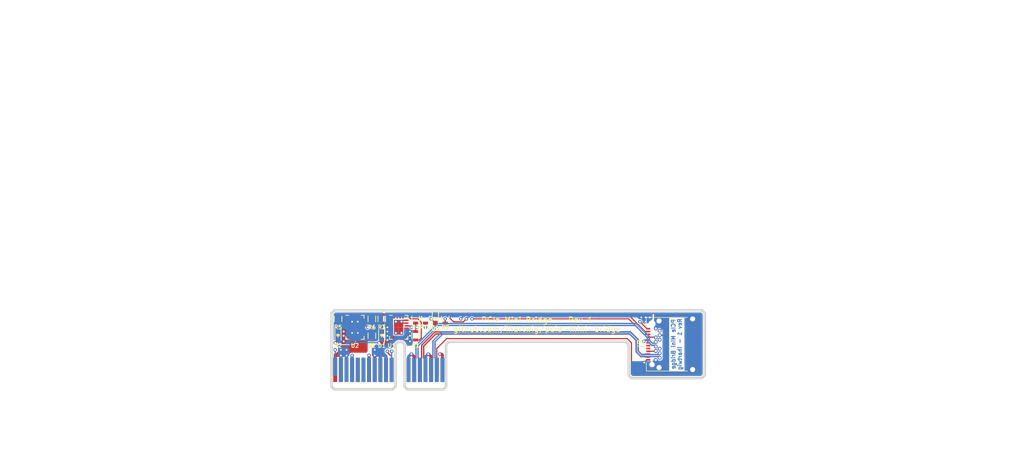
<source format=kicad_pcb>
(kicad_pcb (version 4) (host pcbnew 4.0.7)

  (general
    (links 91)
    (no_connects 1)
    (area 98.972999 20.872999 280.702001 104.739956)
    (thickness 1.6)
    (drawings 67)
    (tracks 373)
    (zones 0)
    (modules 16)
    (nets 27)
  )

  (page A4)
  (layers
    (0 F.Cu signal)
    (1 In1.Cu power)
    (2 In2.Cu power)
    (31 B.Cu signal)
    (32 B.Adhes user)
    (33 F.Adhes user)
    (34 B.Paste user)
    (35 F.Paste user)
    (36 B.SilkS user)
    (37 F.SilkS user)
    (38 B.Mask user hide)
    (39 F.Mask user hide)
    (40 Dwgs.User user hide)
    (41 Cmts.User user)
    (42 Eco1.User user)
    (43 Eco2.User user)
    (44 Edge.Cuts user hide)
    (45 Margin user)
    (46 B.CrtYd user)
    (47 F.CrtYd user)
    (48 B.Fab user)
    (49 F.Fab user hide)
  )

  (setup
    (last_trace_width 0.2032)
    (trace_clearance 0.127)
    (zone_clearance 0.1524)
    (zone_45_only no)
    (trace_min 0.2)
    (segment_width 0.01)
    (edge_width 0.46)
    (via_size 0.6096)
    (via_drill 0.3048)
    (via_min_size 0.4)
    (via_min_drill 0.3)
    (uvia_size 0.3)
    (uvia_drill 0.1)
    (uvias_allowed no)
    (uvia_min_size 0.2)
    (uvia_min_drill 0.1)
    (pcb_text_width 0.3)
    (pcb_text_size 1.5 1.5)
    (mod_edge_width 0.15)
    (mod_text_size 0.7 0.7)
    (mod_text_width 0.15)
    (pad_size 1.524 1.524)
    (pad_drill 0.762)
    (pad_to_mask_clearance 0.051)
    (solder_mask_min_width 0.077)
    (aux_axis_origin 157.75 90)
    (visible_elements FFFFFF7F)
    (pcbplotparams
      (layerselection 0x008fc_80000007)
      (usegerberextensions true)
      (excludeedgelayer true)
      (linewidth 0.100000)
      (plotframeref false)
      (viasonmask false)
      (mode 1)
      (useauxorigin true)
      (hpglpennumber 1)
      (hpglpenspeed 20)
      (hpglpendiameter 15)
      (hpglpenoverlay 2)
      (psnegative false)
      (psa4output false)
      (plotreference true)
      (plotvalue true)
      (plotinvisibletext false)
      (padsonsilk false)
      (subtractmaskfromsilk false)
      (outputformat 1)
      (mirror false)
      (drillshape 0)
      (scaleselection 1)
      (outputdirectory gerbers-pcie-mini-bridge-host/))
  )

  (net 0 "")
  (net 1 GND)
  (net 2 /PE_3V3_AUX)
  (net 3 "Net-(D1-Pad1)")
  (net 4 "Net-(D2-Pad1)")
  (net 5 "Net-(D5-Pad1)")
  (net 6 /PE_PRSNT1#)
  (net 7 /PE_12V)
  (net 8 /PE_3V3)
  (net 9 /PERST#)
  (net 10 /PE_REFCLK+)
  (net 11 /PE_REFCLK-)
  (net 12 /PE_R0+)
  (net 13 /PE_R0-)
  (net 14 /PE_WAKE#)
  (net 15 /PE_T0+)
  (net 16 /PE_T0-)
  (net 17 /PE_PRSNT2#)
  (net 18 +3V3)
  (net 19 +12V)
  (net 20 /BRIDGE_EN)
  (net 21 "Net-(R1-Pad1)")
  (net 22 "Net-(R2-Pad1)")
  (net 23 "Net-(R3-Pad2)")
  (net 24 "Net-(R4-Pad1)")
  (net 25 "Net-(R5-Pad2)")
  (net 26 "Net-(R6-Pad1)")

  (net_class Default "This is the default net class."
    (clearance 0.127)
    (trace_width 0.2032)
    (via_dia 0.6096)
    (via_drill 0.3048)
    (uvia_dia 0.3)
    (uvia_drill 0.1)
    (add_net +12V)
    (add_net +3V3)
    (add_net /BRIDGE_EN)
    (add_net /PERST#)
    (add_net /PE_12V)
    (add_net /PE_3V3)
    (add_net /PE_3V3_AUX)
    (add_net /PE_PRSNT1#)
    (add_net /PE_PRSNT2#)
    (add_net /PE_WAKE#)
    (add_net GND)
    (add_net "Net-(D1-Pad1)")
    (add_net "Net-(D2-Pad1)")
    (add_net "Net-(D5-Pad1)")
    (add_net "Net-(R1-Pad1)")
    (add_net "Net-(R2-Pad1)")
    (add_net "Net-(R3-Pad2)")
    (add_net "Net-(R4-Pad1)")
    (add_net "Net-(R5-Pad2)")
    (add_net "Net-(R6-Pad1)")
  )

  (net_class "PCIe Data" ""
    (clearance 0.127)
    (trace_width 0.235)
    (via_dia 0.7)
    (via_drill 0.4)
    (uvia_dia 0.3)
    (uvia_drill 0.1)
    (add_net /PE_R0+)
    (add_net /PE_R0-)
    (add_net /PE_REFCLK+)
    (add_net /PE_REFCLK-)
    (add_net /PE_T0+)
    (add_net /PE_T0-)
  )

  (module Housings_DFN_QFN:QFN-20-1EP_3x4mm_Pitch0.5mm (layer F.Cu) (tedit 5A1D12A0) (tstamp 5A1D1278)
    (at 169.75 79)
    (descr "UDC Package; 20-Lead Plastic QFN (3mm x 4mm); (see Linear Technology QFN_20_05-08-1742.pdf)")
    (tags "QFN 0.5")
    (path /5A1B65F9)
    (attr smd)
    (fp_text reference U1 (at -1.25 3.25 180) (layer F.SilkS)
      (effects (font (size 0.7 0.7) (thickness 0.15)))
    )
    (fp_text value TPS25944L (at 0 3.25) (layer F.Fab) hide
      (effects (font (size 0.7 0.7) (thickness 0.15)))
    )
    (fp_line (start -0.5 -2) (end 1.5 -2) (layer F.Fab) (width 0.15))
    (fp_line (start 1.5 -2) (end 1.5 2) (layer F.Fab) (width 0.15))
    (fp_line (start 1.5 2) (end -1.5 2) (layer F.Fab) (width 0.15))
    (fp_line (start -1.5 2) (end -1.5 -1) (layer F.Fab) (width 0.15))
    (fp_line (start -1.5 -1) (end -0.5 -2) (layer F.Fab) (width 0.15))
    (fp_line (start -2 -2.5) (end -2 2.5) (layer F.CrtYd) (width 0.05))
    (fp_line (start 2 -2.5) (end 2 2.5) (layer F.CrtYd) (width 0.05))
    (fp_line (start -2 -2.5) (end 2 -2.5) (layer F.CrtYd) (width 0.05))
    (fp_line (start -2 2.5) (end 2 2.5) (layer F.CrtYd) (width 0.05))
    (fp_line (start 1.625 -2.125) (end 1.625 -1.6) (layer F.SilkS) (width 0.15))
    (fp_line (start -1.625 2.125) (end -1.625 1.6) (layer F.SilkS) (width 0.15))
    (fp_line (start 1.625 2.125) (end 1.625 1.6) (layer F.SilkS) (width 0.15))
    (fp_line (start -1.625 -2.125) (end -1.1 -2.125) (layer F.SilkS) (width 0.15))
    (fp_line (start -1.625 2.125) (end -1.1 2.125) (layer F.SilkS) (width 0.15))
    (fp_line (start 1.625 2.125) (end 1.1 2.125) (layer F.SilkS) (width 0.15))
    (fp_line (start 1.625 -2.125) (end 1.1 -2.125) (layer F.SilkS) (width 0.15))
    (pad 1 smd rect (at -1.4 -1.25) (size 0.7 0.25) (layers F.Cu F.Paste F.Mask))
    (pad 2 smd rect (at -1.4 -0.75) (size 0.7 0.25) (layers F.Cu F.Paste F.Mask))
    (pad 3 smd rect (at -1.4 -0.25) (size 0.7 0.25) (layers F.Cu F.Paste F.Mask)
      (net 18 +3V3))
    (pad 4 smd rect (at -1.4 0.25) (size 0.7 0.25) (layers F.Cu F.Paste F.Mask)
      (net 18 +3V3))
    (pad 5 smd rect (at -1.4 0.75) (size 0.7 0.25) (layers F.Cu F.Paste F.Mask)
      (net 18 +3V3))
    (pad 6 smd rect (at -1.4 1.25) (size 0.7 0.25) (layers F.Cu F.Paste F.Mask)
      (net 18 +3V3))
    (pad 7 smd rect (at -0.75 1.9 90) (size 0.7 0.25) (layers F.Cu F.Paste F.Mask)
      (net 18 +3V3))
    (pad 8 smd rect (at -0.25 1.9 90) (size 0.7 0.25) (layers F.Cu F.Paste F.Mask)
      (net 18 +3V3))
    (pad 9 smd rect (at 0.25 1.9 90) (size 0.7 0.25) (layers F.Cu F.Paste F.Mask)
      (net 8 /PE_3V3))
    (pad 10 smd rect (at 0.75 1.9 90) (size 0.7 0.25) (layers F.Cu F.Paste F.Mask)
      (net 8 /PE_3V3))
    (pad 11 smd rect (at 1.4 1.25) (size 0.7 0.25) (layers F.Cu F.Paste F.Mask)
      (net 8 /PE_3V3))
    (pad 12 smd rect (at 1.4 0.75) (size 0.7 0.25) (layers F.Cu F.Paste F.Mask)
      (net 8 /PE_3V3))
    (pad 13 smd rect (at 1.4 0.25) (size 0.7 0.25) (layers F.Cu F.Paste F.Mask)
      (net 8 /PE_3V3))
    (pad 14 smd rect (at 1.4 -0.25) (size 0.7 0.25) (layers F.Cu F.Paste F.Mask)
      (net 20 /BRIDGE_EN))
    (pad 15 smd rect (at 1.4 -0.75) (size 0.7 0.25) (layers F.Cu F.Paste F.Mask)
      (net 1 GND))
    (pad 16 smd rect (at 1.4 -1.25) (size 0.7 0.25) (layers F.Cu F.Paste F.Mask)
      (net 1 GND))
    (pad 17 smd rect (at 0.75 -1.9 90) (size 0.7 0.25) (layers F.Cu F.Paste F.Mask)
      (net 21 "Net-(R1-Pad1)"))
    (pad 18 smd rect (at 0.25 -1.9 90) (size 0.7 0.25) (layers F.Cu F.Paste F.Mask))
    (pad 19 smd rect (at -0.25 -1.9 90) (size 0.7 0.25) (layers F.Cu F.Paste F.Mask)
      (net 24 "Net-(R4-Pad1)"))
    (pad 20 smd rect (at -0.75 -1.9 90) (size 0.7 0.25) (layers F.Cu F.Paste F.Mask)
      (net 23 "Net-(R3-Pad2)"))
    (pad 21 smd rect (at 0.4125 0.6625) (size 0.825 1.325) (layers F.Cu F.Paste F.Mask)
      (net 1 GND) (solder_paste_margin_ratio -0.2))
    (pad 21 smd rect (at 0.4125 -0.6625) (size 0.825 1.325) (layers F.Cu F.Paste F.Mask)
      (net 1 GND) (solder_paste_margin_ratio -0.2))
    (pad 21 smd rect (at -0.4125 0.6625) (size 0.825 1.325) (layers F.Cu F.Paste F.Mask)
      (net 1 GND) (solder_paste_margin_ratio -0.2))
    (pad 21 smd rect (at -0.4125 -0.6625) (size 0.825 1.325) (layers F.Cu F.Paste F.Mask)
      (net 1 GND) (solder_paste_margin_ratio -0.2))
    (model Housings_DFN_QFN.3dshapes/QFN-20-1EP_3x4mm_Pitch0.5mm.wrl
      (at (xyz 0 0 0))
      (scale (xyz 1 1 1))
      (rotate (xyz 0 0 0))
    )
  )

  (module LEDs:LED_0603 (layer F.Cu) (tedit 55BDE255) (tstamp 5A1D1212)
    (at 166.75 80.5 270)
    (descr "LED 0603 smd package")
    (tags "LED led 0603 SMD smd SMT smt smdled SMDLED smtled SMTLED")
    (path /5A1B9E5E)
    (attr smd)
    (fp_text reference D1 (at 1.75 0 360) (layer F.SilkS)
      (effects (font (size 0.7 0.7) (thickness 0.15)))
    )
    (fp_text value Orange (at 0 1.5 270) (layer F.Fab)
      (effects (font (size 0.7 0.7) (thickness 0.15)))
    )
    (fp_line (start -0.3 -0.2) (end -0.3 0.2) (layer F.Fab) (width 0.15))
    (fp_line (start -0.2 0) (end 0.1 -0.2) (layer F.Fab) (width 0.15))
    (fp_line (start 0.1 0.2) (end -0.2 0) (layer F.Fab) (width 0.15))
    (fp_line (start 0.1 -0.2) (end 0.1 0.2) (layer F.Fab) (width 0.15))
    (fp_line (start 0.8 0.4) (end -0.8 0.4) (layer F.Fab) (width 0.15))
    (fp_line (start 0.8 -0.4) (end 0.8 0.4) (layer F.Fab) (width 0.15))
    (fp_line (start -0.8 -0.4) (end 0.8 -0.4) (layer F.Fab) (width 0.15))
    (fp_line (start -0.8 0.4) (end -0.8 -0.4) (layer F.Fab) (width 0.15))
    (fp_line (start -1.1 0.55) (end 0.8 0.55) (layer F.SilkS) (width 0.15))
    (fp_line (start -1.1 -0.55) (end 0.8 -0.55) (layer F.SilkS) (width 0.15))
    (fp_line (start -0.2 0) (end 0.25 0) (layer F.SilkS) (width 0.15))
    (fp_line (start -0.25 -0.25) (end -0.25 0.25) (layer F.SilkS) (width 0.15))
    (fp_line (start -0.25 0) (end 0 -0.25) (layer F.SilkS) (width 0.15))
    (fp_line (start 0 -0.25) (end 0 0.25) (layer F.SilkS) (width 0.15))
    (fp_line (start 0 0.25) (end -0.25 0) (layer F.SilkS) (width 0.15))
    (fp_line (start 1.4 -0.75) (end 1.4 0.75) (layer F.CrtYd) (width 0.05))
    (fp_line (start 1.4 0.75) (end -1.4 0.75) (layer F.CrtYd) (width 0.05))
    (fp_line (start -1.4 0.75) (end -1.4 -0.75) (layer F.CrtYd) (width 0.05))
    (fp_line (start -1.4 -0.75) (end 1.4 -0.75) (layer F.CrtYd) (width 0.05))
    (pad 2 smd rect (at 0.7493 0 90) (size 0.79756 0.79756) (layers F.Cu F.Paste F.Mask)
      (net 2 /PE_3V3_AUX))
    (pad 1 smd rect (at -0.7493 0 90) (size 0.79756 0.79756) (layers F.Cu F.Paste F.Mask)
      (net 3 "Net-(D1-Pad1)"))
    (model LEDs.3dshapes/LED_0603.wrl
      (at (xyz 0 0 0))
      (scale (xyz 1 1 1))
      (rotate (xyz 0 0 180))
    )
  )

  (module LEDs:LED_0603 (layer F.Cu) (tedit 55BDE255) (tstamp 5A1D1217)
    (at 159 80.5 270)
    (descr "LED 0603 smd package")
    (tags "LED led 0603 SMD smd SMT smt smdled SMDLED smtled SMTLED")
    (path /5A1B7B52)
    (attr smd)
    (fp_text reference D2 (at 1.75 0 360) (layer F.SilkS)
      (effects (font (size 0.7 0.7) (thickness 0.15)))
    )
    (fp_text value Orange (at 0 1.5 270) (layer F.Fab)
      (effects (font (size 0.7 0.7) (thickness 0.15)))
    )
    (fp_line (start -0.3 -0.2) (end -0.3 0.2) (layer F.Fab) (width 0.15))
    (fp_line (start -0.2 0) (end 0.1 -0.2) (layer F.Fab) (width 0.15))
    (fp_line (start 0.1 0.2) (end -0.2 0) (layer F.Fab) (width 0.15))
    (fp_line (start 0.1 -0.2) (end 0.1 0.2) (layer F.Fab) (width 0.15))
    (fp_line (start 0.8 0.4) (end -0.8 0.4) (layer F.Fab) (width 0.15))
    (fp_line (start 0.8 -0.4) (end 0.8 0.4) (layer F.Fab) (width 0.15))
    (fp_line (start -0.8 -0.4) (end 0.8 -0.4) (layer F.Fab) (width 0.15))
    (fp_line (start -0.8 0.4) (end -0.8 -0.4) (layer F.Fab) (width 0.15))
    (fp_line (start -1.1 0.55) (end 0.8 0.55) (layer F.SilkS) (width 0.15))
    (fp_line (start -1.1 -0.55) (end 0.8 -0.55) (layer F.SilkS) (width 0.15))
    (fp_line (start -0.2 0) (end 0.25 0) (layer F.SilkS) (width 0.15))
    (fp_line (start -0.25 -0.25) (end -0.25 0.25) (layer F.SilkS) (width 0.15))
    (fp_line (start -0.25 0) (end 0 -0.25) (layer F.SilkS) (width 0.15))
    (fp_line (start 0 -0.25) (end 0 0.25) (layer F.SilkS) (width 0.15))
    (fp_line (start 0 0.25) (end -0.25 0) (layer F.SilkS) (width 0.15))
    (fp_line (start 1.4 -0.75) (end 1.4 0.75) (layer F.CrtYd) (width 0.05))
    (fp_line (start 1.4 0.75) (end -1.4 0.75) (layer F.CrtYd) (width 0.05))
    (fp_line (start -1.4 0.75) (end -1.4 -0.75) (layer F.CrtYd) (width 0.05))
    (fp_line (start -1.4 -0.75) (end 1.4 -0.75) (layer F.CrtYd) (width 0.05))
    (pad 2 smd rect (at 0.7493 0 90) (size 0.79756 0.79756) (layers F.Cu F.Paste F.Mask)
      (net 2 /PE_3V3_AUX))
    (pad 1 smd rect (at -0.7493 0 90) (size 0.79756 0.79756) (layers F.Cu F.Paste F.Mask)
      (net 4 "Net-(D2-Pad1)"))
    (model LEDs.3dshapes/LED_0603.wrl
      (at (xyz 0 0 0))
      (scale (xyz 1 1 1))
      (rotate (xyz 0 0 180))
    )
  )

  (module LEDs:LED_0603 (layer F.Cu) (tedit 55BDE255) (tstamp 5A1D1226)
    (at 176.25 77.5 270)
    (descr "LED 0603 smd package")
    (tags "LED led 0603 SMD smd SMT smt smdled SMDLED smtled SMTLED")
    (path /5A1BA016)
    (attr smd)
    (fp_text reference D5 (at 1.75 0 540) (layer F.SilkS)
      (effects (font (size 0.7 0.7) (thickness 0.15)))
    )
    (fp_text value Green (at 0 1.5 270) (layer F.Fab)
      (effects (font (size 0.7 0.7) (thickness 0.15)))
    )
    (fp_line (start -0.3 -0.2) (end -0.3 0.2) (layer F.Fab) (width 0.15))
    (fp_line (start -0.2 0) (end 0.1 -0.2) (layer F.Fab) (width 0.15))
    (fp_line (start 0.1 0.2) (end -0.2 0) (layer F.Fab) (width 0.15))
    (fp_line (start 0.1 -0.2) (end 0.1 0.2) (layer F.Fab) (width 0.15))
    (fp_line (start 0.8 0.4) (end -0.8 0.4) (layer F.Fab) (width 0.15))
    (fp_line (start 0.8 -0.4) (end 0.8 0.4) (layer F.Fab) (width 0.15))
    (fp_line (start -0.8 -0.4) (end 0.8 -0.4) (layer F.Fab) (width 0.15))
    (fp_line (start -0.8 0.4) (end -0.8 -0.4) (layer F.Fab) (width 0.15))
    (fp_line (start -1.1 0.55) (end 0.8 0.55) (layer F.SilkS) (width 0.15))
    (fp_line (start -1.1 -0.55) (end 0.8 -0.55) (layer F.SilkS) (width 0.15))
    (fp_line (start -0.2 0) (end 0.25 0) (layer F.SilkS) (width 0.15))
    (fp_line (start -0.25 -0.25) (end -0.25 0.25) (layer F.SilkS) (width 0.15))
    (fp_line (start -0.25 0) (end 0 -0.25) (layer F.SilkS) (width 0.15))
    (fp_line (start 0 -0.25) (end 0 0.25) (layer F.SilkS) (width 0.15))
    (fp_line (start 0 0.25) (end -0.25 0) (layer F.SilkS) (width 0.15))
    (fp_line (start 1.4 -0.75) (end 1.4 0.75) (layer F.CrtYd) (width 0.05))
    (fp_line (start 1.4 0.75) (end -1.4 0.75) (layer F.CrtYd) (width 0.05))
    (fp_line (start -1.4 0.75) (end -1.4 -0.75) (layer F.CrtYd) (width 0.05))
    (fp_line (start -1.4 -0.75) (end 1.4 -0.75) (layer F.CrtYd) (width 0.05))
    (pad 2 smd rect (at 0.7493 0 90) (size 0.79756 0.79756) (layers F.Cu F.Paste F.Mask)
      (net 2 /PE_3V3_AUX))
    (pad 1 smd rect (at -0.7493 0 90) (size 0.79756 0.79756) (layers F.Cu F.Paste F.Mask)
      (net 5 "Net-(D5-Pad1)"))
    (model LEDs.3dshapes/LED_0603.wrl
      (at (xyz 0 0 0))
      (scale (xyz 1 1 1))
      (rotate (xyz 0 0 180))
    )
  )

  (module Resistors_SMD:R_0603 (layer F.Cu) (tedit 58307A47) (tstamp 5A1D122B)
    (at 172.75 80.5 90)
    (descr "Resistor SMD 0603, reflow soldering, Vishay (see dcrcw.pdf)")
    (tags "resistor 0603")
    (path /5A1B982C)
    (attr smd)
    (fp_text reference R1 (at -1.75 0 360) (layer F.SilkS)
      (effects (font (size 0.7 0.7) (thickness 0.15)))
    )
    (fp_text value 27k (at 0 1.9 90) (layer F.Fab)
      (effects (font (size 0.7 0.7) (thickness 0.15)))
    )
    (fp_line (start -0.8 0.4) (end -0.8 -0.4) (layer F.Fab) (width 0.1))
    (fp_line (start 0.8 0.4) (end -0.8 0.4) (layer F.Fab) (width 0.1))
    (fp_line (start 0.8 -0.4) (end 0.8 0.4) (layer F.Fab) (width 0.1))
    (fp_line (start -0.8 -0.4) (end 0.8 -0.4) (layer F.Fab) (width 0.1))
    (fp_line (start -1.3 -0.8) (end 1.3 -0.8) (layer F.CrtYd) (width 0.05))
    (fp_line (start -1.3 0.8) (end 1.3 0.8) (layer F.CrtYd) (width 0.05))
    (fp_line (start -1.3 -0.8) (end -1.3 0.8) (layer F.CrtYd) (width 0.05))
    (fp_line (start 1.3 -0.8) (end 1.3 0.8) (layer F.CrtYd) (width 0.05))
    (fp_line (start 0.5 0.675) (end -0.5 0.675) (layer F.SilkS) (width 0.15))
    (fp_line (start -0.5 -0.675) (end 0.5 -0.675) (layer F.SilkS) (width 0.15))
    (pad 1 smd rect (at -0.75 0 90) (size 0.5 0.9) (layers F.Cu F.Paste F.Mask)
      (net 21 "Net-(R1-Pad1)"))
    (pad 2 smd rect (at 0.75 0 90) (size 0.5 0.9) (layers F.Cu F.Paste F.Mask)
      (net 1 GND))
    (model Resistors_SMD.3dshapes/R_0603.wrl
      (at (xyz 0 0 0))
      (scale (xyz 1 1 1))
      (rotate (xyz 0 0 0))
    )
  )

  (module Resistors_SMD:R_0603 (layer F.Cu) (tedit 58307A47) (tstamp 5A1D1230)
    (at 165 80.5 90)
    (descr "Resistor SMD 0603, reflow soldering, Vishay (see dcrcw.pdf)")
    (tags "resistor 0603")
    (path /5A1B7A47)
    (attr smd)
    (fp_text reference R2 (at -1.75 0 180) (layer F.SilkS)
      (effects (font (size 0.7 0.7) (thickness 0.15)))
    )
    (fp_text value 200k (at 0 1.9 90) (layer F.Fab)
      (effects (font (size 0.7 0.7) (thickness 0.15)))
    )
    (fp_line (start -0.8 0.4) (end -0.8 -0.4) (layer F.Fab) (width 0.1))
    (fp_line (start 0.8 0.4) (end -0.8 0.4) (layer F.Fab) (width 0.1))
    (fp_line (start 0.8 -0.4) (end 0.8 0.4) (layer F.Fab) (width 0.1))
    (fp_line (start -0.8 -0.4) (end 0.8 -0.4) (layer F.Fab) (width 0.1))
    (fp_line (start -1.3 -0.8) (end 1.3 -0.8) (layer F.CrtYd) (width 0.05))
    (fp_line (start -1.3 0.8) (end 1.3 0.8) (layer F.CrtYd) (width 0.05))
    (fp_line (start -1.3 -0.8) (end -1.3 0.8) (layer F.CrtYd) (width 0.05))
    (fp_line (start 1.3 -0.8) (end 1.3 0.8) (layer F.CrtYd) (width 0.05))
    (fp_line (start 0.5 0.675) (end -0.5 0.675) (layer F.SilkS) (width 0.15))
    (fp_line (start -0.5 -0.675) (end 0.5 -0.675) (layer F.SilkS) (width 0.15))
    (pad 1 smd rect (at -0.75 0 90) (size 0.5 0.9) (layers F.Cu F.Paste F.Mask)
      (net 22 "Net-(R2-Pad1)"))
    (pad 2 smd rect (at 0.75 0 90) (size 0.5 0.9) (layers F.Cu F.Paste F.Mask)
      (net 1 GND))
    (model Resistors_SMD.3dshapes/R_0603.wrl
      (at (xyz 0 0 0))
      (scale (xyz 1 1 1))
      (rotate (xyz 0 0 0))
    )
  )

  (module Resistors_SMD:R_0603 (layer F.Cu) (tedit 58307A47) (tstamp 5A1D1235)
    (at 166.75 77.5 90)
    (descr "Resistor SMD 0603, reflow soldering, Vishay (see dcrcw.pdf)")
    (tags "resistor 0603")
    (path /5A1B9E52)
    (attr smd)
    (fp_text reference R3 (at -1.5 0 180) (layer F.SilkS)
      (effects (font (size 0.7 0.7) (thickness 0.15)))
    )
    (fp_text value 220 (at 0 1.9 90) (layer F.Fab)
      (effects (font (size 0.7 0.7) (thickness 0.15)))
    )
    (fp_line (start -0.8 0.4) (end -0.8 -0.4) (layer F.Fab) (width 0.1))
    (fp_line (start 0.8 0.4) (end -0.8 0.4) (layer F.Fab) (width 0.1))
    (fp_line (start 0.8 -0.4) (end 0.8 0.4) (layer F.Fab) (width 0.1))
    (fp_line (start -0.8 -0.4) (end 0.8 -0.4) (layer F.Fab) (width 0.1))
    (fp_line (start -1.3 -0.8) (end 1.3 -0.8) (layer F.CrtYd) (width 0.05))
    (fp_line (start -1.3 0.8) (end 1.3 0.8) (layer F.CrtYd) (width 0.05))
    (fp_line (start -1.3 -0.8) (end -1.3 0.8) (layer F.CrtYd) (width 0.05))
    (fp_line (start 1.3 -0.8) (end 1.3 0.8) (layer F.CrtYd) (width 0.05))
    (fp_line (start 0.5 0.675) (end -0.5 0.675) (layer F.SilkS) (width 0.15))
    (fp_line (start -0.5 -0.675) (end 0.5 -0.675) (layer F.SilkS) (width 0.15))
    (pad 1 smd rect (at -0.75 0 90) (size 0.5 0.9) (layers F.Cu F.Paste F.Mask)
      (net 3 "Net-(D1-Pad1)"))
    (pad 2 smd rect (at 0.75 0 90) (size 0.5 0.9) (layers F.Cu F.Paste F.Mask)
      (net 23 "Net-(R3-Pad2)"))
    (model Resistors_SMD.3dshapes/R_0603.wrl
      (at (xyz 0 0 0))
      (scale (xyz 1 1 1))
      (rotate (xyz 0 0 0))
    )
  )

  (module Resistors_SMD:R_0603 (layer F.Cu) (tedit 58307A47) (tstamp 5A1D123A)
    (at 172.75 77.5 270)
    (descr "Resistor SMD 0603, reflow soldering, Vishay (see dcrcw.pdf)")
    (tags "resistor 0603")
    (path /5A1B9879)
    (attr smd)
    (fp_text reference R4 (at 1.5 0 540) (layer F.SilkS)
      (effects (font (size 0.7 0.7) (thickness 0.15)))
    )
    (fp_text value 16.9k (at 0 1.9 270) (layer F.Fab)
      (effects (font (size 0.7 0.7) (thickness 0.15)))
    )
    (fp_line (start -0.8 0.4) (end -0.8 -0.4) (layer F.Fab) (width 0.1))
    (fp_line (start 0.8 0.4) (end -0.8 0.4) (layer F.Fab) (width 0.1))
    (fp_line (start 0.8 -0.4) (end 0.8 0.4) (layer F.Fab) (width 0.1))
    (fp_line (start -0.8 -0.4) (end 0.8 -0.4) (layer F.Fab) (width 0.1))
    (fp_line (start -1.3 -0.8) (end 1.3 -0.8) (layer F.CrtYd) (width 0.05))
    (fp_line (start -1.3 0.8) (end 1.3 0.8) (layer F.CrtYd) (width 0.05))
    (fp_line (start -1.3 -0.8) (end -1.3 0.8) (layer F.CrtYd) (width 0.05))
    (fp_line (start 1.3 -0.8) (end 1.3 0.8) (layer F.CrtYd) (width 0.05))
    (fp_line (start 0.5 0.675) (end -0.5 0.675) (layer F.SilkS) (width 0.15))
    (fp_line (start -0.5 -0.675) (end 0.5 -0.675) (layer F.SilkS) (width 0.15))
    (pad 1 smd rect (at -0.75 0 270) (size 0.5 0.9) (layers F.Cu F.Paste F.Mask)
      (net 24 "Net-(R4-Pad1)"))
    (pad 2 smd rect (at 0.75 0 270) (size 0.5 0.9) (layers F.Cu F.Paste F.Mask)
      (net 1 GND))
    (model Resistors_SMD.3dshapes/R_0603.wrl
      (at (xyz 0 0 0))
      (scale (xyz 1 1 1))
      (rotate (xyz 0 0 0))
    )
  )

  (module Resistors_SMD:R_0603 (layer F.Cu) (tedit 58307A47) (tstamp 5A1D123F)
    (at 159 77.5 90)
    (descr "Resistor SMD 0603, reflow soldering, Vishay (see dcrcw.pdf)")
    (tags "resistor 0603")
    (path /5A1B7AD0)
    (attr smd)
    (fp_text reference R5 (at -1.5 0 180) (layer F.SilkS)
      (effects (font (size 0.7 0.7) (thickness 0.15)))
    )
    (fp_text value 220 (at 0 1.9 90) (layer F.Fab)
      (effects (font (size 0.7 0.7) (thickness 0.15)))
    )
    (fp_line (start -0.8 0.4) (end -0.8 -0.4) (layer F.Fab) (width 0.1))
    (fp_line (start 0.8 0.4) (end -0.8 0.4) (layer F.Fab) (width 0.1))
    (fp_line (start 0.8 -0.4) (end 0.8 0.4) (layer F.Fab) (width 0.1))
    (fp_line (start -0.8 -0.4) (end 0.8 -0.4) (layer F.Fab) (width 0.1))
    (fp_line (start -1.3 -0.8) (end 1.3 -0.8) (layer F.CrtYd) (width 0.05))
    (fp_line (start -1.3 0.8) (end 1.3 0.8) (layer F.CrtYd) (width 0.05))
    (fp_line (start -1.3 -0.8) (end -1.3 0.8) (layer F.CrtYd) (width 0.05))
    (fp_line (start 1.3 -0.8) (end 1.3 0.8) (layer F.CrtYd) (width 0.05))
    (fp_line (start 0.5 0.675) (end -0.5 0.675) (layer F.SilkS) (width 0.15))
    (fp_line (start -0.5 -0.675) (end 0.5 -0.675) (layer F.SilkS) (width 0.15))
    (pad 1 smd rect (at -0.75 0 90) (size 0.5 0.9) (layers F.Cu F.Paste F.Mask)
      (net 4 "Net-(D2-Pad1)"))
    (pad 2 smd rect (at 0.75 0 90) (size 0.5 0.9) (layers F.Cu F.Paste F.Mask)
      (net 25 "Net-(R5-Pad2)"))
    (model Resistors_SMD.3dshapes/R_0603.wrl
      (at (xyz 0 0 0))
      (scale (xyz 1 1 1))
      (rotate (xyz 0 0 0))
    )
  )

  (module Resistors_SMD:R_0603 (layer F.Cu) (tedit 58307A47) (tstamp 5A1D1244)
    (at 165 77.5 270)
    (descr "Resistor SMD 0603, reflow soldering, Vishay (see dcrcw.pdf)")
    (tags "resistor 0603")
    (path /5A1B7A9B)
    (attr smd)
    (fp_text reference R6 (at 1.5 0 360) (layer F.SilkS)
      (effects (font (size 0.7 0.7) (thickness 0.15)))
    )
    (fp_text value 16.9k (at 0 1.9 270) (layer F.Fab)
      (effects (font (size 0.7 0.7) (thickness 0.15)))
    )
    (fp_line (start -0.8 0.4) (end -0.8 -0.4) (layer F.Fab) (width 0.1))
    (fp_line (start 0.8 0.4) (end -0.8 0.4) (layer F.Fab) (width 0.1))
    (fp_line (start 0.8 -0.4) (end 0.8 0.4) (layer F.Fab) (width 0.1))
    (fp_line (start -0.8 -0.4) (end 0.8 -0.4) (layer F.Fab) (width 0.1))
    (fp_line (start -1.3 -0.8) (end 1.3 -0.8) (layer F.CrtYd) (width 0.05))
    (fp_line (start -1.3 0.8) (end 1.3 0.8) (layer F.CrtYd) (width 0.05))
    (fp_line (start -1.3 -0.8) (end -1.3 0.8) (layer F.CrtYd) (width 0.05))
    (fp_line (start 1.3 -0.8) (end 1.3 0.8) (layer F.CrtYd) (width 0.05))
    (fp_line (start 0.5 0.675) (end -0.5 0.675) (layer F.SilkS) (width 0.15))
    (fp_line (start -0.5 -0.675) (end 0.5 -0.675) (layer F.SilkS) (width 0.15))
    (pad 1 smd rect (at -0.75 0 270) (size 0.5 0.9) (layers F.Cu F.Paste F.Mask)
      (net 26 "Net-(R6-Pad1)"))
    (pad 2 smd rect (at 0.75 0 270) (size 0.5 0.9) (layers F.Cu F.Paste F.Mask)
      (net 1 GND))
    (model Resistors_SMD.3dshapes/R_0603.wrl
      (at (xyz 0 0 0))
      (scale (xyz 1 1 1))
      (rotate (xyz 0 0 0))
    )
  )

  (module Resistors_SMD:R_0603 (layer F.Cu) (tedit 58307A47) (tstamp 5A1D1253)
    (at 178 77.5 270)
    (descr "Resistor SMD 0603, reflow soldering, Vishay (see dcrcw.pdf)")
    (tags "resistor 0603")
    (path /5A1942C3)
    (attr smd)
    (fp_text reference R9 (at 1.5 0 360) (layer F.SilkS)
      (effects (font (size 0.7 0.7) (thickness 0.15)))
    )
    (fp_text value 0 (at 0 1.9 270) (layer F.Fab)
      (effects (font (size 0.7 0.7) (thickness 0.15)))
    )
    (fp_line (start -0.8 0.4) (end -0.8 -0.4) (layer F.Fab) (width 0.1))
    (fp_line (start 0.8 0.4) (end -0.8 0.4) (layer F.Fab) (width 0.1))
    (fp_line (start 0.8 -0.4) (end 0.8 0.4) (layer F.Fab) (width 0.1))
    (fp_line (start -0.8 -0.4) (end 0.8 -0.4) (layer F.Fab) (width 0.1))
    (fp_line (start -1.3 -0.8) (end 1.3 -0.8) (layer F.CrtYd) (width 0.05))
    (fp_line (start -1.3 0.8) (end 1.3 0.8) (layer F.CrtYd) (width 0.05))
    (fp_line (start -1.3 -0.8) (end -1.3 0.8) (layer F.CrtYd) (width 0.05))
    (fp_line (start 1.3 -0.8) (end 1.3 0.8) (layer F.CrtYd) (width 0.05))
    (fp_line (start 0.5 0.675) (end -0.5 0.675) (layer F.SilkS) (width 0.15))
    (fp_line (start -0.5 -0.675) (end 0.5 -0.675) (layer F.SilkS) (width 0.15))
    (pad 1 smd rect (at -0.75 0 270) (size 0.5 0.9) (layers F.Cu F.Paste F.Mask)
      (net 20 /BRIDGE_EN))
    (pad 2 smd rect (at 0.75 0 270) (size 0.5 0.9) (layers F.Cu F.Paste F.Mask)
      (net 14 /PE_WAKE#))
    (model Resistors_SMD.3dshapes/R_0603.wrl
      (at (xyz 0 0 0))
      (scale (xyz 1 1 1))
      (rotate (xyz 0 0 0))
    )
  )

  (module Resistors_SMD:R_0603 (layer F.Cu) (tedit 58307A47) (tstamp 5A1D1258)
    (at 174.5 77.5 270)
    (descr "Resistor SMD 0603, reflow soldering, Vishay (see dcrcw.pdf)")
    (tags "resistor 0603")
    (path /5A1BA010)
    (attr smd)
    (fp_text reference R10 (at 1.5 0 540) (layer F.SilkS)
      (effects (font (size 0.7 0.7) (thickness 0.15)))
    )
    (fp_text value 220 (at 0 1.9 270) (layer F.Fab)
      (effects (font (size 0.7 0.7) (thickness 0.15)))
    )
    (fp_line (start -0.8 0.4) (end -0.8 -0.4) (layer F.Fab) (width 0.1))
    (fp_line (start 0.8 0.4) (end -0.8 0.4) (layer F.Fab) (width 0.1))
    (fp_line (start 0.8 -0.4) (end 0.8 0.4) (layer F.Fab) (width 0.1))
    (fp_line (start -0.8 -0.4) (end 0.8 -0.4) (layer F.Fab) (width 0.1))
    (fp_line (start -1.3 -0.8) (end 1.3 -0.8) (layer F.CrtYd) (width 0.05))
    (fp_line (start -1.3 0.8) (end 1.3 0.8) (layer F.CrtYd) (width 0.05))
    (fp_line (start -1.3 -0.8) (end -1.3 0.8) (layer F.CrtYd) (width 0.05))
    (fp_line (start 1.3 -0.8) (end 1.3 0.8) (layer F.CrtYd) (width 0.05))
    (fp_line (start 0.5 0.675) (end -0.5 0.675) (layer F.SilkS) (width 0.15))
    (fp_line (start -0.5 -0.675) (end 0.5 -0.675) (layer F.SilkS) (width 0.15))
    (pad 1 smd rect (at -0.75 0 270) (size 0.5 0.9) (layers F.Cu F.Paste F.Mask)
      (net 5 "Net-(D5-Pad1)"))
    (pad 2 smd rect (at 0.75 0 270) (size 0.5 0.9) (layers F.Cu F.Paste F.Mask)
      (net 1 GND))
    (model Resistors_SMD.3dshapes/R_0603.wrl
      (at (xyz 0 0 0))
      (scale (xyz 1 1 1))
      (rotate (xyz 0 0 0))
    )
  )

  (module Housings_DFN_QFN:QFN-20-1EP_3x4mm_Pitch0.5mm (layer F.Cu) (tedit 5A1D129C) (tstamp 5A1D1294)
    (at 162 79)
    (descr "UDC Package; 20-Lead Plastic QFN (3mm x 4mm); (see Linear Technology QFN_20_05-08-1742.pdf)")
    (tags "QFN 0.5")
    (path /5A1B66BE)
    (attr smd)
    (fp_text reference U2 (at 0 3.25) (layer F.SilkS)
      (effects (font (size 0.7 0.7) (thickness 0.15)))
    )
    (fp_text value TPS25944L (at 0 3.25) (layer F.Fab) hide
      (effects (font (size 0.7 0.7) (thickness 0.15)))
    )
    (fp_line (start -0.5 -2) (end 1.5 -2) (layer F.Fab) (width 0.15))
    (fp_line (start 1.5 -2) (end 1.5 2) (layer F.Fab) (width 0.15))
    (fp_line (start 1.5 2) (end -1.5 2) (layer F.Fab) (width 0.15))
    (fp_line (start -1.5 2) (end -1.5 -1) (layer F.Fab) (width 0.15))
    (fp_line (start -1.5 -1) (end -0.5 -2) (layer F.Fab) (width 0.15))
    (fp_line (start -2 -2.5) (end -2 2.5) (layer F.CrtYd) (width 0.05))
    (fp_line (start 2 -2.5) (end 2 2.5) (layer F.CrtYd) (width 0.05))
    (fp_line (start -2 -2.5) (end 2 -2.5) (layer F.CrtYd) (width 0.05))
    (fp_line (start -2 2.5) (end 2 2.5) (layer F.CrtYd) (width 0.05))
    (fp_line (start 1.625 -2.125) (end 1.625 -1.6) (layer F.SilkS) (width 0.15))
    (fp_line (start -1.625 2.125) (end -1.625 1.6) (layer F.SilkS) (width 0.15))
    (fp_line (start 1.625 2.125) (end 1.625 1.6) (layer F.SilkS) (width 0.15))
    (fp_line (start -1.625 -2.125) (end -1.1 -2.125) (layer F.SilkS) (width 0.15))
    (fp_line (start -1.625 2.125) (end -1.1 2.125) (layer F.SilkS) (width 0.15))
    (fp_line (start 1.625 2.125) (end 1.1 2.125) (layer F.SilkS) (width 0.15))
    (fp_line (start 1.625 -2.125) (end 1.1 -2.125) (layer F.SilkS) (width 0.15))
    (pad 1 smd rect (at -1.4 -1.25) (size 0.7 0.25) (layers F.Cu F.Paste F.Mask))
    (pad 2 smd rect (at -1.4 -0.75) (size 0.7 0.25) (layers F.Cu F.Paste F.Mask))
    (pad 3 smd rect (at -1.4 -0.25) (size 0.7 0.25) (layers F.Cu F.Paste F.Mask)
      (net 19 +12V))
    (pad 4 smd rect (at -1.4 0.25) (size 0.7 0.25) (layers F.Cu F.Paste F.Mask)
      (net 19 +12V))
    (pad 5 smd rect (at -1.4 0.75) (size 0.7 0.25) (layers F.Cu F.Paste F.Mask)
      (net 19 +12V))
    (pad 6 smd rect (at -1.4 1.25) (size 0.7 0.25) (layers F.Cu F.Paste F.Mask)
      (net 19 +12V))
    (pad 7 smd rect (at -0.75 1.9 90) (size 0.7 0.25) (layers F.Cu F.Paste F.Mask)
      (net 19 +12V))
    (pad 8 smd rect (at -0.25 1.9 90) (size 0.7 0.25) (layers F.Cu F.Paste F.Mask)
      (net 19 +12V))
    (pad 9 smd rect (at 0.25 1.9 90) (size 0.7 0.25) (layers F.Cu F.Paste F.Mask)
      (net 7 /PE_12V))
    (pad 10 smd rect (at 0.75 1.9 90) (size 0.7 0.25) (layers F.Cu F.Paste F.Mask)
      (net 7 /PE_12V))
    (pad 11 smd rect (at 1.4 1.25) (size 0.7 0.25) (layers F.Cu F.Paste F.Mask)
      (net 7 /PE_12V))
    (pad 12 smd rect (at 1.4 0.75) (size 0.7 0.25) (layers F.Cu F.Paste F.Mask)
      (net 7 /PE_12V))
    (pad 13 smd rect (at 1.4 0.25) (size 0.7 0.25) (layers F.Cu F.Paste F.Mask)
      (net 7 /PE_12V))
    (pad 14 smd rect (at 1.4 -0.25) (size 0.7 0.25) (layers F.Cu F.Paste F.Mask)
      (net 20 /BRIDGE_EN))
    (pad 15 smd rect (at 1.4 -0.75) (size 0.7 0.25) (layers F.Cu F.Paste F.Mask)
      (net 1 GND))
    (pad 16 smd rect (at 1.4 -1.25) (size 0.7 0.25) (layers F.Cu F.Paste F.Mask)
      (net 1 GND))
    (pad 17 smd rect (at 0.75 -1.9 90) (size 0.7 0.25) (layers F.Cu F.Paste F.Mask)
      (net 22 "Net-(R2-Pad1)"))
    (pad 18 smd rect (at 0.25 -1.9 90) (size 0.7 0.25) (layers F.Cu F.Paste F.Mask))
    (pad 19 smd rect (at -0.25 -1.9 90) (size 0.7 0.25) (layers F.Cu F.Paste F.Mask)
      (net 26 "Net-(R6-Pad1)"))
    (pad 20 smd rect (at -0.75 -1.9 90) (size 0.7 0.25) (layers F.Cu F.Paste F.Mask)
      (net 25 "Net-(R5-Pad2)"))
    (pad 21 smd rect (at 0.4125 0.6625) (size 0.825 1.325) (layers F.Cu F.Paste F.Mask)
      (net 1 GND) (solder_paste_margin_ratio -0.2))
    (pad 21 smd rect (at 0.4125 -0.6625) (size 0.825 1.325) (layers F.Cu F.Paste F.Mask)
      (net 1 GND) (solder_paste_margin_ratio -0.2))
    (pad 21 smd rect (at -0.4125 0.6625) (size 0.825 1.325) (layers F.Cu F.Paste F.Mask)
      (net 1 GND) (solder_paste_margin_ratio -0.2))
    (pad 21 smd rect (at -0.4125 -0.6625) (size 0.825 1.325) (layers F.Cu F.Paste F.Mask)
      (net 1 GND) (solder_paste_margin_ratio -0.2))
    (model Housings_DFN_QFN.3dshapes/QFN-20-1EP_3x4mm_Pitch0.5mm.wrl
      (at (xyz 0 0 0))
      (scale (xyz 1 1 1))
      (rotate (xyz 0 0 0))
    )
  )

  (module pcie-mini-bridge-special:PCIe_CardOutline_x1_LPHL (layer F.Cu) (tedit 5A39539C) (tstamp 5A326CEC)
    (at 170 90)
    (fp_text reference REF** (at 11.85 -2.05) (layer F.SilkS) hide
      (effects (font (size 1 1) (thickness 0.15)))
    )
    (fp_text value PCIe_CardOutline_x1_LPHL (at 19.55 -0.55) (layer F.Fab)
      (effects (font (size 1 1) (thickness 0.15)))
    )
    (fp_line (start -58.85 -68.8) (end -70.7 -68.8) (layer F.Fab) (width 0.4))
    (fp_line (start -58.85 -68.8) (end -58.85 10.4) (layer F.Fab) (width 0.4))
    (fp_circle (center -49.65 -63.25) (end -49.65 -64.85) (layer F.Fab) (width 0.15))
    (fp_circle (center -49.65 -9.35) (end -49.65 -10.95) (layer F.Fab) (width 0.15))
    (fp_line (start -0.8 -8.4) (end 0.8 -8.4) (layer F.Fab) (width 0.15))
    (fp_line (start 110.5 -68.9) (end -57.15 -68.9) (layer F.Fab) (width 0.15))
    (fp_line (start 110.5 -12.75) (end 110.5 -68.9) (layer F.Fab) (width 0.15))
    (fp_line (start 8.15 -12.75) (end 110.5 -12.75) (layer F.Fab) (width 0.15))
    (fp_line (start 8.15 0) (end 8.15 -12.75) (layer F.Fab) (width 0.15))
    (fp_line (start 0.8 0) (end 8.15 0) (layer F.Fab) (width 0.15))
    (fp_line (start -57.15 -4.5) (end -57.15 -68.9) (layer F.Fab) (width 0.15))
    (fp_line (start -42.15 -4.5) (end -57.15 -4.5) (layer F.Fab) (width 0.15))
    (fp_line (start -42.15 -12.75) (end -42.15 -4.5) (layer F.Fab) (width 0.15))
    (fp_line (start -23.8 -12.75) (end -42.15 -12.75) (layer F.Fab) (width 0.15))
    (fp_line (start -23.8 -4.5) (end -23.8 -12.75) (layer F.Fab) (width 0.15))
    (fp_line (start -15.8 -4.5) (end -23.8 -4.5) (layer F.Fab) (width 0.15))
    (fp_line (start -15.8 -12.75) (end -15.8 -4.5) (layer F.Fab) (width 0.15))
    (fp_line (start -12.15 -12.75) (end -15.8 -12.75) (layer F.Fab) (width 0.15))
    (fp_line (start -12.15 0) (end -12.15 -12.75) (layer F.Fab) (width 0.15))
    (fp_line (start -0.8 0) (end -12.15 0) (layer F.Fab) (width 0.15))
    (fp_line (start -0.8 -8.4) (end -0.8 0) (layer F.Fab) (width 0.15))
    (fp_line (start 0.8 0) (end 0.8 -8.4) (layer F.Fab) (width 0.15))
  )

  (module pcie-mini-bridge-special:USB_C_Receptacle_Amphenol_12401610E4-2A (layer F.Cu) (tedit 5A3A1850) (tstamp 5A1BBDED)
    (at 219 82 90)
    (descr "USB TYPE C, RA RCPT PCB, SMT, https://www.amphenolcanada.com/StockAvailabilityPrice.aspx?From=&PartNum=12401610E4%7e2A")
    (tags "USB C Type-C Receptacle SMD")
    (path /5A18FA18)
    (attr smd)
    (fp_text reference J2 (at 0 -6.36 90) (layer F.SilkS)
      (effects (font (size 1 1) (thickness 0.15)))
    )
    (fp_text value USB_C_Receptacle (at 0 6.14 90) (layer F.Fab)
      (effects (font (size 1 1) (thickness 0.15)))
    )
    (fp_text user %R (at 0 0 90) (layer F.Fab)
      (effects (font (size 1 1) (thickness 0.1)))
    )
    (fp_line (start -5.39 5.73) (end -5.39 -5.87) (layer F.CrtYd) (width 0.05))
    (fp_line (start 5.39 5.73) (end -5.39 5.73) (layer F.CrtYd) (width 0.05))
    (fp_line (start 5.39 -5.87) (end 5.39 5.73) (layer F.CrtYd) (width 0.05))
    (fp_line (start -5.39 -5.87) (end 5.39 -5.87) (layer F.CrtYd) (width 0.05))
    (fp_line (start 4.6 5.23) (end 4.6 -5.22) (layer F.Fab) (width 0.1))
    (fp_line (start -4.6 5.23) (end 4.6 5.23) (layer F.Fab) (width 0.1))
    (fp_line (start 3.25 -5.37) (end 4.75 -5.37) (layer F.SilkS) (width 0.12))
    (fp_line (start 4.75 -5.37) (end 4.75 1.89) (layer F.SilkS) (width 0.12))
    (fp_line (start -4.75 -5.37) (end -4.75 1.89) (layer F.SilkS) (width 0.12))
    (fp_line (start -4.75 -5.37) (end -3.25 -5.37) (layer F.SilkS) (width 0.12))
    (fp_line (start -4.6 -5.22) (end 4.6 -5.22) (layer F.Fab) (width 0.1))
    (fp_line (start -4.6 5.23) (end -4.6 -5.22) (layer F.Fab) (width 0.1))
    (pad S1 thru_hole circle (at -4.13 -3.11 90) (size 1.2048 1.2048) (drill 0.9) (layers *.Cu *.Mask)
      (net 1 GND))
    (pad A1 smd rect (at -2.75 -5.02 90) (size 0.3 0.7) (layers F.Cu F.Paste F.Mask)
      (net 1 GND))
    (pad A2 smd rect (at -2.25 -5.02 90) (size 0.3 0.7) (layers F.Cu F.Paste F.Mask)
      (net 16 /PE_T0-))
    (pad A3 smd rect (at -1.75 -5.02 90) (size 0.3 0.7) (layers F.Cu F.Paste F.Mask)
      (net 15 /PE_T0+))
    (pad A4 smd rect (at -1.25 -5.02 90) (size 0.3 0.7) (layers F.Cu F.Paste F.Mask)
      (net 18 +3V3))
    (pad A5 smd rect (at -0.75 -5.02 90) (size 0.3 0.7) (layers F.Cu F.Paste F.Mask))
    (pad A6 smd rect (at -0.25 -5.02 90) (size 0.3 0.7) (layers F.Cu F.Paste F.Mask))
    (pad A7 smd rect (at 0.25 -5.02 90) (size 0.3 0.7) (layers F.Cu F.Paste F.Mask))
    (pad A12 smd rect (at 2.75 -5.02 90) (size 0.3 0.7) (layers F.Cu F.Paste F.Mask)
      (net 1 GND))
    (pad A10 smd rect (at 1.75 -5.02 90) (size 0.3 0.7) (layers F.Cu F.Paste F.Mask)
      (net 6 /PE_PRSNT1#))
    (pad A9 smd rect (at 1.25 -5.02 90) (size 0.3 0.7) (layers F.Cu F.Paste F.Mask)
      (net 18 +3V3))
    (pad A8 smd rect (at 0.75 -5.02 90) (size 0.3 0.7) (layers F.Cu F.Paste F.Mask)
      (net 19 +12V))
    (pad A11 smd rect (at 2.25 -5.02 90) (size 0.3 0.7) (layers F.Cu F.Paste F.Mask)
      (net 20 /BRIDGE_EN))
    (pad S1 thru_hole circle (at 4.13 -3.11 90) (size 1.2048 1.2048) (drill 0.9) (layers *.Cu *.Mask)
      (net 1 GND))
    (pad S1 thru_hole circle (at 4.49 2.84 90) (size 1.2048 1.2048) (drill 0.9) (layers *.Cu *.Mask)
      (net 1 GND))
    (pad S1 thru_hole circle (at -4.49 2.84 90) (size 1.2048 1.2048) (drill 0.9) (layers *.Cu *.Mask)
      (net 1 GND))
    (pad "" np_thru_hole circle (at 3.6 -4.36 90) (size 0.95 0.95) (drill 0.95) (layers *.Cu *.Mask))
    (pad "" np_thru_hole circle (at -3.6 -4.36 90) (size 0.65 0.65) (drill 0.65) (layers *.Cu *.Mask))
    (pad B1 thru_hole circle (at 2.8 -3.7 90) (size 0.6728 0.6728) (drill 0.368) (layers *.Cu *.Mask)
      (net 1 GND))
    (pad B2 thru_hole circle (at 2.4 -3 90) (size 0.6728 0.6728) (drill 0.368) (layers *.Cu *.Mask)
      (net 9 /PERST#))
    (pad B3 thru_hole circle (at 1.6 -3 90) (size 0.6728 0.6728) (drill 0.368) (layers *.Cu *.Mask)
      (net 17 /PE_PRSNT2#))
    (pad B5 thru_hole circle (at 0.8 -3 90) (size 0.6728 0.6728) (drill 0.368) (layers *.Cu *.Mask)
      (net 2 /PE_3V3_AUX))
    (pad B4 thru_hole circle (at 1.2 -3.7 90) (size 0.6728 0.6728) (drill 0.368) (layers *.Cu *.Mask)
      (net 18 +3V3))
    (pad B6 thru_hole circle (at 0.4 -3.7 90) (size 0.6728 0.6728) (drill 0.368) (layers *.Cu *.Mask)
      (net 10 /PE_REFCLK+))
    (pad B7 thru_hole circle (at -0.4 -3.7 90) (size 0.6728 0.6728) (drill 0.368) (layers *.Cu *.Mask)
      (net 11 /PE_REFCLK-))
    (pad B9 thru_hole circle (at -1.2 -3.7 90) (size 0.6728 0.6728) (drill 0.368) (layers *.Cu *.Mask)
      (net 18 +3V3))
    (pad B8 thru_hole circle (at -0.8 -3 90) (size 0.6728 0.6728) (drill 0.368) (layers *.Cu *.Mask)
      (net 19 +12V))
    (pad B10 thru_hole circle (at -1.6 -3 90) (size 0.6728 0.6728) (drill 0.368) (layers *.Cu *.Mask)
      (net 12 /PE_R0+))
    (pad B11 thru_hole circle (at -2.4 -3 90) (size 0.6728 0.6728) (drill 0.368) (layers *.Cu *.Mask)
      (net 13 /PE_R0-))
    (pad B12 thru_hole circle (at -2.8 -3.7 90) (size 0.6728 0.6728) (drill 0.368) (layers *.Cu *.Mask)
      (net 1 GND))
    (model ${KISYS3DMOD}/Connectors_USB.3dshapes/USB_C_Receptacle_Amphenol_12401610E4-2A.wrl
      (at (xyz 0 0 0))
      (scale (xyz 1 1 1))
      (rotate (xyz 0 0 0))
    )
  )

  (module pcie-mini-bridge-special:PCIe_Fingers_x1 (layer F.Cu) (tedit 5A610EFD) (tstamp 5A1BBDCB)
    (at 170 90)
    (path /5A193445)
    (fp_text reference J1 (at 0 3.5) (layer F.SilkS) hide
      (effects (font (size 1 1) (thickness 0.15)))
    )
    (fp_text value PCIe_x1 (at 0 1.5) (layer F.Fab)
      (effects (font (size 1 1) (thickness 0.15)))
    )
    (fp_arc (start -13.65 -11.25) (end -13.65 -12.75) (angle 90) (layer F.Fab) (width 0.15))
    (fp_arc (start -14.3 -11.25) (end -15.8 -11.25) (angle 90) (layer F.Fab) (width 0.15))
    (fp_line (start 8.15 -0.5) (end 8.15 -12.75) (layer F.Fab) (width 0.15))
    (fp_line (start -12.15 -11.25) (end -12.15 -0.5) (layer F.Fab) (width 0.15))
    (fp_line (start -14.3 -12.75) (end -13.65 -12.75) (layer F.Fab) (width 0.15))
    (fp_line (start -15.8 -4.5) (end -15.8 -11.25) (layer F.Fab) (width 0.15))
    (fp_line (start -23.8 -4.5) (end -15.8 -4.5) (layer F.Fab) (width 0.15))
    (fp_line (start -23.8 -12.75) (end -23.8 -4.5) (layer F.Fab) (width 0.15))
    (fp_line (start -42.15 -12.75) (end -23.8 -12.75) (layer F.Fab) (width 0.15))
    (fp_line (start -42.15 -4.5) (end -42.15 -12.75) (layer F.Fab) (width 0.15))
    (fp_line (start -57.15 -4.5) (end -42.15 -4.5) (layer F.Fab) (width 0.15))
    (fp_line (start -57.15 -4.5) (end -57.15 -12.75) (layer F.Fab) (width 0.15))
    (fp_line (start 7.65 0) (end 8.15 -0.5) (layer F.Fab) (width 0.15))
    (fp_line (start 1.3 0) (end 7.65 0) (layer F.Fab) (width 0.15))
    (fp_line (start -11.65 0) (end -1.3 0) (layer F.Fab) (width 0.15))
    (fp_line (start -12.15 -0.5) (end -11.65 0) (layer F.Fab) (width 0.15))
    (fp_line (start 0.8 -0.5) (end 1.3 0) (layer F.Fab) (width 0.15))
    (fp_line (start 0.8 -7.6) (end 0.8 -0.5) (layer F.Fab) (width 0.15))
    (fp_line (start -0.8 -0.5) (end -1.3 0) (layer F.Fab) (width 0.15))
    (fp_line (start -0.8 -7.6) (end -0.8 -0.5) (layer F.Fab) (width 0.15))
    (fp_arc (start 0 -7.6) (end -0.8 -7.6) (angle 180) (layer F.Fab) (width 0.15))
    (pad A1 smd rect (at -11.5 -4) (size 0.7 3.2) (layers B.Cu B.Mask)
      (net 6 /PE_PRSNT1#))
    (pad A2 smd rect (at -10.5 -3.45) (size 0.7 4.3) (layers B.Cu B.Mask)
      (net 7 /PE_12V))
    (pad A3 smd rect (at -9.5 -3.45) (size 0.7 4.3) (layers B.Cu B.Mask)
      (net 7 /PE_12V))
    (pad A4 smd rect (at -8.5 -3.45) (size 0.7 4.3) (layers B.Cu B.Mask)
      (net 1 GND))
    (pad A5 smd rect (at -7.5 -3.45) (size 0.7 4.3) (layers B.Cu B.Mask))
    (pad A6 smd rect (at -6.5 -3.45) (size 0.7 4.3) (layers B.Cu B.Mask))
    (pad A7 smd rect (at -5.5 -3.45) (size 0.7 4.3) (layers B.Cu B.Mask))
    (pad A8 smd rect (at -4.5 -3.45) (size 0.7 4.3) (layers B.Cu B.Mask))
    (pad A9 smd rect (at -3.5 -3.45) (size 0.7 4.3) (layers B.Cu B.Mask)
      (net 8 /PE_3V3))
    (pad A10 smd rect (at -2.5 -3.45) (size 0.7 4.3) (layers B.Cu B.Mask)
      (net 8 /PE_3V3))
    (pad A11 smd rect (at -1.5 -3.45) (size 0.7 4.3) (layers B.Cu B.Mask)
      (net 9 /PERST#))
    (pad A12 smd rect (at 1.5 -3.45) (size 0.7 4.3) (layers B.Cu B.Mask)
      (net 1 GND))
    (pad A13 smd rect (at 2.5 -3.45) (size 0.7 4.3) (layers B.Cu B.Mask)
      (net 10 /PE_REFCLK+))
    (pad A14 smd rect (at 3.5 -3.45) (size 0.7 4.3) (layers B.Cu B.Mask)
      (net 11 /PE_REFCLK-))
    (pad A15 smd rect (at 4.5 -3.45) (size 0.7 4.3) (layers B.Cu B.Mask)
      (net 1 GND))
    (pad A16 smd rect (at 5.5 -3.45) (size 0.7 4.3) (layers B.Cu B.Mask)
      (net 12 /PE_R0+))
    (pad A17 smd rect (at 6.5 -3.45) (size 0.7 4.3) (layers B.Cu B.Mask)
      (net 13 /PE_R0-))
    (pad A18 smd rect (at 7.5 -3.45) (size 0.7 4.3) (layers B.Cu B.Mask)
      (net 1 GND))
    (pad B1 smd rect (at -11.5 -3.45) (size 0.7 4.3) (layers F.Cu F.Mask)
      (net 7 /PE_12V))
    (pad B2 smd rect (at -10.5 -3.45) (size 0.7 4.3) (layers F.Cu F.Mask)
      (net 7 /PE_12V))
    (pad B3 smd rect (at -9.5 -3.45) (size 0.7 4.3) (layers F.Cu F.Mask)
      (net 7 /PE_12V))
    (pad B4 smd rect (at -8.5 -3.45) (size 0.7 4.3) (layers F.Cu F.Mask)
      (net 1 GND))
    (pad B5 smd rect (at -7.5 -3.45) (size 0.7 4.3) (layers F.Cu F.Mask))
    (pad B6 smd rect (at -6.5 -3.45) (size 0.7 4.3) (layers F.Cu F.Mask))
    (pad B7 smd rect (at -5.5 -3.45) (size 0.7 4.3) (layers F.Cu F.Mask)
      (net 1 GND))
    (pad B8 smd rect (at -4.5 -3.45) (size 0.7 4.3) (layers F.Cu F.Mask)
      (net 8 /PE_3V3))
    (pad B9 smd rect (at -3.5 -3.45) (size 0.7 4.3) (layers F.Cu F.Mask))
    (pad B10 smd rect (at -2.5 -3.45) (size 0.7 4.3) (layers F.Cu F.Mask)
      (net 2 /PE_3V3_AUX))
    (pad B11 smd rect (at -1.5 -3.45) (size 0.7 4.3) (layers F.Cu F.Mask)
      (net 14 /PE_WAKE#))
    (pad B12 smd rect (at 1.5 -3.45) (size 0.7 4.3) (layers F.Cu F.Mask))
    (pad B13 smd rect (at 2.5 -3.45) (size 0.7 4.3) (layers F.Cu F.Mask)
      (net 1 GND))
    (pad B14 smd rect (at 3.5 -3.45) (size 0.7 4.3) (layers F.Cu F.Mask)
      (net 15 /PE_T0+))
    (pad B15 smd rect (at 4.5 -3.45) (size 0.7 4.3) (layers F.Cu F.Mask)
      (net 16 /PE_T0-))
    (pad B16 smd rect (at 5.5 -3.45) (size 0.7 4.3) (layers F.Cu F.Mask)
      (net 1 GND))
    (pad B17 smd rect (at 6.5 -4) (size 0.7 3.2) (layers F.Cu F.Mask)
      (net 17 /PE_PRSNT2#))
    (pad B18 smd rect (at 7.5 -3.45) (size 0.7 4.3) (layers F.Cu F.Mask)
      (net 1 GND))
    (pad M1 smd rect (at -2 -2.8) (size 20.3 5.6) (layers *.Mask))
  )

  (gr_text "PCIe Mini Bridge\nRev 1 - ihartwig" (at 219 82 90) (layer B.Cu)
    (effects (font (size 0.7 0.7) (thickness 0.1524)) (justify mirror))
  )
  (gr_text "PCIe Mini Bridge - Rev 1\ngithub.com/ihartwig/pcie-mini-bridge" (at 194.25 78.5) (layer F.SilkS)
    (effects (font (size 1 1) (thickness 0.15)))
  )
  (gr_arc (start 170 82.35) (end 169.2 82.35) (angle 180) (layer Eco2.User) (width 0.01))
  (gr_line (start 209.7 81.55) (end 178.95 81.55) (layer Eco2.User) (width 0.01))
  (gr_arc (start 209.7 82.35) (end 209.7 81.55) (angle 90) (layer Eco2.User) (width 0.01))
  (gr_arc (start 178.95 82.35) (end 178.15 82.35) (angle 90) (layer Eco2.User) (width 0.01))
  (gr_line (start 210.5 87.5) (end 210.5 82.35) (layer Eco2.User) (width 0.01))
  (gr_line (start 211 88) (end 210.5 87.5) (layer Eco2.User) (width 0.01))
  (gr_line (start 223.5 88) (end 211 88) (layer Eco2.User) (width 0.01))
  (gr_line (start 224 87.5) (end 223.5 88) (layer Eco2.User) (width 0.01))
  (gr_line (start 224 76.5) (end 224 87.5) (layer Eco2.User) (width 0.01))
  (gr_line (start 223.5 76) (end 224 76.5) (layer Eco2.User) (width 0.01))
  (gr_line (start 158.35 76) (end 223.5 76) (layer Eco2.User) (width 0.01))
  (gr_line (start 157.85 76.5) (end 158.35 76) (layer Eco2.User) (width 0.01))
  (gr_line (start 157.85 89.5) (end 157.85 76.5) (layer Eco2.User) (width 0.01))
  (gr_line (start 158.35 90) (end 157.85 89.5) (layer Eco2.User) (width 0.01))
  (gr_line (start 168.7 90) (end 158.35 90) (layer Eco2.User) (width 0.01))
  (gr_line (start 169.2 89.5) (end 168.7 90) (layer Eco2.User) (width 0.01))
  (gr_line (start 169.2 82.35) (end 169.2 89.5) (layer Eco2.User) (width 0.01))
  (gr_line (start 170.8 89.5) (end 170.8 82.35) (layer Eco2.User) (width 0.01))
  (gr_line (start 171.3 90) (end 170.8 89.5) (layer Eco2.User) (width 0.01))
  (gr_line (start 177.65 90) (end 171.3 90) (layer Eco2.User) (width 0.01))
  (gr_line (start 178.15 89.5) (end 177.65 90) (layer Eco2.User) (width 0.01))
  (gr_line (start 178.15 82.35) (end 178.15 89.5) (layer Eco2.User) (width 0.01))
  (gr_line (start 157.85 76.5) (end 158.35 76) (layer Edge.Cuts) (width 0.46))
  (gr_line (start 224 87.5) (end 223.5 88) (layer Edge.Cuts) (width 0.46))
  (gr_line (start 224 76.5) (end 223.5 76) (layer Edge.Cuts) (width 0.46))
  (gr_line (start 224 87.5) (end 224 76.5) (layer Edge.Cuts) (width 0.46))
  (gr_arc (start 209.7 82.35) (end 209.7 81.55) (angle 90) (layer Edge.Cuts) (width 0.46))
  (gr_line (start 210.5 87.5) (end 210.5 82.35) (layer Edge.Cuts) (width 0.46))
  (gr_line (start 210.5 87.5) (end 211 88) (layer Edge.Cuts) (width 0.46))
  (gr_line (start 178.95 81.55) (end 209.7 81.55) (layer Edge.Cuts) (width 0.46))
  (gr_arc (start 178.95 82.35) (end 178.15 82.35) (angle 89.9) (layer Edge.Cuts) (width 0.46))
  (gr_line (start 209 90) (end 209 87) (layer Dwgs.User) (width 0.15))
  (gr_arc (start 170 82.35) (end 169.2 82.35) (angle 180) (layer Edge.Cuts) (width 0.46))
  (gr_line (start 168.7 90) (end 158.35 90) (layer Edge.Cuts) (width 0.46))
  (gr_line (start 169.2 89.5) (end 168.7 90) (layer Edge.Cuts) (width 0.46))
  (gr_line (start 169.2 82.35) (end 169.2 89.5) (layer Edge.Cuts) (width 0.46))
  (gr_line (start 170.8 89.5) (end 170.8 82.35) (layer Edge.Cuts) (width 0.46))
  (gr_line (start 171.3 90) (end 170.8 89.5) (layer Edge.Cuts) (width 0.46))
  (gr_line (start 177.65 90) (end 171.3 90) (layer Edge.Cuts) (width 0.46))
  (gr_line (start 178.15 89.5) (end 177.65 90) (layer Edge.Cuts) (width 0.46))
  (gr_line (start 178.15 82.35) (end 178.15 89.5) (layer Edge.Cuts) (width 0.46))
  (gr_line (start 223.5 88) (end 211 88) (layer Edge.Cuts) (width 0.46))
  (gr_line (start 158.35 76) (end 223.5 76) (layer Edge.Cuts) (width 0.46))
  (gr_line (start 157.85 89.5) (end 157.85 76.5) (layer Edge.Cuts) (width 0.46))
  (gr_line (start 158.35 90) (end 157.85 89.5) (layer Edge.Cuts) (width 0.46))
  (gr_line (start 192 90) (end 192 87) (layer Dwgs.User) (width 0.15))
  (gr_line (start 208 82) (end 184.5 82) (layer Dwgs.User) (width 0.15))
  (gr_line (start 208 90) (end 208 82) (layer Dwgs.User) (width 0.15))
  (gr_line (start 242 90) (end 242 76) (layer Dwgs.User) (width 0.15))
  (gr_line (start 221.957405 102.639955) (end 221.957405 94.639955) (layer Dwgs.User) (width 0.2))
  (gr_line (start 248.957405 96.639955) (end 248.957405 92.639955) (layer Dwgs.User) (width 0.2))
  (gr_line (start 266.957405 96.639955) (end 248.957405 96.639955) (layer Dwgs.User) (width 0.2))
  (gr_line (start 266.957405 100.639955) (end 266.957405 96.639955) (layer Dwgs.User) (width 0.2))
  (gr_line (start 248.957405 100.639955) (end 266.957405 100.639955) (layer Dwgs.User) (width 0.2))
  (gr_line (start 248.957405 104.639955) (end 248.957405 100.639955) (layer Dwgs.User) (width 0.2))
  (gr_line (start 221.957405 104.639955) (end 248.957405 104.639955) (layer Dwgs.User) (width 0.2))
  (gr_line (start 221.957405 102.639955) (end 221.957405 104.639955) (layer Dwgs.User) (width 0.2))
  (gr_line (start 221.957405 92.639955) (end 248.957405 92.639955) (layer Dwgs.User) (width 0.2))
  (gr_line (start 221.957405 94.639955) (end 221.957405 92.639955) (layer Dwgs.User) (width 0.2))
  (gr_line (start 213.957405 94.639955) (end 221.957405 94.639955) (layer Dwgs.User) (width 0.2))
  (gr_line (start 213.957405 102.639955) (end 213.957405 94.639955) (layer Dwgs.User) (width 0.2))
  (gr_line (start 221.957405 102.639955) (end 213.957405 102.639955) (layer Dwgs.User) (width 0.2))
  (gr_line (start 156.5 89) (end 156.5 86.5) (layer Dwgs.User) (width 0.15))
  (gr_line (start 146 89) (end 156.5 89) (layer Dwgs.User) (width 0.15))
  (gr_line (start 178 76) (end 146 76) (layer Dwgs.User) (width 0.15))

  (segment (start 213.25 78.75) (end 212.5 78) (width 0.2032) (layer F.Cu) (net 1))
  (via (at 212.5 78) (size 0.6096) (drill 0.3048) (layers F.Cu B.Cu) (net 1))
  (segment (start 213.98 84.75) (end 213.75 84.75) (width 0.2032) (layer F.Cu) (net 1))
  (segment (start 213.75 84.75) (end 213.25 85.25) (width 0.2032) (layer F.Cu) (net 1))
  (via (at 213.25 85.25) (size 0.6096) (drill 0.3048) (layers F.Cu B.Cu) (net 1))
  (segment (start 213.98 79.25) (end 213.75 79.25) (width 0.2032) (layer F.Cu) (net 1))
  (segment (start 213.75 79.25) (end 213.25 78.75) (width 0.2032) (layer F.Cu) (net 1))
  (segment (start 177.35 83.75) (end 177.03341 83.75) (width 0.5) (layer F.Cu) (net 1))
  (segment (start 177.5 83.9) (end 177.35 83.75) (width 0.5) (layer F.Cu) (net 1))
  (segment (start 177.5 86.55) (end 177.5 83.9) (width 0.5) (layer F.Cu) (net 1))
  (via (at 177.03341 83.75) (size 0.6096) (drill 0.3048) (layers F.Cu B.Cu) (net 1))
  (segment (start 171.15 77.75) (end 170.5 77.75) (width 0.2032) (layer F.Cu) (net 1))
  (segment (start 170.5 77.75) (end 170.25 78) (width 0.2032) (layer F.Cu) (net 1))
  (segment (start 171.15 78.25) (end 170.5 78.25) (width 0.2032) (layer F.Cu) (net 1))
  (segment (start 170.5 78.25) (end 170.25 78) (width 0.2032) (layer F.Cu) (net 1))
  (segment (start 170.1625 79.6625) (end 170.1625 79.9125) (width 0.2032) (layer F.Cu) (net 1))
  (segment (start 170.1625 79.9125) (end 170.25 80) (width 0.2032) (layer F.Cu) (net 1))
  (segment (start 169.3375 79.6625) (end 169.3375 79.9125) (width 0.2032) (layer F.Cu) (net 1))
  (segment (start 169.3375 79.9125) (end 169.25 80) (width 0.2032) (layer F.Cu) (net 1))
  (via (at 170.25 80) (size 0.6096) (drill 0.3048) (layers F.Cu B.Cu) (net 1) (tstamp 5A23B578))
  (via (at 169.25 80) (size 0.6096) (drill 0.3048) (layers F.Cu B.Cu) (net 1) (tstamp 5A23B575))
  (segment (start 171.5 86.55) (end 171.5 84.1968) (width 0.5) (layer B.Cu) (net 1))
  (segment (start 171.5 84.1968) (end 171.9468 83.75) (width 0.5) (layer B.Cu) (net 1))
  (segment (start 171.9468 83.75) (end 172 83.75) (width 0.5) (layer B.Cu) (net 1))
  (segment (start 175.5 86.55) (end 175.5 84.1968) (width 0.5) (layer F.Cu) (net 1))
  (segment (start 175.5 84.1968) (end 175.0532 83.75) (width 0.5) (layer F.Cu) (net 1))
  (segment (start 175.0532 83.75) (end 175 83.75) (width 0.5) (layer F.Cu) (net 1))
  (segment (start 174.5 86.55) (end 174.5 84.1968) (width 0.5) (layer B.Cu) (net 1))
  (segment (start 174.9468 83.75) (end 175 83.75) (width 0.5) (layer B.Cu) (net 1))
  (segment (start 174.5 84.1968) (end 174.9468 83.75) (width 0.5) (layer B.Cu) (net 1))
  (via (at 175 83.75) (size 0.6096) (drill 0.3048) (layers F.Cu B.Cu) (net 1))
  (segment (start 172.5 86.55) (end 172.5 84.1968) (width 0.5) (layer F.Cu) (net 1))
  (segment (start 172.5 84.1968) (end 172.0532 83.75) (width 0.5) (layer F.Cu) (net 1))
  (segment (start 172.0532 83.75) (end 172 83.75) (width 0.5) (layer F.Cu) (net 1))
  (via (at 172 83.75) (size 0.6096) (drill 0.3048) (layers F.Cu B.Cu) (net 1))
  (segment (start 170.1625 78.3375) (end 170.1625 78.0875) (width 0.2032) (layer F.Cu) (net 1))
  (segment (start 170.1625 78.0875) (end 170.25 78) (width 0.2032) (layer F.Cu) (net 1))
  (segment (start 169.3375 78.3375) (end 169.3375 78.0875) (width 0.2032) (layer F.Cu) (net 1))
  (segment (start 169.3375 78.0875) (end 169.25 78) (width 0.2032) (layer F.Cu) (net 1))
  (via (at 170.25 78) (size 0.6096) (drill 0.3048) (layers F.Cu B.Cu) (net 1) (tstamp 5A23B209))
  (via (at 169.25 78) (size 0.6096) (drill 0.3048) (layers F.Cu B.Cu) (net 1) (tstamp 5A23B203))
  (segment (start 163.4 77.75) (end 162.75 77.75) (width 0.2032) (layer F.Cu) (net 1))
  (segment (start 162.75 77.75) (end 162.5 78) (width 0.2032) (layer F.Cu) (net 1))
  (segment (start 163.4 78.25) (end 162.5 78.25) (width 0.2032) (layer F.Cu) (net 1))
  (segment (start 162.5 78.25) (end 162.4125 78.3375) (width 0.2032) (layer F.Cu) (net 1))
  (segment (start 162.5 78) (end 162.5 78.25) (width 0.2032) (layer F.Cu) (net 1))
  (segment (start 162.5 80) (end 162.5 79.75) (width 0.2032) (layer F.Cu) (net 1))
  (segment (start 162.5 79.75) (end 162.4125 79.6625) (width 0.2032) (layer F.Cu) (net 1))
  (segment (start 161.5 80) (end 161.5 79.75) (width 0.2032) (layer F.Cu) (net 1))
  (segment (start 161.5 79.75) (end 161.5875 79.6625) (width 0.2032) (layer F.Cu) (net 1))
  (segment (start 161.5 78) (end 161.5 78.25) (width 0.2032) (layer F.Cu) (net 1))
  (segment (start 161.5 78.25) (end 161.5875 78.3375) (width 0.2032) (layer F.Cu) (net 1))
  (via (at 162.5 78) (size 0.6096) (drill 0.3048) (layers F.Cu B.Cu) (net 1) (tstamp 5A235E6F))
  (via (at 161.5 78) (size 0.6096) (drill 0.3048) (layers F.Cu B.Cu) (net 1) (tstamp 5A235E69))
  (via (at 161.5 80) (size 0.6096) (drill 0.3048) (layers F.Cu B.Cu) (net 1) (tstamp 5A235E65))
  (via (at 162.5 80) (size 0.6096) (drill 0.3048) (layers F.Cu B.Cu) (net 1) (tstamp 5A235E60))
  (segment (start 161.5 86.55) (end 161.5 84) (width 0.5) (layer B.Cu) (net 1))
  (segment (start 164.5 86.55) (end 164.5 83.968198) (width 0.5) (layer F.Cu) (net 1))
  (via (at 164.5 83.968198) (size 0.6096) (drill 0.3048) (layers F.Cu B.Cu) (net 1))
  (segment (start 161.5 86.55) (end 161.5 84) (width 0.5) (layer F.Cu) (net 1))
  (via (at 161.5 84) (size 0.6096) (drill 0.3048) (layers F.Cu B.Cu) (net 1))
  (segment (start 165 79.75) (end 165 79.25) (width 0.2032) (layer F.Cu) (net 1))
  (segment (start 165 79.25) (end 165.25 79) (width 0.2032) (layer F.Cu) (net 1))
  (segment (start 165 78.25) (end 165 78.75) (width 0.2032) (layer F.Cu) (net 1))
  (segment (start 165 78.75) (end 165.25 79) (width 0.2032) (layer F.Cu) (net 1))
  (via (at 165.25 79) (size 0.6096) (drill 0.3048) (layers F.Cu B.Cu) (net 1))
  (segment (start 174.5 78.25) (end 174.5 79) (width 0.2032) (layer F.Cu) (net 1))
  (via (at 174.5 79) (size 0.6096) (drill 0.3048) (layers F.Cu B.Cu) (net 1))
  (segment (start 172.75 79.75) (end 172.75 79.25) (width 0.2032) (layer F.Cu) (net 1))
  (segment (start 172.75 79.25) (end 173 79) (width 0.2032) (layer F.Cu) (net 1))
  (segment (start 172.75 78.25) (end 172.75 78.75) (width 0.2032) (layer F.Cu) (net 1))
  (segment (start 172.75 78.75) (end 173 79) (width 0.2032) (layer F.Cu) (net 1))
  (via (at 173 79) (size 0.6096) (drill 0.3048) (layers F.Cu B.Cu) (net 1))
  (segment (start 166.25 81.71659) (end 161.53341 81.71659) (width 0.2032) (layer B.Cu) (net 2))
  (segment (start 161.53341 81.71659) (end 161 82.25) (width 0.2032) (layer B.Cu) (net 2))
  (segment (start 158.5 81.75) (end 159 82.25) (width 0.2032) (layer B.Cu) (net 2))
  (segment (start 159 82.25) (end 161 82.25) (width 0.2032) (layer B.Cu) (net 2))
  (segment (start 158.5 81.75) (end 158.5 77.25) (width 0.2032) (layer In2.Cu) (net 2))
  (segment (start 158.5 77.25) (end 159.25 76.5) (width 0.2032) (layer In2.Cu) (net 2))
  (segment (start 159.25 76.5) (end 166.75 76.5) (width 0.2032) (layer In2.Cu) (net 2))
  (segment (start 166.75 76.5) (end 175.5 76.5) (width 0.2032) (layer In2.Cu) (net 2))
  (segment (start 216.5 76.5) (end 175.5 76.5) (width 0.2032) (layer In2.Cu) (net 2))
  (segment (start 175.5 77.5) (end 175.5 76.5) (width 0.2032) (layer In2.Cu) (net 2))
  (segment (start 176.25 78.2493) (end 176.2493 78.2493) (width 0.2032) (layer F.Cu) (net 2))
  (segment (start 176.2493 78.2493) (end 175.5 77.5) (width 0.2032) (layer F.Cu) (net 2))
  (via (at 175.5 77.5) (size 0.6096) (drill 0.3048) (layers F.Cu B.Cu) (net 2))
  (segment (start 166.75 83.4468) (end 166.75 81.2493) (width 0.5) (layer F.Cu) (net 2))
  (segment (start 166.554799 81.411791) (end 166.25 81.71659) (width 0.2032) (layer F.Cu) (net 2))
  (segment (start 166.71729 81.2493) (end 166.554799 81.411791) (width 0.2032) (layer F.Cu) (net 2))
  (segment (start 166.75 81.2493) (end 166.71729 81.2493) (width 0.2032) (layer F.Cu) (net 2))
  (via (at 166.25 81.71659) (size 0.6096) (drill 0.3048) (layers F.Cu B.Cu) (net 2))
  (segment (start 159 81.2493) (end 159 81.25) (width 0.2032) (layer F.Cu) (net 2))
  (segment (start 159 81.25) (end 158.5 81.75) (width 0.2032) (layer F.Cu) (net 2))
  (via (at 158.5 81.75) (size 0.6096) (drill 0.3048) (layers F.Cu B.Cu) (net 2))
  (segment (start 166.75 81.2493) (end 166.5007 81.2493) (width 0.2032) (layer F.Cu) (net 2))
  (segment (start 167.5 86.55) (end 167.5 84.1968) (width 0.5) (layer F.Cu) (net 2))
  (segment (start 167.5 84.1968) (end 166.75 83.4468) (width 0.5) (layer F.Cu) (net 2))
  (segment (start 216 81.2) (end 216.494974 81.2) (width 0.2032) (layer In2.Cu) (net 2))
  (segment (start 216.494974 81.2) (end 217 80.694974) (width 0.2032) (layer In2.Cu) (net 2))
  (segment (start 217 80.694974) (end 217 77) (width 0.2032) (layer In2.Cu) (net 2))
  (segment (start 217 77) (end 216.5 76.5) (width 0.2032) (layer In2.Cu) (net 2))
  (segment (start 166.75 79.7507) (end 166.75 78.25) (width 0.2032) (layer F.Cu) (net 3))
  (segment (start 159 78.25) (end 159 79.7507) (width 0.2032) (layer F.Cu) (net 4))
  (segment (start 174.5 76.75) (end 176.2493 76.75) (width 0.2032) (layer F.Cu) (net 5))
  (segment (start 176.2493 76.75) (end 176.25 76.7507) (width 0.2032) (layer F.Cu) (net 5))
  (segment (start 158.5 83) (end 159.05 82.45) (width 0.2032) (layer In2.Cu) (net 6))
  (segment (start 174.05 76.85) (end 175.25 78.05) (width 0.2032) (layer In2.Cu) (net 6))
  (segment (start 159.05 82.45) (end 159.05 77.25) (width 0.2032) (layer In2.Cu) (net 6))
  (segment (start 159.45 76.85) (end 174.05 76.85) (width 0.2032) (layer In2.Cu) (net 6))
  (segment (start 159.05 77.25) (end 159.45 76.85) (width 0.2032) (layer In2.Cu) (net 6))
  (segment (start 175.25 78.05) (end 175.75 78.05) (width 0.2032) (layer In2.Cu) (net 6))
  (segment (start 175.75 78.05) (end 176.95 76.85) (width 0.2032) (layer In2.Cu) (net 6))
  (segment (start 176.95 76.85) (end 182.1 76.85) (width 0.2032) (layer In2.Cu) (net 6))
  (segment (start 182.1 76.85) (end 182.445201 77.195201) (width 0.2032) (layer In2.Cu) (net 6))
  (segment (start 182.445201 77.195201) (end 182.75 77.5) (width 0.2032) (layer In2.Cu) (net 6))
  (segment (start 158.5 86) (end 158.5 83) (width 0.2032) (layer B.Cu) (net 6))
  (via (at 158.5 83) (size 0.6096) (drill 0.3048) (layers F.Cu B.Cu) (net 6))
  (segment (start 185.75 77.5) (end 182.75 77.5) (width 0.2032) (layer F.Cu) (net 6))
  (via (at 182.75 77.5) (size 0.6096) (drill 0.3048) (layers F.Cu B.Cu) (net 6))
  (segment (start 205.25 77.5) (end 185.75 77.5) (width 0.2032) (layer F.Cu) (net 6))
  (segment (start 210.5 77.5) (end 205.25 77.5) (width 0.2032) (layer F.Cu) (net 6))
  (segment (start 213.25 80.25) (end 210.5 77.5) (width 0.2032) (layer F.Cu) (net 6))
  (segment (start 213.98 80.25) (end 213.25 80.25) (width 0.2032) (layer F.Cu) (net 6))
  (segment (start 162.75 80.9) (end 162.25 80.9) (width 0.2032) (layer F.Cu) (net 7))
  (segment (start 160.5 86.55) (end 160.5 84) (width 0.2032) (layer F.Cu) (net 7))
  (segment (start 159.5 86.55) (end 159.5 84) (width 0.2032) (layer F.Cu) (net 7))
  (segment (start 158.5 84.1968) (end 158.6968 84) (width 0.2032) (layer F.Cu) (net 7))
  (segment (start 158.6968 84) (end 159.5 84) (width 0.2032) (layer F.Cu) (net 7))
  (segment (start 158.5 86.55) (end 158.5 84.1968) (width 0.2032) (layer F.Cu) (net 7))
  (segment (start 160.5 84) (end 160.5 83) (width 0.2032) (layer B.Cu) (net 7))
  (via (at 160.5 83) (size 0.6096) (drill 0.3048) (layers F.Cu B.Cu) (net 7))
  (segment (start 159.5 84) (end 159.5 83) (width 0.2032) (layer B.Cu) (net 7))
  (via (at 159.5 83) (size 0.6096) (drill 0.3048) (layers F.Cu B.Cu) (net 7))
  (segment (start 160.5 86.55) (end 160.5 84) (width 0.5) (layer B.Cu) (net 7))
  (via (at 160.5 84) (size 0.6096) (drill 0.3048) (layers F.Cu B.Cu) (net 7))
  (segment (start 159.5 86.55) (end 159.5 84) (width 0.5) (layer B.Cu) (net 7))
  (via (at 159.5 84) (size 0.6096) (drill 0.3048) (layers F.Cu B.Cu) (net 7))
  (segment (start 167.5 86.55) (end 167.5 84.1968) (width 0.2032) (layer B.Cu) (net 8))
  (segment (start 167.5 84.1968) (end 167.271398 83.968198) (width 0.2032) (layer B.Cu) (net 8))
  (segment (start 167.271398 83.968198) (end 166.271398 83.968198) (width 0.2032) (layer B.Cu) (net 8))
  (segment (start 166.5 86.55) (end 166.5 84.1968) (width 0.2032) (layer B.Cu) (net 8))
  (segment (start 165.931052 83.968198) (end 165.5 83.968198) (width 0.2032) (layer B.Cu) (net 8))
  (segment (start 166.5 84.1968) (end 166.271398 83.968198) (width 0.2032) (layer B.Cu) (net 8))
  (segment (start 166.271398 83.968198) (end 165.931052 83.968198) (width 0.2032) (layer B.Cu) (net 8))
  (segment (start 170 80.9) (end 170.5 80.9) (width 0.2032) (layer F.Cu) (net 8))
  (segment (start 171.75 80.5) (end 171.75 79.75) (width 0.2032) (layer F.Cu) (net 8))
  (via (at 171.75 79.75) (size 0.6096) (drill 0.3048) (layers F.Cu B.Cu) (net 8))
  (segment (start 171.25 81) (end 171.75 80.5) (width 0.2032) (layer F.Cu) (net 8))
  (via (at 171.75 80.5) (size 0.6096) (drill 0.3048) (layers F.Cu B.Cu) (net 8))
  (segment (start 171.25 81) (end 171.75 81.5) (width 0.2032) (layer F.Cu) (net 8))
  (via (at 171.75 81.5) (size 0.6096) (drill 0.3048) (layers F.Cu B.Cu) (net 8))
  (segment (start 171.15 80.25) (end 171.15 80.9) (width 0.2032) (layer F.Cu) (net 8))
  (segment (start 171.15 80.9) (end 171.25 81) (width 0.2032) (layer F.Cu) (net 8))
  (via (at 171.25 81) (size 0.6096) (drill 0.3048) (layers F.Cu B.Cu) (net 8))
  (segment (start 165.5 83.968198) (end 165.5 83) (width 0.2032) (layer F.Cu) (net 8))
  (via (at 165.5 83) (size 0.6096) (drill 0.3048) (layers F.Cu B.Cu) (net 8))
  (segment (start 165.5 86.55) (end 165.5 84.1968) (width 0.5) (layer F.Cu) (net 8))
  (segment (start 165.5 84.1968) (end 165.5 83.968198) (width 0.5) (layer F.Cu) (net 8))
  (via (at 165.5 83.968198) (size 0.6096) (drill 0.3048) (layers F.Cu B.Cu) (net 8))
  (segment (start 216 79.6) (end 217 78.6) (width 0.2032) (layer F.Cu) (net 9))
  (segment (start 216.5 76.5) (end 181.75 76.5) (width 0.2032) (layer F.Cu) (net 9))
  (segment (start 181.75 76.5) (end 180.75 77.5) (width 0.2032) (layer F.Cu) (net 9))
  (segment (start 217 78.6) (end 217 77) (width 0.2032) (layer F.Cu) (net 9))
  (segment (start 217 77) (end 216.5 76.5) (width 0.2032) (layer F.Cu) (net 9))
  (segment (start 171.7 78.4) (end 179.85 78.4) (width 0.2032) (layer In1.Cu) (net 9))
  (segment (start 179.85 78.4) (end 180.75 77.5) (width 0.2032) (layer In1.Cu) (net 9))
  (segment (start 170.65 79.45) (end 171.7 78.4) (width 0.2032) (layer In1.Cu) (net 9))
  (segment (start 169 79.45) (end 170.65 79.45) (width 0.2032) (layer In1.Cu) (net 9))
  (segment (start 168.7 79.75) (end 169 79.45) (width 0.2032) (layer In1.Cu) (net 9))
  (segment (start 168.7 82.618948) (end 168.7 79.75) (width 0.2032) (layer In1.Cu) (net 9))
  (segment (start 168.5 83.25) (end 168.5 82.818948) (width 0.2032) (layer In1.Cu) (net 9))
  (segment (start 168.5 82.818948) (end 168.7 82.618948) (width 0.2032) (layer In1.Cu) (net 9))
  (segment (start 168.5 86.55) (end 168.5 83.25) (width 0.2032) (layer B.Cu) (net 9))
  (via (at 168.5 83.25) (size 0.6096) (drill 0.3048) (layers F.Cu B.Cu) (net 9))
  (segment (start 180.75 77.5) (end 180.318948 77.5) (width 0.2032) (layer In1.Cu) (net 9))
  (via (at 180.75 77.5) (size 0.6096) (drill 0.3048) (layers F.Cu B.Cu) (net 9))
  (segment (start 172.8185 82.174822) (end 172.8185 84.4315) (width 0.236) (layer B.Cu) (net 10))
  (segment (start 211.825178 78.3185) (end 176.674823 78.318501) (width 0.236) (layer B.Cu) (net 10))
  (segment (start 214.721815 81.818501) (end 214.1815 81.278186) (width 0.236) (layer B.Cu) (net 10))
  (segment (start 214.1815 81.278186) (end 214.1815 80.674822) (width 0.236) (layer B.Cu) (net 10))
  (segment (start 215.3 81.6) (end 215.081499 81.818501) (width 0.236) (layer B.Cu) (net 10))
  (segment (start 215.081499 81.818501) (end 214.721815 81.818501) (width 0.236) (layer B.Cu) (net 10))
  (segment (start 214.1815 80.674822) (end 211.825178 78.3185) (width 0.236) (layer B.Cu) (net 10))
  (segment (start 176.674823 78.318501) (end 172.8185 82.174822) (width 0.236) (layer B.Cu) (net 10))
  (segment (start 172.5 84.75) (end 172.5 86.55) (width 0.236) (layer B.Cu) (net 10))
  (segment (start 172.8185 84.4315) (end 172.5 84.75) (width 0.236) (layer B.Cu) (net 10))
  (segment (start 173.1815 83.375178) (end 173.1815 82.325178) (width 0.235) (layer B.Cu) (net 11))
  (segment (start 213.8185 81.428542) (end 213.8185 80.825178) (width 0.236) (layer B.Cu) (net 11))
  (segment (start 215.3 82.4) (end 215.081499 82.181499) (width 0.236) (layer B.Cu) (net 11))
  (segment (start 213.8185 80.825178) (end 211.674822 78.6815) (width 0.236) (layer B.Cu) (net 11))
  (segment (start 215.081499 82.181499) (end 214.571457 82.181499) (width 0.236) (layer B.Cu) (net 11))
  (segment (start 211.674822 78.6815) (end 176.825179 78.681499) (width 0.236) (layer B.Cu) (net 11))
  (segment (start 214.571457 82.181499) (end 213.8185 81.428542) (width 0.236) (layer B.Cu) (net 11))
  (segment (start 176.825179 78.681499) (end 173.1815 82.325178) (width 0.236) (layer B.Cu) (net 11))
  (segment (start 173.1815 83.375178) (end 173.1815 84.4315) (width 0.236) (layer B.Cu) (net 11))
  (segment (start 173.5 84.75) (end 173.5 86.55) (width 0.236) (layer B.Cu) (net 11))
  (segment (start 173.1815 84.4315) (end 173.5 84.75) (width 0.236) (layer B.Cu) (net 11))
  (segment (start 215.781499 83.818501) (end 216 83.6) (width 0.236) (layer B.Cu) (net 12))
  (segment (start 212.825179 83.818501) (end 215.781499 83.818501) (width 0.236) (layer B.Cu) (net 12))
  (segment (start 175.5 86.55) (end 175.5 84.75) (width 0.236) (layer B.Cu) (net 12))
  (segment (start 175.5 84.75) (end 175.8185 84.4315) (width 0.236) (layer B.Cu) (net 12))
  (segment (start 175.8185 84.4315) (end 175.8185 81.424822) (width 0.236) (layer B.Cu) (net 12))
  (segment (start 175.8185 81.424822) (end 177.424822 79.8185) (width 0.236) (layer B.Cu) (net 12))
  (segment (start 212.1815 81.174822) (end 212.1815 83.174822) (width 0.236) (layer B.Cu) (net 12))
  (segment (start 212.1815 83.174822) (end 212.825179 83.818501) (width 0.236) (layer B.Cu) (net 12))
  (segment (start 177.424822 79.8185) (end 210.825178 79.8185) (width 0.236) (layer B.Cu) (net 12))
  (segment (start 210.825178 79.8185) (end 212.1815 81.174822) (width 0.236) (layer B.Cu) (net 12))
  (segment (start 176.1815 81.575178) (end 176.1815 82.625178) (width 0.235) (layer B.Cu) (net 13))
  (segment (start 216 84.4) (end 215.781499 84.181499) (width 0.236) (layer B.Cu) (net 13))
  (segment (start 215.781499 84.181499) (end 212.674821 84.181499) (width 0.236) (layer B.Cu) (net 13))
  (segment (start 211.8185 81.325178) (end 210.674822 80.1815) (width 0.236) (layer B.Cu) (net 13))
  (segment (start 211.8185 83.325178) (end 211.8185 81.325178) (width 0.236) (layer B.Cu) (net 13))
  (segment (start 212.674821 84.181499) (end 211.8185 83.325178) (width 0.236) (layer B.Cu) (net 13))
  (segment (start 176.5 84.75) (end 176.5 86.55) (width 0.236) (layer B.Cu) (net 13))
  (segment (start 210.674822 80.1815) (end 177.575178 80.1815) (width 0.236) (layer B.Cu) (net 13))
  (segment (start 177.575178 80.1815) (end 176.1815 81.575178) (width 0.236) (layer B.Cu) (net 13))
  (segment (start 176.1815 84.4315) (end 176.5 84.75) (width 0.236) (layer B.Cu) (net 13))
  (segment (start 176.1815 82.625178) (end 176.1815 84.4315) (width 0.236) (layer B.Cu) (net 13))
  (segment (start 171.55 78.05) (end 177.45 78.05) (width 0.2032) (layer In1.Cu) (net 14))
  (segment (start 177.45 78.05) (end 178 77.5) (width 0.2032) (layer In1.Cu) (net 14))
  (segment (start 170.5 79.1) (end 171.55 78.05) (width 0.2032) (layer In1.Cu) (net 14))
  (segment (start 168.85 79.1) (end 170.5 79.1) (width 0.2032) (layer In1.Cu) (net 14))
  (segment (start 168.35 79.6) (end 168.85 79.1) (width 0.2032) (layer In1.Cu) (net 14))
  (segment (start 168.35 82.45) (end 168.35 79.6) (width 0.2032) (layer In1.Cu) (net 14))
  (segment (start 168.054799 82.745201) (end 168.35 82.45) (width 0.2032) (layer In1.Cu) (net 14))
  (segment (start 167.75 83.25) (end 168.054799 82.945201) (width 0.2032) (layer In1.Cu) (net 14))
  (segment (start 168.054799 82.945201) (end 168.054799 82.745201) (width 0.2032) (layer In1.Cu) (net 14))
  (segment (start 167.8032 83.5) (end 167.8032 83.3032) (width 0.2032) (layer F.Cu) (net 14))
  (segment (start 167.8032 83.3032) (end 167.75 83.25) (width 0.2032) (layer F.Cu) (net 14))
  (via (at 167.75 83.25) (size 0.6096) (drill 0.3048) (layers F.Cu B.Cu) (net 14))
  (segment (start 168.5 86.55) (end 168.5 84.1968) (width 0.2032) (layer F.Cu) (net 14))
  (segment (start 168.5 84.1968) (end 167.8032 83.5) (width 0.2032) (layer F.Cu) (net 14))
  (segment (start 178 78.25) (end 178 77.5) (width 0.2032) (layer F.Cu) (net 14))
  (via (at 178 77.5) (size 0.6096) (drill 0.3048) (layers F.Cu B.Cu) (net 14))
  (segment (start 213.3865 83.8185) (end 213.455 83.75) (width 0.236) (layer F.Cu) (net 15))
  (segment (start 212.825178 83.8185) (end 213.3865 83.8185) (width 0.236) (layer F.Cu) (net 15))
  (segment (start 176.174822 79.8185) (end 210.825178 79.8185) (width 0.236) (layer F.Cu) (net 15))
  (segment (start 173.5 86.55) (end 173.5 84.75) (width 0.236) (layer F.Cu) (net 15))
  (segment (start 212.1815 81.174822) (end 212.1815 83.174822) (width 0.236) (layer F.Cu) (net 15))
  (segment (start 173.5 84.75) (end 173.8185 84.4315) (width 0.236) (layer F.Cu) (net 15))
  (segment (start 173.8185 84.4315) (end 173.8185 82.174822) (width 0.236) (layer F.Cu) (net 15))
  (segment (start 173.8185 82.174822) (end 176.174822 79.8185) (width 0.236) (layer F.Cu) (net 15))
  (segment (start 210.825178 79.8185) (end 212.1815 81.174822) (width 0.236) (layer F.Cu) (net 15))
  (segment (start 212.1815 83.174822) (end 212.825178 83.8185) (width 0.236) (layer F.Cu) (net 15))
  (segment (start 213.455 83.75) (end 213.98 83.75) (width 0.236) (layer F.Cu) (net 15))
  (segment (start 176.325178 80.1815) (end 177.375178 80.1815) (width 0.235) (layer F.Cu) (net 16))
  (segment (start 174.5 86.55) (end 174.5 84.75) (width 0.236) (layer F.Cu) (net 16))
  (segment (start 174.5 84.75) (end 174.1815 84.4315) (width 0.236) (layer F.Cu) (net 16))
  (segment (start 174.1815 84.4315) (end 174.1815 82.325178) (width 0.236) (layer F.Cu) (net 16))
  (segment (start 211.8185 81.325178) (end 211.8185 83.325178) (width 0.236) (layer F.Cu) (net 16))
  (segment (start 174.1815 82.325178) (end 176.325178 80.1815) (width 0.236) (layer F.Cu) (net 16))
  (segment (start 212.674822 84.1815) (end 213.3865 84.1815) (width 0.236) (layer F.Cu) (net 16))
  (segment (start 211.8185 83.325178) (end 212.674822 84.1815) (width 0.236) (layer F.Cu) (net 16))
  (segment (start 210.674822 80.1815) (end 211.8185 81.325178) (width 0.236) (layer F.Cu) (net 16))
  (segment (start 213.455 84.25) (end 213.98 84.25) (width 0.236) (layer F.Cu) (net 16))
  (segment (start 177.375178 80.1815) (end 210.674822 80.1815) (width 0.236) (layer F.Cu) (net 16))
  (segment (start 213.3865 84.1815) (end 213.455 84.25) (width 0.236) (layer F.Cu) (net 16))
  (segment (start 176.5 86) (end 176.5 82.75) (width 0.2032) (layer F.Cu) (net 17))
  (segment (start 176.5 82.75) (end 178.25 81) (width 0.2032) (layer F.Cu) (net 17))
  (segment (start 178.25 81) (end 210.25 81) (width 0.2032) (layer F.Cu) (net 17))
  (segment (start 211.25 87.5) (end 216.75 87.5) (width 0.2032) (layer F.Cu) (net 17))
  (segment (start 216.75 87.5) (end 217 87.25) (width 0.2032) (layer F.Cu) (net 17))
  (segment (start 217 87.25) (end 217 80.905026) (width 0.2032) (layer F.Cu) (net 17))
  (segment (start 216.494974 80.4) (end 216 80.4) (width 0.2032) (layer F.Cu) (net 17))
  (segment (start 210.25 81) (end 211 81.75) (width 0.2032) (layer F.Cu) (net 17))
  (segment (start 211 81.75) (end 211 87.25) (width 0.2032) (layer F.Cu) (net 17))
  (segment (start 211 87.25) (end 211.25 87.5) (width 0.2032) (layer F.Cu) (net 17))
  (segment (start 217 80.905026) (end 216.494974 80.4) (width 0.2032) (layer F.Cu) (net 17))
  (segment (start 213.5 78) (end 213.5 79.75) (width 0.2032) (layer In1.Cu) (net 18))
  (segment (start 213.5 79.75) (end 214.55 80.8) (width 0.2032) (layer In1.Cu) (net 18))
  (segment (start 213.5 77.25) (end 213.5 78) (width 0.2032) (layer In1.Cu) (net 18))
  (via (at 213.5 78) (size 0.6096) (drill 0.3048) (layers F.Cu B.Cu) (net 18))
  (segment (start 213.5 77.25) (end 212.75 77.25) (width 0.2032) (layer In1.Cu) (net 18))
  (via (at 212.75 77.25) (size 0.6096) (drill 0.3048) (layers F.Cu B.Cu) (net 18))
  (segment (start 214.25 77.25) (end 213.5 77.25) (width 0.2032) (layer In1.Cu) (net 18))
  (via (at 213.5 77.25) (size 0.6096) (drill 0.3048) (layers F.Cu B.Cu) (net 18))
  (via (at 214.25 77.25) (size 0.6096) (drill 0.3048) (layers F.Cu B.Cu) (net 18))
  (segment (start 215.3 80.8) (end 214.55 80.8) (width 0.2032) (layer In1.Cu) (net 18))
  (segment (start 213.98 80.75) (end 215.25 80.75) (width 0.2032) (layer F.Cu) (net 18))
  (segment (start 215.25 80.75) (end 215.3 80.8) (width 0.2032) (layer F.Cu) (net 18))
  (segment (start 213.98 83.25) (end 215.25 83.25) (width 0.2032) (layer F.Cu) (net 18))
  (segment (start 215.25 83.25) (end 215.3 83.2) (width 0.2032) (layer F.Cu) (net 18))
  (segment (start 168.35 80.25) (end 168 80.25) (width 0.2032) (layer F.Cu) (net 18))
  (segment (start 168 80.25) (end 167.75 80.5) (width 0.2032) (layer F.Cu) (net 18))
  (segment (start 167.75 80.5) (end 167.75 81.25) (width 0.2032) (layer F.Cu) (net 18))
  (via (at 167.75 81.25) (size 0.6096) (drill 0.3048) (layers F.Cu B.Cu) (net 18))
  (segment (start 167.75 79.75) (end 167.75 79) (width 0.2032) (layer F.Cu) (net 18))
  (via (at 167.75 79) (size 0.6096) (drill 0.3048) (layers F.Cu B.Cu) (net 18))
  (segment (start 167.75 80.5) (end 167.75 79.75) (width 0.2032) (layer F.Cu) (net 18))
  (via (at 167.75 79.75) (size 0.6096) (drill 0.3048) (layers F.Cu B.Cu) (net 18))
  (via (at 167.75 80.5) (size 0.6096) (drill 0.3048) (layers F.Cu B.Cu) (net 18))
  (segment (start 213.212415 81.49011) (end 213.212415 80.712415) (width 0.2032) (layer In1.Cu) (net 19))
  (segment (start 211.75 77.5) (end 211.5 77.25) (width 0.2032) (layer In1.Cu) (net 19))
  (segment (start 211.5 77.25) (end 211.5 76.5) (width 0.2032) (layer In1.Cu) (net 19))
  (segment (start 213.212415 80.712415) (end 212.5 80) (width 0.2032) (layer In1.Cu) (net 19))
  (segment (start 212.5 79) (end 211.75 78.25) (width 0.2032) (layer In1.Cu) (net 19))
  (segment (start 211.5 76.5) (end 216.5 76.5) (width 0.2032) (layer In1.Cu) (net 19))
  (segment (start 212.5 80) (end 212.5 79) (width 0.2032) (layer In1.Cu) (net 19))
  (segment (start 211.75 78.25) (end 211.75 77.5) (width 0.2032) (layer In1.Cu) (net 19))
  (segment (start 216.5 76.5) (end 217 77) (width 0.2032) (layer In1.Cu) (net 19))
  (segment (start 217 77) (end 217 81.8) (width 0.2032) (layer In1.Cu) (net 19))
  (segment (start 217 81.8) (end 216 82.8) (width 0.2032) (layer In1.Cu) (net 19))
  (segment (start 213.452525 81.25) (end 213.212415 81.49011) (width 0.2032) (layer F.Cu) (net 19))
  (via (at 213.212415 81.49011) (size 0.6096) (drill 0.3048) (layers F.Cu B.Cu) (net 19))
  (segment (start 160 80.5) (end 160 79.75) (width 0.2032) (layer F.Cu) (net 19))
  (via (at 160 79.75) (size 0.6096) (drill 0.3048) (layers F.Cu B.Cu) (net 19))
  (segment (start 160.5 81) (end 160 80.5) (width 0.2032) (layer F.Cu) (net 19))
  (via (at 160 80.5) (size 0.6096) (drill 0.3048) (layers F.Cu B.Cu) (net 19))
  (segment (start 160.5 81) (end 160 81.5) (width 0.2032) (layer F.Cu) (net 19))
  (via (at 160 81.5) (size 0.6096) (drill 0.3048) (layers F.Cu B.Cu) (net 19))
  (segment (start 160.6 80.25) (end 160.6 80.9) (width 0.2032) (layer F.Cu) (net 19))
  (segment (start 160.6 80.9) (end 160.5 81) (width 0.2032) (layer F.Cu) (net 19))
  (via (at 160.5 81) (size 0.6096) (drill 0.3048) (layers F.Cu B.Cu) (net 19))
  (segment (start 213.98 81.25) (end 213.452525 81.25) (width 0.2032) (layer F.Cu) (net 19))
  (segment (start 175.9 78.75) (end 180.5 78.75) (width 0.2032) (layer In1.Cu) (net 20))
  (segment (start 180.5 78.75) (end 181.75 77.5) (width 0.2032) (layer In1.Cu) (net 20))
  (segment (start 175.1 79.55) (end 175.9 78.75) (width 0.2032) (layer In1.Cu) (net 20))
  (segment (start 172.55 79.55) (end 175.1 79.55) (width 0.2032) (layer In1.Cu) (net 20))
  (segment (start 172 79) (end 172.55 79.55) (width 0.2032) (layer In1.Cu) (net 20))
  (segment (start 164.25 79) (end 165.1 78.15) (width 0.2032) (layer In2.Cu) (net 20))
  (segment (start 165.1 78.15) (end 168.15 78.15) (width 0.2032) (layer In2.Cu) (net 20))
  (segment (start 168.15 78.15) (end 169 79) (width 0.2032) (layer In2.Cu) (net 20))
  (segment (start 169 79) (end 172 79) (width 0.2032) (layer In2.Cu) (net 20))
  (segment (start 181.445201 77.804799) (end 181.75 77.5) (width 0.2032) (layer F.Cu) (net 20))
  (segment (start 181.216598 78.033402) (end 181.445201 77.804799) (width 0.2032) (layer F.Cu) (net 20))
  (segment (start 179.483402 78.033402) (end 181.216598 78.033402) (width 0.2032) (layer F.Cu) (net 20))
  (segment (start 178 76.75) (end 178.2 76.75) (width 0.2032) (layer F.Cu) (net 20))
  (segment (start 178.2 76.75) (end 179.483402 78.033402) (width 0.2032) (layer F.Cu) (net 20))
  (segment (start 183.006034 76.966598) (end 182.283402 76.966598) (width 0.2032) (layer F.Cu) (net 20))
  (segment (start 210.6768 77) (end 183.039436 77) (width 0.2032) (layer F.Cu) (net 20))
  (segment (start 213.4268 79.75) (end 210.6768 77) (width 0.2032) (layer F.Cu) (net 20))
  (segment (start 182.054799 77.195201) (end 181.75 77.5) (width 0.2032) (layer F.Cu) (net 20))
  (segment (start 213.98 79.75) (end 213.4268 79.75) (width 0.2032) (layer F.Cu) (net 20))
  (segment (start 182.283402 76.966598) (end 182.054799 77.195201) (width 0.2032) (layer F.Cu) (net 20))
  (segment (start 183.039436 77) (end 183.006034 76.966598) (width 0.2032) (layer F.Cu) (net 20))
  (via (at 181.75 77.5) (size 0.6096) (drill 0.3048) (layers F.Cu B.Cu) (net 20))
  (segment (start 163.4 78.75) (end 164 78.75) (width 0.2032) (layer F.Cu) (net 20))
  (segment (start 164 78.75) (end 164.25 79) (width 0.2032) (layer F.Cu) (net 20))
  (via (at 164.25 79) (size 0.6096) (drill 0.3048) (layers F.Cu B.Cu) (net 20))
  (segment (start 171.15 78.75) (end 171.75 78.75) (width 0.2032) (layer F.Cu) (net 20))
  (segment (start 171.75 78.75) (end 172 79) (width 0.2032) (layer F.Cu) (net 20))
  (via (at 172 79) (size 0.6096) (drill 0.3048) (layers F.Cu B.Cu) (net 20))
  (segment (start 173.157202 77.5) (end 171.83989 77.5) (width 0.2032) (layer F.Cu) (net 21))
  (segment (start 171.83989 77.5) (end 171.43989 77.1) (width 0.2032) (layer F.Cu) (net 21))
  (segment (start 173.75 80.9032) (end 173.75 78.092798) (width 0.2032) (layer F.Cu) (net 21))
  (segment (start 173.75 78.092798) (end 173.157202 77.5) (width 0.2032) (layer F.Cu) (net 21))
  (segment (start 172.75 81.25) (end 173.4032 81.25) (width 0.2032) (layer F.Cu) (net 21))
  (segment (start 173.4032 81.25) (end 173.75 80.9032) (width 0.2032) (layer F.Cu) (net 21))
  (segment (start 172.55 81.25) (end 172.75 81.25) (width 0.2032) (layer F.Cu) (net 21))
  (segment (start 170.5 77.1) (end 171.43989 77.1) (width 0.2032) (layer F.Cu) (net 21))
  (segment (start 162.75 77.1) (end 163.636482 77.1) (width 0.2032) (layer F.Cu) (net 22))
  (segment (start 163.636482 77.1) (end 164.036482 77.5) (width 0.2032) (layer F.Cu) (net 22))
  (segment (start 166 81) (end 165.75 81.25) (width 0.2032) (layer F.Cu) (net 22))
  (segment (start 164.036482 77.5) (end 165.361482 77.5) (width 0.2032) (layer F.Cu) (net 22))
  (segment (start 165.361482 77.5) (end 166 78.138518) (width 0.2032) (layer F.Cu) (net 22))
  (segment (start 166 78.138518) (end 166 81) (width 0.2032) (layer F.Cu) (net 22))
  (segment (start 165.75 81.25) (end 165 81.25) (width 0.2032) (layer F.Cu) (net 22))
  (segment (start 168.3218 76.75) (end 166.75 76.75) (width 0.2032) (layer F.Cu) (net 23))
  (segment (start 169 77.1) (end 168.6718 77.1) (width 0.2032) (layer F.Cu) (net 23))
  (segment (start 168.6718 77.1) (end 168.3218 76.75) (width 0.2032) (layer F.Cu) (net 23))
  (segment (start 172.75 76.75) (end 172.0968 76.75) (width 0.2032) (layer F.Cu) (net 24))
  (segment (start 172.0968 76.75) (end 171.842799 76.495999) (width 0.2032) (layer F.Cu) (net 24))
  (segment (start 171.842799 76.495999) (end 169.550801 76.495999) (width 0.2032) (layer F.Cu) (net 24))
  (segment (start 169.550801 76.495999) (end 169.5 76.5468) (width 0.2032) (layer F.Cu) (net 24))
  (segment (start 169.5 76.5468) (end 169.5 77.1) (width 0.2032) (layer F.Cu) (net 24))
  (segment (start 160.5718 76.75) (end 159 76.75) (width 0.2032) (layer F.Cu) (net 25))
  (segment (start 161.25 77.1) (end 160.9218 77.1) (width 0.2032) (layer F.Cu) (net 25))
  (segment (start 160.9218 77.1) (end 160.5718 76.75) (width 0.2032) (layer F.Cu) (net 25))
  (segment (start 165 76.75) (end 164.3468 76.75) (width 0.2032) (layer F.Cu) (net 26))
  (segment (start 164.3468 76.75) (end 164.118199 76.521399) (width 0.2032) (layer F.Cu) (net 26))
  (segment (start 164.118199 76.521399) (end 161.775401 76.521399) (width 0.2032) (layer F.Cu) (net 26))
  (segment (start 161.775401 76.521399) (end 161.75 76.5468) (width 0.2032) (layer F.Cu) (net 26))
  (segment (start 161.75 76.5468) (end 161.75 77.1) (width 0.2032) (layer F.Cu) (net 26))

  (zone (net 0) (net_name "") (layer F.Cu) (tstamp 0) (hatch edge 0.508)
    (connect_pads (clearance 0.508))
    (min_thickness 0.254)
    (keepout (tracks allowed) (vias allowed) (copperpour not_allowed))
    (fill yes (arc_segments 16) (thermal_gap 0.508) (thermal_bridge_width 0.508))
    (polygon
      (pts
        (xy 215.75 84.9) (xy 216.25 84.9) (xy 216.5 84.65) (xy 216.5 83.35) (xy 216.25 83.1)
        (xy 215.75 83.1) (xy 215.5 83.35) (xy 215.5 84.65)
      )
    )
  )
  (zone (net 0) (net_name "") (layer In1.Cu) (tstamp 0) (hatch edge 0.508)
    (connect_pads (clearance 0.508))
    (min_thickness 0.254)
    (keepout (tracks allowed) (vias allowed) (copperpour not_allowed))
    (fill yes (arc_segments 16) (thermal_gap 0.508) (thermal_bridge_width 0.508))
    (polygon
      (pts
        (xy 216.5 83.35) (xy 216.25 83.1) (xy 215.75 83.1) (xy 215.5 83.35) (xy 215.5 84.65)
        (xy 215.75 84.9) (xy 216.25 84.9) (xy 216.5 84.65)
      )
    )
  )
  (zone (net 0) (net_name "") (layer In2.Cu) (tstamp 0) (hatch edge 0.508)
    (connect_pads (clearance 0.508))
    (min_thickness 0.254)
    (keepout (tracks allowed) (vias allowed) (copperpour not_allowed))
    (fill yes (arc_segments 16) (thermal_gap 0.508) (thermal_bridge_width 0.508))
    (polygon
      (pts
        (xy 216.5 83.35) (xy 216.25 83.1) (xy 215.75 83.1) (xy 215.5 83.35) (xy 215.5 84.65)
        (xy 215.75 84.9) (xy 216.25 84.9) (xy 216.5 84.65)
      )
    )
  )
  (zone (net 0) (net_name "") (layer B.Cu) (tstamp 0) (hatch edge 0.508)
    (connect_pads (clearance 0.508))
    (min_thickness 0.254)
    (keepout (tracks allowed) (vias allowed) (copperpour not_allowed))
    (fill yes (arc_segments 16) (thermal_gap 0.508) (thermal_bridge_width 0.508))
    (polygon
      (pts
        (xy 216.5 83.35) (xy 216.25 83.1) (xy 215.75 83.1) (xy 215.5 83.35) (xy 215.5 84.65)
        (xy 215.75 84.9) (xy 216.25 84.9) (xy 216.5 84.65)
      )
    )
  )
  (zone (net 0) (net_name "") (layer In1.Cu) (tstamp 0) (hatch edge 0.508)
    (connect_pads (clearance 0.508))
    (min_thickness 0.254)
    (keepout (tracks not_allowed) (vias allowed) (copperpour not_allowed))
    (fill yes (arc_segments 16) (thermal_gap 0.508) (thermal_bridge_width 0.508))
    (polygon
      (pts
        (xy 214.35 83.45) (xy 213.6 83.45) (xy 213.6 84.55) (xy 214.35 84.55)
      )
    )
  )
  (zone (net 0) (net_name "") (layer F.Cu) (tstamp 0) (hatch edge 0.508)
    (connect_pads (clearance 0.508))
    (min_thickness 0.254)
    (keepout (tracks allowed) (vias allowed) (copperpour not_allowed))
    (fill yes (arc_segments 16) (thermal_gap 0.508) (thermal_bridge_width 0.508))
    (polygon
      (pts
        (xy 215.05 81.1) (xy 214.8 81.35) (xy 214.8 82.65) (xy 215.05 82.9) (xy 215.55 82.9)
        (xy 215.8 82.65) (xy 215.8 81.35) (xy 215.55 81.1)
      )
    )
  )
  (zone (net 0) (net_name "") (layer In1.Cu) (tstamp 0) (hatch edge 0.508)
    (connect_pads (clearance 0.508))
    (min_thickness 0.254)
    (keepout (tracks allowed) (vias allowed) (copperpour not_allowed))
    (fill yes (arc_segments 16) (thermal_gap 0.508) (thermal_bridge_width 0.508))
    (polygon
      (pts
        (xy 215.05 81.1) (xy 214.8 81.35) (xy 214.8 82.65) (xy 215.05 82.9) (xy 215.55 82.9)
        (xy 215.8 82.65) (xy 215.8 81.35) (xy 215.55 81.1)
      )
    )
  )
  (zone (net 0) (net_name "") (layer In2.Cu) (tstamp 0) (hatch edge 0.508)
    (connect_pads (clearance 0.508))
    (min_thickness 0.254)
    (keepout (tracks allowed) (vias allowed) (copperpour not_allowed))
    (fill yes (arc_segments 16) (thermal_gap 0.508) (thermal_bridge_width 0.508))
    (polygon
      (pts
        (xy 215.05 81.1) (xy 214.8 81.35) (xy 214.8 82.65) (xy 215.05 82.9) (xy 215.55 82.9)
        (xy 215.8 82.65) (xy 215.8 81.35) (xy 215.55 81.1)
      )
    )
  )
  (zone (net 0) (net_name "") (layer B.Cu) (tstamp 5A1F9FD9) (hatch edge 0.508)
    (connect_pads (clearance 0.508))
    (min_thickness 0.254)
    (keepout (tracks allowed) (vias allowed) (copperpour not_allowed))
    (fill yes (arc_segments 16) (thermal_gap 0.508) (thermal_bridge_width 0.508))
    (polygon
      (pts
        (xy 215.8 81.35) (xy 215.55 81.1) (xy 215.05 81.1) (xy 214.8 81.35) (xy 214.8 82.65)
        (xy 215.05 82.9) (xy 215.55 82.9) (xy 215.8 82.65)
      )
    )
  )
  (zone (net 7) (net_name /PE_12V) (layer F.Cu) (tstamp 0) (hatch edge 0.508)
    (connect_pads yes (clearance 0.1524))
    (min_thickness 0.2032)
    (fill yes (arc_segments 32) (thermal_gap 0.1524) (thermal_bridge_width 0.2033))
    (polygon
      (pts
        (xy 159 82.5) (xy 159.25 82.25) (xy 159.5 82) (xy 161.5 82) (xy 162 82)
        (xy 162 79) (xy 164.25 79) (xy 164.25 83.25) (xy 164 83.5) (xy 161.25 83.5)
        (xy 161 83.75) (xy 161 84) (xy 160.75 84.25) (xy 160.75 84.75) (xy 160.25 84.75)
        (xy 160.25 84.25) (xy 159.75 84.25) (xy 159.75 84.75) (xy 159.25 84.75) (xy 159.25 84.25)
        (xy 158.75 84.25) (xy 158.75 84.75) (xy 158.25 84.75) (xy 158.25 84.25) (xy 158.25 83.75)
        (xy 158.5 83.5) (xy 158.75 83.5) (xy 159 83.25)
      )
    )
    (filled_polygon
      (pts
        (xy 163.710248 79.154771) (xy 163.750589 79.256662) (xy 163.809953 79.348777) (xy 163.886078 79.427607) (xy 163.976065 79.490149)
        (xy 164.076486 79.534022) (xy 164.1484 79.549833) (xy 164.1484 83.207916) (xy 163.957916 83.3984) (xy 161.25 83.3984)
        (xy 161.221695 83.402422) (xy 161.195631 83.414171) (xy 161.178158 83.428158) (xy 160.928158 83.678158) (xy 160.910988 83.701017)
        (xy 160.900865 83.727755) (xy 160.8984 83.75) (xy 160.8984 83.957916) (xy 160.678158 84.178158) (xy 160.660988 84.201017)
        (xy 160.650865 84.227755) (xy 160.6484 84.25) (xy 160.6484 84.6484) (xy 160.3516 84.6484) (xy 160.3516 84.25)
        (xy 160.347578 84.221695) (xy 160.335829 84.195631) (xy 160.317284 84.173872) (xy 160.293411 84.158141) (xy 160.266102 84.149684)
        (xy 160.25 84.1484) (xy 159.75 84.1484) (xy 159.721695 84.152422) (xy 159.695631 84.164171) (xy 159.673872 84.182716)
        (xy 159.658141 84.206589) (xy 159.649684 84.233898) (xy 159.6484 84.25) (xy 159.6484 84.6484) (xy 159.3516 84.6484)
        (xy 159.3516 84.25) (xy 159.347578 84.221695) (xy 159.335829 84.195631) (xy 159.317284 84.173872) (xy 159.293411 84.158141)
        (xy 159.266102 84.149684) (xy 159.25 84.1484) (xy 158.75 84.1484) (xy 158.721695 84.152422) (xy 158.695631 84.164171)
        (xy 158.673872 84.182716) (xy 158.658141 84.206589) (xy 158.649684 84.233898) (xy 158.6484 84.25) (xy 158.6484 84.6484)
        (xy 158.3516 84.6484) (xy 158.3516 83.792084) (xy 158.542084 83.6016) (xy 158.75 83.6016) (xy 158.778305 83.597578)
        (xy 158.804369 83.585829) (xy 158.821842 83.571842) (xy 159.071842 83.321842) (xy 159.089012 83.298983) (xy 159.099135 83.272245)
        (xy 159.1016 83.25) (xy 159.1016 82.542084) (xy 159.517237 82.126447) (xy 159.570395 82.179605) (xy 159.65118 82.233988)
        (xy 159.75 82.254) (xy 161.75 82.254) (xy 161.845578 82.235331) (xy 161.929605 82.179605) (xy 162.00887 82.10034)
        (xy 162.028305 82.097578) (xy 162.054369 82.085829) (xy 162.076128 82.067284) (xy 162.091859 82.043411) (xy 162.100316 82.016102)
        (xy 162.100941 82.008269) (xy 162.179605 81.929605) (xy 162.233988 81.84882) (xy 162.254 81.75) (xy 162.254 80.580228)
        (xy 162.825 80.580228) (xy 162.865448 80.577002) (xy 162.934053 80.555757) (xy 162.994023 80.516239) (xy 163.040609 80.461579)
        (xy 163.070123 80.396105) (xy 163.080228 80.325) (xy 163.080228 79.130228) (xy 163.705743 79.130228)
      )
    )
  )
  (zone (net 19) (net_name +12V) (layer F.Cu) (tstamp 0) (hatch edge 0.508)
    (priority 1)
    (connect_pads yes (clearance 0.1524))
    (min_thickness 0.2032)
    (fill yes (arc_segments 32) (thermal_gap 0.1524) (thermal_bridge_width 0.2033))
    (polygon
      (pts
        (xy 159.75 82) (xy 159.5 81.75) (xy 159.5 78.75) (xy 159.75 78.5) (xy 161.25 78.5)
        (xy 161.25 80.25) (xy 162 80.25) (xy 162 81.25) (xy 162 81.75) (xy 161.75 82)
      )
    )
    (filled_polygon
      (pts
        (xy 160.178895 78.620123) (xy 160.25 78.630228) (xy 160.919772 78.630228) (xy 160.919772 80.325) (xy 160.922998 80.365448)
        (xy 160.944243 80.434053) (xy 160.983761 80.494023) (xy 161.038421 80.540609) (xy 161.103895 80.570123) (xy 161.175 80.580228)
        (xy 161.869772 80.580228) (xy 161.869772 81.25) (xy 161.872998 81.290448) (xy 161.894243 81.359053) (xy 161.8984 81.365361)
        (xy 161.8984 81.707916) (xy 161.707916 81.8984) (xy 159.792084 81.8984) (xy 159.63426 81.740576) (xy 159.643903 81.719185)
        (xy 159.654008 81.64808) (xy 159.654008 80.85052) (xy 159.650782 80.810072) (xy 159.629537 80.741467) (xy 159.6016 80.699072)
        (xy 159.6016 80.301065) (xy 159.614389 80.286059) (xy 159.643903 80.220585) (xy 159.654008 80.14948) (xy 159.654008 79.35192)
        (xy 159.650782 79.311472) (xy 159.629537 79.242867) (xy 159.6016 79.200472) (xy 159.6016 78.792084) (xy 159.792084 78.6016)
        (xy 160.137803 78.6016)
      )
    )
  )
  (zone (net 1) (net_name GND) (layer In1.Cu) (tstamp 0) (hatch edge 0.508)
    (connect_pads yes (clearance 0.1524))
    (min_thickness 0.2032)
    (fill yes (arc_segments 32) (thermal_gap 0.1524) (thermal_bridge_width 0.2033))
    (polygon
      (pts
        (xy 157.75 84.25) (xy 157.75 76) (xy 224 76) (xy 224 90) (xy 178.25 90)
        (xy 178.25 84.25)
      )
    )
    (filled_polygon
      (pts
        (xy 223.516 76.70048) (xy 223.516 87.29952) (xy 223.29952 87.516) (xy 211.20048 87.516) (xy 210.984 87.29952)
        (xy 210.984 85.648684) (xy 214.060238 85.648684) (xy 214.080736 85.760366) (xy 214.122536 85.86594) (xy 214.184046 85.961385)
        (xy 214.262923 86.043065) (xy 214.356162 86.107868) (xy 214.460213 86.153327) (xy 214.571112 86.177709) (xy 214.684635 86.180087)
        (xy 214.796458 86.16037) (xy 214.902321 86.119308) (xy 214.998193 86.058466) (xy 215.080421 85.980161) (xy 215.145874 85.887376)
        (xy 215.192058 85.783645) (xy 215.217214 85.672919) (xy 215.219025 85.543226) (xy 215.19697 85.431841) (xy 215.153701 85.326861)
        (xy 215.090864 85.232284) (xy 215.010855 85.151714) (xy 214.916719 85.088219) (xy 214.812044 85.044217) (xy 214.700815 85.021385)
        (xy 214.58727 85.020592) (xy 214.475733 85.041869) (xy 214.370453 85.084405) (xy 214.275441 85.14658) (xy 214.194314 85.226025)
        (xy 214.130163 85.319715) (xy 214.085432 85.424081) (xy 214.061824 85.535147) (xy 214.060238 85.648684) (xy 210.984 85.648684)
        (xy 210.984 82.35) (xy 210.983991 82.349913) (xy 210.983997 82.348353) (xy 210.983978 82.342768) (xy 210.981841 82.321713)
        (xy 210.981989 82.300546) (xy 210.981329 82.293821) (xy 210.965008 82.138544) (xy 210.956196 82.095615) (xy 210.947969 82.052486)
        (xy 210.946015 82.046017) (xy 210.899846 81.896867) (xy 210.882844 81.856419) (xy 210.866413 81.815752) (xy 210.86324 81.809785)
        (xy 210.788979 81.672443) (xy 210.764447 81.636072) (xy 210.74043 81.59937) (xy 210.736159 81.594133) (xy 210.636636 81.47383)
        (xy 210.605498 81.442909) (xy 210.574816 81.411577) (xy 210.569608 81.407269) (xy 210.448615 81.308589) (xy 210.412071 81.28431)
        (xy 210.375883 81.259531) (xy 210.369938 81.256317) (xy 210.232081 81.183017) (xy 210.191574 81.166321) (xy 210.151203 81.149018)
        (xy 210.144747 81.14702) (xy 209.995277 81.101893) (xy 209.952263 81.093376) (xy 209.909339 81.084252) (xy 209.902617 81.083546)
        (xy 209.747231 81.06831) (xy 209.726932 81.06831) (xy 209.706758 81.066047) (xy 209.7 81.066) (xy 178.95 81.066)
        (xy 178.949858 81.066014) (xy 178.946524 81.066005) (xy 178.942335 81.066023) (xy 178.921491 81.068157) (xy 178.900546 81.068011)
        (xy 178.893821 81.068671) (xy 178.738544 81.084992) (xy 178.695615 81.093804) (xy 178.652486 81.102031) (xy 178.646017 81.103985)
        (xy 178.496867 81.150154) (xy 178.456419 81.167156) (xy 178.415752 81.183587) (xy 178.409792 81.186756) (xy 178.409788 81.186758)
        (xy 178.409785 81.18676) (xy 178.272443 81.261021) (xy 178.236072 81.285553) (xy 178.19937 81.30957) (xy 178.194133 81.313841)
        (xy 178.07383 81.413364) (xy 178.042909 81.444502) (xy 178.011577 81.475184) (xy 178.007269 81.480392) (xy 177.908589 81.601385)
        (xy 177.88431 81.637929) (xy 177.859531 81.674117) (xy 177.856317 81.680062) (xy 177.783017 81.817919) (xy 177.766321 81.858426)
        (xy 177.749018 81.898797) (xy 177.74702 81.905253) (xy 177.701893 82.054723) (xy 177.693376 82.097737) (xy 177.684252 82.140661)
        (xy 177.683546 82.147383) (xy 177.66831 82.302769) (xy 177.66831 82.323068) (xy 177.666047 82.343242) (xy 177.666 82.35)
        (xy 177.666 84.1484) (xy 171.284 84.1484) (xy 171.284 82.35) (xy 171.283988 82.349878) (xy 171.283988 82.34662)
        (xy 171.28391 82.33545) (xy 171.281612 82.313587) (xy 171.281612 82.2916) (xy 171.280906 82.284879) (xy 171.263502 82.12972)
        (xy 171.254375 82.086784) (xy 171.245861 82.04378) (xy 171.243862 82.037324) (xy 171.196652 81.888499) (xy 171.179372 81.848183)
        (xy 171.162655 81.807623) (xy 171.159441 81.801678) (xy 171.084224 81.664858) (xy 171.05945 81.628676) (xy 171.035164 81.592123)
        (xy 171.030856 81.586916) (xy 170.930496 81.467312) (xy 170.899419 81.436879) (xy 170.976065 81.490149) (xy 171.076486 81.534022)
        (xy 171.183516 81.557554) (xy 171.192439 81.557741) (xy 171.210248 81.654771) (xy 171.250589 81.756662) (xy 171.309953 81.848777)
        (xy 171.386078 81.927607) (xy 171.476065 81.990149) (xy 171.576486 82.034022) (xy 171.683516 82.057554) (xy 171.793078 82.059849)
        (xy 171.901 82.04082) (xy 172.00317 82.001191) (xy 172.095696 81.942471) (xy 172.175056 81.866898) (xy 172.238225 81.77735)
        (xy 172.282798 81.677238) (xy 172.307076 81.570375) (xy 172.308824 81.445207) (xy 172.287539 81.337707) (xy 172.245779 81.23639)
        (xy 172.185134 81.145113) (xy 172.107916 81.067354) (xy 172.017065 81.006074) (xy 172.004078 81.000615) (xy 172.095696 80.942471)
        (xy 172.175056 80.866898) (xy 172.238225 80.77735) (xy 172.282798 80.677238) (xy 172.307076 80.570375) (xy 172.308824 80.445207)
        (xy 172.287539 80.337707) (xy 172.245779 80.23639) (xy 172.185134 80.145113) (xy 172.165835 80.125679) (xy 172.175056 80.116898)
        (xy 172.238225 80.02735) (xy 172.282798 79.927238) (xy 172.307076 79.820375) (xy 172.307241 79.808583) (xy 172.323966 79.822322)
        (xy 172.349098 79.84341) (xy 172.350734 79.844309) (xy 172.352181 79.845498) (xy 172.381153 79.861033) (xy 172.409914 79.876845)
        (xy 172.411696 79.87741) (xy 172.413344 79.878294) (xy 172.444764 79.8879) (xy 172.476067 79.897829) (xy 172.477925 79.898037)
        (xy 172.479713 79.898584) (xy 172.512364 79.9019) (xy 172.545035 79.905565) (xy 172.548698 79.905591) (xy 172.548759 79.905597)
        (xy 172.548816 79.905592) (xy 172.55 79.9056) (xy 175.1 79.9056) (xy 175.132772 79.902387) (xy 175.165413 79.899531)
        (xy 175.167203 79.899011) (xy 175.16907 79.898828) (xy 175.200564 79.889319) (xy 175.232059 79.88017) (xy 175.233719 79.879309)
        (xy 175.235509 79.878769) (xy 175.264519 79.863344) (xy 175.293674 79.848231) (xy 175.295134 79.847065) (xy 175.296786 79.846187)
        (xy 175.322248 79.825421) (xy 175.347912 79.804933) (xy 175.350514 79.802367) (xy 175.350568 79.802323) (xy 175.350609 79.802273)
        (xy 175.351447 79.801447) (xy 176.047294 79.1056) (xy 180.5 79.1056) (xy 180.532772 79.102387) (xy 180.565413 79.099531)
        (xy 180.567203 79.099011) (xy 180.56907 79.098828) (xy 180.600564 79.089319) (xy 180.632059 79.08017) (xy 180.633719 79.079309)
        (xy 180.635509 79.078769) (xy 180.664519 79.063344) (xy 180.693674 79.048231) (xy 180.695134 79.047065) (xy 180.696786 79.046187)
        (xy 180.722248 79.025421) (xy 180.747912 79.004933) (xy 180.750514 79.002367) (xy 180.750568 79.002323) (xy 180.750609 79.002273)
        (xy 180.751447 79.001447) (xy 181.695097 78.057797) (xy 181.793078 78.059849) (xy 181.901 78.04082) (xy 182.00317 78.001191)
        (xy 182.095696 77.942471) (xy 182.175056 77.866898) (xy 182.238225 77.77735) (xy 182.248621 77.754) (xy 182.249535 77.754)
        (xy 182.250589 77.756662) (xy 182.309953 77.848777) (xy 182.386078 77.927607) (xy 182.476065 77.990149) (xy 182.576486 78.034022)
        (xy 182.683516 78.057554) (xy 182.793078 78.059849) (xy 182.901 78.04082) (xy 183.00317 78.001191) (xy 183.095696 77.942471)
        (xy 183.175056 77.866898) (xy 183.238225 77.77735) (xy 183.248621 77.754) (xy 211.3944 77.754) (xy 211.3944 78.25)
        (xy 211.397613 78.282772) (xy 211.400469 78.315413) (xy 211.400989 78.317203) (xy 211.401172 78.31907) (xy 211.410681 78.350564)
        (xy 211.41983 78.382059) (xy 211.420691 78.383719) (xy 211.421231 78.385509) (xy 211.436656 78.414519) (xy 211.451769 78.443674)
        (xy 211.452935 78.445134) (xy 211.453813 78.446786) (xy 211.474579 78.472248) (xy 211.495067 78.497912) (xy 211.497633 78.500514)
        (xy 211.497677 78.500568) (xy 211.497727 78.500609) (xy 211.498553 78.501447) (xy 212.1444 79.147294) (xy 212.1444 80)
        (xy 212.147613 80.032772) (xy 212.150469 80.065413) (xy 212.150989 80.067203) (xy 212.151172 80.06907) (xy 212.160681 80.100564)
        (xy 212.16983 80.132059) (xy 212.170691 80.133719) (xy 212.171231 80.135509) (xy 212.186656 80.164519) (xy 212.201769 80.193674)
        (xy 212.202935 80.195134) (xy 212.203813 80.196786) (xy 212.224579 80.222248) (xy 212.245067 80.247912) (xy 212.247633 80.250514)
        (xy 212.247677 80.250568) (xy 212.247727 80.250609) (xy 212.248553 80.251447) (xy 212.856815 80.859709) (xy 212.856815 81.05619)
        (xy 212.782278 81.129182) (xy 212.720365 81.219603) (xy 212.677195 81.320328) (xy 212.65441 81.42752) (xy 212.65288 81.537095)
        (xy 212.672663 81.644881) (xy 212.713004 81.746772) (xy 212.772368 81.838887) (xy 212.848493 81.917717) (xy 212.93848 81.980259)
        (xy 212.996 82.005389) (xy 212.996 82.25) (xy 213.014669 82.345578) (xy 213.070395 82.429605) (xy 213.98919 83.3484)
        (xy 213.6 83.3484) (xy 213.563073 83.355348) (xy 213.529157 83.377172) (xy 213.506405 83.410472) (xy 213.4984 83.45)
        (xy 213.4984 84.55) (xy 213.505348 84.586927) (xy 213.527172 84.620843) (xy 213.560472 84.643595) (xy 213.6 84.6516)
        (xy 214.35 84.6516) (xy 214.386927 84.644652) (xy 214.420843 84.622828) (xy 214.443595 84.589528) (xy 214.4516 84.55)
        (xy 214.4516 83.81081) (xy 214.570395 83.929605) (xy 214.65118 83.983988) (xy 214.75 84.004) (xy 215.3984 84.004)
        (xy 215.3984 84.65) (xy 215.405868 84.688231) (xy 215.428158 84.721842) (xy 215.678158 84.971842) (xy 215.710472 84.993595)
        (xy 215.75 85.0016) (xy 216.25 85.0016) (xy 216.288231 84.994132) (xy 216.321842 84.971842) (xy 216.571842 84.721842)
        (xy 216.593595 84.689528) (xy 216.6016 84.65) (xy 216.6016 83.35) (xy 216.594132 83.311769) (xy 216.571842 83.278158)
        (xy 216.462427 83.168743) (xy 216.515834 83.093034) (xy 216.562927 82.987261) (xy 216.588579 82.874355) (xy 216.590426 82.742108)
        (xy 216.585527 82.717367) (xy 217.251447 82.051447) (xy 217.272326 82.026029) (xy 217.29341 82.000902) (xy 217.294309 81.999267)
        (xy 217.295499 81.997818) (xy 217.311033 81.968848) (xy 217.326845 81.940086) (xy 217.327411 81.938302) (xy 217.328294 81.936655)
        (xy 217.337908 81.905208) (xy 217.347829 81.873933) (xy 217.348037 81.87208) (xy 217.348585 81.870287) (xy 217.351911 81.837542)
        (xy 217.355565 81.804965) (xy 217.355591 81.801312) (xy 217.355598 81.801241) (xy 217.355592 81.801175) (xy 217.3556 81.8)
        (xy 217.3556 77) (xy 217.352392 76.967278) (xy 217.349532 76.934587) (xy 217.349011 76.932792) (xy 217.348828 76.93093)
        (xy 217.339328 76.899464) (xy 217.33017 76.867942) (xy 217.32931 76.866283) (xy 217.328769 76.864491) (xy 217.313334 76.835463)
        (xy 217.298231 76.806326) (xy 217.297065 76.804866) (xy 217.296187 76.803214) (xy 217.275401 76.777728) (xy 217.254933 76.752089)
        (xy 217.252368 76.749487) (xy 217.252323 76.749432) (xy 217.252272 76.74939) (xy 217.251447 76.748553) (xy 216.986894 76.484)
        (xy 223.29952 76.484)
      )
    )
    (filled_polygon
      (pts
        (xy 171.327752 77.774579) (xy 171.302088 77.795067) (xy 171.299486 77.797633) (xy 171.299432 77.797677) (xy 171.299391 77.797727)
        (xy 171.298553 77.798553) (xy 170.352706 78.7444) (xy 168.85 78.7444) (xy 168.817278 78.747608) (xy 168.784587 78.750468)
        (xy 168.782792 78.750989) (xy 168.78093 78.751172) (xy 168.749464 78.760672) (xy 168.717942 78.76983) (xy 168.716283 78.77069)
        (xy 168.714491 78.771231) (xy 168.685463 78.786666) (xy 168.656326 78.801769) (xy 168.654866 78.802935) (xy 168.653214 78.803813)
        (xy 168.627728 78.824599) (xy 168.602089 78.845067) (xy 168.599487 78.847632) (xy 168.599432 78.847677) (xy 168.59939 78.847728)
        (xy 168.598553 78.848553) (xy 168.286599 79.160507) (xy 168.307076 79.070375) (xy 168.308824 78.945207) (xy 168.287539 78.837707)
        (xy 168.245779 78.73639) (xy 168.185134 78.645113) (xy 168.107916 78.567354) (xy 168.017065 78.506074) (xy 167.916041 78.463607)
        (xy 167.808693 78.441572) (xy 167.699109 78.440807) (xy 167.591464 78.461341) (xy 167.489857 78.502393) (xy 167.398159 78.562399)
        (xy 167.319863 78.639072) (xy 167.25795 78.729493) (xy 167.21478 78.830218) (xy 167.191995 78.93741) (xy 167.190465 79.046985)
        (xy 167.210248 79.154771) (xy 167.250589 79.256662) (xy 167.309953 79.348777) (xy 167.334769 79.374475) (xy 167.319863 79.389072)
        (xy 167.25795 79.479493) (xy 167.21478 79.580218) (xy 167.191995 79.68741) (xy 167.190465 79.796985) (xy 167.210248 79.904771)
        (xy 167.250589 80.006662) (xy 167.309953 80.098777) (xy 167.334769 80.124475) (xy 167.319863 80.139072) (xy 167.25795 80.229493)
        (xy 167.21478 80.330218) (xy 167.191995 80.43741) (xy 167.190465 80.546985) (xy 167.210248 80.654771) (xy 167.250589 80.756662)
        (xy 167.309953 80.848777) (xy 167.334769 80.874475) (xy 167.319863 80.889072) (xy 167.25795 80.979493) (xy 167.21478 81.080218)
        (xy 167.191995 81.18741) (xy 167.190465 81.296985) (xy 167.210248 81.404771) (xy 167.250589 81.506662) (xy 167.309953 81.598777)
        (xy 167.386078 81.677607) (xy 167.476065 81.740149) (xy 167.576486 81.784022) (xy 167.683516 81.807554) (xy 167.793078 81.809849)
        (xy 167.901 81.79082) (xy 167.9944 81.754593) (xy 167.9944 82.302706) (xy 167.803352 82.493754) (xy 167.782455 82.519194)
        (xy 167.761389 82.544299) (xy 167.760491 82.545931) (xy 167.7593 82.547382) (xy 167.743755 82.576374) (xy 167.727954 82.605115)
        (xy 167.727388 82.606899) (xy 167.726505 82.608546) (xy 167.716891 82.639993) (xy 167.70697 82.671268) (xy 167.706762 82.673121)
        (xy 167.706214 82.674914) (xy 167.704596 82.690845) (xy 167.699109 82.690807) (xy 167.591464 82.711341) (xy 167.489857 82.752393)
        (xy 167.398159 82.812399) (xy 167.319863 82.889072) (xy 167.25795 82.979493) (xy 167.21478 83.080218) (xy 167.191995 83.18741)
        (xy 167.190465 83.296985) (xy 167.210248 83.404771) (xy 167.250589 83.506662) (xy 167.309953 83.598777) (xy 167.386078 83.677607)
        (xy 167.476065 83.740149) (xy 167.576486 83.784022) (xy 167.683516 83.807554) (xy 167.793078 83.809849) (xy 167.901 83.79082)
        (xy 168.00317 83.751191) (xy 168.095696 83.692471) (xy 168.12421 83.665317) (xy 168.136078 83.677607) (xy 168.226065 83.740149)
        (xy 168.326486 83.784022) (xy 168.433516 83.807554) (xy 168.543078 83.809849) (xy 168.651 83.79082) (xy 168.716 83.765608)
        (xy 168.716 84.1484) (xy 166.031478 84.1484) (xy 166.032798 84.145436) (xy 166.057076 84.038573) (xy 166.058824 83.913405)
        (xy 166.037539 83.805905) (xy 165.995779 83.704588) (xy 165.935134 83.613311) (xy 165.857916 83.535552) (xy 165.780891 83.483598)
        (xy 165.845696 83.442471) (xy 165.925056 83.366898) (xy 165.988225 83.27735) (xy 166.032798 83.177238) (xy 166.057076 83.070375)
        (xy 166.058824 82.945207) (xy 166.037539 82.837707) (xy 165.995779 82.73639) (xy 165.935134 82.645113) (xy 165.857916 82.567354)
        (xy 165.767065 82.506074) (xy 165.666041 82.463607) (xy 165.558693 82.441572) (xy 165.449109 82.440807) (xy 165.341464 82.461341)
        (xy 165.239857 82.502393) (xy 165.148159 82.562399) (xy 165.069863 82.639072) (xy 165.00795 82.729493) (xy 164.96478 82.830218)
        (xy 164.941995 82.93741) (xy 164.940465 83.046985) (xy 164.960248 83.154771) (xy 165.000589 83.256662) (xy 165.059953 83.348777)
        (xy 165.136078 83.427607) (xy 165.21826 83.484724) (xy 165.148159 83.530597) (xy 165.069863 83.60727) (xy 165.00795 83.697691)
        (xy 164.96478 83.798416) (xy 164.941995 83.905608) (xy 164.940465 84.015183) (xy 164.960248 84.122969) (xy 164.970317 84.1484)
        (xy 161.03935 84.1484) (xy 161.057076 84.070375) (xy 161.058824 83.945207) (xy 161.037539 83.837707) (xy 160.995779 83.73639)
        (xy 160.935134 83.645113) (xy 160.857916 83.567354) (xy 160.767065 83.506074) (xy 160.754078 83.500615) (xy 160.845696 83.442471)
        (xy 160.925056 83.366898) (xy 160.988225 83.27735) (xy 161.032798 83.177238) (xy 161.057076 83.070375) (xy 161.058824 82.945207)
        (xy 161.037539 82.837707) (xy 160.995779 82.73639) (xy 160.935134 82.645113) (xy 160.857916 82.567354) (xy 160.767065 82.506074)
        (xy 160.762131 82.504) (xy 162 82.504) (xy 162.095578 82.485331) (xy 162.179605 82.429605) (xy 162.429605 82.179605)
        (xy 162.483988 82.09882) (xy 162.504 82) (xy 162.504 81.763575) (xy 165.690465 81.763575) (xy 165.710248 81.871361)
        (xy 165.750589 81.973252) (xy 165.809953 82.065367) (xy 165.886078 82.144197) (xy 165.976065 82.206739) (xy 166.076486 82.250612)
        (xy 166.183516 82.274144) (xy 166.293078 82.276439) (xy 166.401 82.25741) (xy 166.50317 82.217781) (xy 166.595696 82.159061)
        (xy 166.675056 82.083488) (xy 166.738225 81.99394) (xy 166.782798 81.893828) (xy 166.807076 81.786965) (xy 166.808824 81.661797)
        (xy 166.787539 81.554297) (xy 166.745779 81.45298) (xy 166.685134 81.361703) (xy 166.607916 81.283944) (xy 166.517065 81.222664)
        (xy 166.416041 81.180197) (xy 166.308693 81.158162) (xy 166.199109 81.157397) (xy 166.091464 81.177931) (xy 165.989857 81.218983)
        (xy 165.898159 81.278989) (xy 165.819863 81.355662) (xy 165.75795 81.446083) (xy 165.71478 81.546808) (xy 165.691995 81.654)
        (xy 165.690465 81.763575) (xy 162.504 81.763575) (xy 162.504 80.75) (xy 162.485331 80.654422) (xy 162.429605 80.570395)
        (xy 162.179605 80.320395) (xy 162.09882 80.266012) (xy 162 80.246) (xy 161.35521 80.246) (xy 161.254 80.14479)
        (xy 161.254 79.046985) (xy 163.690465 79.046985) (xy 163.710248 79.154771) (xy 163.750589 79.256662) (xy 163.809953 79.348777)
        (xy 163.886078 79.427607) (xy 163.976065 79.490149) (xy 164.076486 79.534022) (xy 164.183516 79.557554) (xy 164.293078 79.559849)
        (xy 164.401 79.54082) (xy 164.50317 79.501191) (xy 164.595696 79.442471) (xy 164.675056 79.366898) (xy 164.738225 79.27735)
        (xy 164.782798 79.177238) (xy 164.807076 79.070375) (xy 164.808824 78.945207) (xy 164.787539 78.837707) (xy 164.745779 78.73639)
        (xy 164.685134 78.645113) (xy 164.607916 78.567354) (xy 164.517065 78.506074) (xy 164.416041 78.463607) (xy 164.308693 78.441572)
        (xy 164.199109 78.440807) (xy 164.091464 78.461341) (xy 163.989857 78.502393) (xy 163.898159 78.562399) (xy 163.819863 78.639072)
        (xy 163.75795 78.729493) (xy 163.71478 78.830218) (xy 163.691995 78.93741) (xy 163.690465 79.046985) (xy 161.254 79.046985)
        (xy 161.254 77.85521) (xy 161.35521 77.754) (xy 171.352985 77.754)
      )
    )
    (filled_polygon
      (pts
        (xy 216.6444 77.147294) (xy 216.6444 81.652706) (xy 216.082838 82.214268) (xy 216.062012 82.209993) (xy 216.004 82.209588)
        (xy 216.004 81.790639) (xy 216.045514 81.791509) (xy 216.159539 81.771403) (xy 216.267486 81.729533) (xy 216.365245 81.667493)
        (xy 216.449093 81.587646) (xy 216.515834 81.493034) (xy 216.562927 81.387261) (xy 216.588579 81.274355) (xy 216.590426 81.142108)
        (xy 216.567936 81.02853) (xy 216.523815 80.921483) (xy 216.459741 80.825044) (xy 216.435478 80.800611) (xy 216.449093 80.787646)
        (xy 216.515834 80.693034) (xy 216.562927 80.587261) (xy 216.588579 80.474355) (xy 216.590426 80.342108) (xy 216.567936 80.22853)
        (xy 216.523815 80.121483) (xy 216.459741 80.025044) (xy 216.435478 80.000611) (xy 216.449093 79.987646) (xy 216.515834 79.893034)
        (xy 216.562927 79.787261) (xy 216.588579 79.674355) (xy 216.590426 79.542108) (xy 216.567936 79.42853) (xy 216.523815 79.321483)
        (xy 216.459741 79.225044) (xy 216.378156 79.142888) (xy 216.282167 79.078142) (xy 216.175431 79.033274) (xy 216.062012 79.009993)
        (xy 215.946232 79.009185) (xy 215.832499 79.03088) (xy 215.725146 79.074254) (xy 215.628263 79.137652) (xy 215.545539 79.218662)
        (xy 215.480125 79.314196) (xy 215.434513 79.420617) (xy 215.41044 79.53387) (xy 215.408824 79.649642) (xy 215.429725 79.763524)
        (xy 215.472348 79.871177) (xy 215.535068 79.9685) (xy 215.565054 79.999551) (xy 215.556912 80.007525) (xy 215.5 79.996)
        (xy 215.10521 79.996) (xy 215.004 79.89479) (xy 215.004 79.032444) (xy 215.090989 78.977239) (xy 215.194519 78.878648)
        (xy 215.276929 78.761826) (xy 215.335077 78.631221) (xy 215.366751 78.49181) (xy 215.369031 78.328518) (xy 215.341262 78.188276)
        (xy 215.286783 78.056099) (xy 215.207668 77.937021) (xy 215.10693 77.835578) (xy 215.004 77.766151) (xy 215.004 77)
        (xy 214.985331 76.904422) (xy 214.952953 76.8556) (xy 216.352706 76.8556)
      )
    )
    (filled_polygon
      (pts
        (xy 171.460248 79.154771) (xy 171.497652 79.249244) (xy 171.489857 79.252393) (xy 171.398159 79.312399) (xy 171.319863 79.389072)
        (xy 171.25795 79.479493) (xy 171.21478 79.580218) (xy 171.191995 79.68741) (xy 171.190465 79.796985) (xy 171.210248 79.904771)
        (xy 171.250589 80.006662) (xy 171.309953 80.098777) (xy 171.334769 80.124475) (xy 171.319863 80.139072) (xy 171.25795 80.229493)
        (xy 171.21478 80.330218) (xy 171.191995 80.43741) (xy 171.191928 80.442177) (xy 171.091464 80.461341) (xy 170.989857 80.502393)
        (xy 170.898159 80.562399) (xy 170.819863 80.639072) (xy 170.75795 80.729493) (xy 170.71478 80.830218) (xy 170.691995 80.93741)
        (xy 170.690465 81.046985) (xy 170.710248 81.154771) (xy 170.750589 81.256662) (xy 170.809953 81.348777) (xy 170.852234 81.39256)
        (xy 170.741327 81.303389) (xy 170.704602 81.279357) (xy 170.668253 81.254839) (xy 170.662286 81.251666) (xy 170.52392 81.17933)
        (xy 170.483219 81.162886) (xy 170.44281 81.145899) (xy 170.43634 81.143945) (xy 170.286559 81.099862) (xy 170.243461 81.091641)
        (xy 170.200498 81.082821) (xy 170.193774 81.082162) (xy 170.193772 81.082162) (xy 170.038282 81.068011) (xy 169.994414 81.068318)
        (xy 169.950546 81.068011) (xy 169.943821 81.068671) (xy 169.788544 81.084992) (xy 169.745615 81.093804) (xy 169.702486 81.102031)
        (xy 169.696017 81.103985) (xy 169.546867 81.150154) (xy 169.506419 81.167156) (xy 169.465752 81.183587) (xy 169.459792 81.186756)
        (xy 169.459788 81.186758) (xy 169.459785 81.18676) (xy 169.322443 81.261021) (xy 169.286072 81.285553) (xy 169.24937 81.30957)
        (xy 169.244133 81.313841) (xy 169.12383 81.413364) (xy 169.092909 81.444502) (xy 169.061577 81.475184) (xy 169.057269 81.480392)
        (xy 169.0556 81.482438) (xy 169.0556 79.897294) (xy 169.147294 79.8056) (xy 170.65 79.8056) (xy 170.682772 79.802387)
        (xy 170.715413 79.799531) (xy 170.717203 79.799011) (xy 170.71907 79.798828) (xy 170.750564 79.789319) (xy 170.782059 79.78017)
        (xy 170.783719 79.779309) (xy 170.785509 79.778769) (xy 170.814519 79.763344) (xy 170.843674 79.748231) (xy 170.845134 79.747065)
        (xy 170.846786 79.746187) (xy 170.872248 79.725421) (xy 170.897912 79.704933) (xy 170.900514 79.702367) (xy 170.900568 79.702323)
        (xy 170.900609 79.702273) (xy 170.901447 79.701447) (xy 171.458368 79.144526)
      )
    )
    (filled_polygon
      (pts
        (xy 174.952706 79.1944) (xy 172.697294 79.1944) (xy 172.557299 79.054405) (xy 172.558824 78.945207) (xy 172.537539 78.837707)
        (xy 172.503697 78.7556) (xy 175.391506 78.7556)
      )
    )
  )
  (zone (net 1) (net_name GND) (layer In2.Cu) (tstamp 0) (hatch edge 0.508)
    (connect_pads yes (clearance 0.1524))
    (min_thickness 0.2032)
    (fill yes (arc_segments 32) (thermal_gap 0.1524) (thermal_bridge_width 0.2033))
    (polygon
      (pts
        (xy 157.75 84.25) (xy 157.75 76) (xy 224 76) (xy 224 90) (xy 178.25 90)
        (xy 178.25 84.25)
      )
    )
    (filled_polygon
      (pts
        (xy 223.516 76.70048) (xy 223.516 87.29952) (xy 223.29952 87.516) (xy 211.20048 87.516) (xy 210.984 87.29952)
        (xy 210.984 85.648684) (xy 214.060238 85.648684) (xy 214.080736 85.760366) (xy 214.122536 85.86594) (xy 214.184046 85.961385)
        (xy 214.262923 86.043065) (xy 214.356162 86.107868) (xy 214.460213 86.153327) (xy 214.571112 86.177709) (xy 214.684635 86.180087)
        (xy 214.796458 86.16037) (xy 214.902321 86.119308) (xy 214.998193 86.058466) (xy 215.080421 85.980161) (xy 215.145874 85.887376)
        (xy 215.192058 85.783645) (xy 215.217214 85.672919) (xy 215.219025 85.543226) (xy 215.19697 85.431841) (xy 215.153701 85.326861)
        (xy 215.090864 85.232284) (xy 215.010855 85.151714) (xy 214.916719 85.088219) (xy 214.812044 85.044217) (xy 214.700815 85.021385)
        (xy 214.58727 85.020592) (xy 214.475733 85.041869) (xy 214.370453 85.084405) (xy 214.275441 85.14658) (xy 214.194314 85.226025)
        (xy 214.130163 85.319715) (xy 214.085432 85.424081) (xy 214.061824 85.535147) (xy 214.060238 85.648684) (xy 210.984 85.648684)
        (xy 210.984 82.35) (xy 210.983991 82.349913) (xy 210.983997 82.348353) (xy 210.983978 82.342768) (xy 210.981841 82.321713)
        (xy 210.981989 82.300546) (xy 210.981329 82.293821) (xy 210.965008 82.138544) (xy 210.956196 82.095615) (xy 210.947969 82.052486)
        (xy 210.946015 82.046017) (xy 210.899846 81.896867) (xy 210.882844 81.856419) (xy 210.866413 81.815752) (xy 210.86324 81.809785)
        (xy 210.788979 81.672443) (xy 210.764447 81.636072) (xy 210.74043 81.59937) (xy 210.736159 81.594133) (xy 210.688974 81.537095)
        (xy 212.65288 81.537095) (xy 212.672663 81.644881) (xy 212.713004 81.746772) (xy 212.772368 81.838887) (xy 212.848493 81.917717)
        (xy 212.93848 81.980259) (xy 213.038901 82.024132) (xy 213.145931 82.047664) (xy 213.255493 82.049959) (xy 213.363415 82.03093)
        (xy 213.465585 81.991301) (xy 213.558111 81.932581) (xy 213.637471 81.857008) (xy 213.70064 81.76746) (xy 213.745213 81.667348)
        (xy 213.769491 81.560485) (xy 213.771239 81.435317) (xy 213.749954 81.327817) (xy 213.708194 81.2265) (xy 213.647549 81.135223)
        (xy 213.570331 81.057464) (xy 213.47948 80.996184) (xy 213.378456 80.953717) (xy 213.271108 80.931682) (xy 213.161524 80.930917)
        (xy 213.053879 80.951451) (xy 212.952272 80.992503) (xy 212.860574 81.052509) (xy 212.782278 81.129182) (xy 212.720365 81.219603)
        (xy 212.677195 81.320328) (xy 212.65441 81.42752) (xy 212.65288 81.537095) (xy 210.688974 81.537095) (xy 210.636636 81.47383)
        (xy 210.605498 81.442909) (xy 210.574816 81.411577) (xy 210.569608 81.407269) (xy 210.448615 81.308589) (xy 210.412071 81.28431)
        (xy 210.375883 81.259531) (xy 210.369938 81.256317) (xy 210.232081 81.183017) (xy 210.191574 81.166321) (xy 210.151203 81.149018)
        (xy 210.144747 81.14702) (xy 209.995277 81.101893) (xy 209.952263 81.093376) (xy 209.909339 81.084252) (xy 209.902617 81.083546)
        (xy 209.747231 81.06831) (xy 209.726932 81.06831) (xy 209.706758 81.066047) (xy 209.7 81.066) (xy 178.95 81.066)
        (xy 178.949858 81.066014) (xy 178.946524 81.066005) (xy 178.942335 81.066023) (xy 178.921491 81.068157) (xy 178.900546 81.068011)
        (xy 178.893821 81.068671) (xy 178.738544 81.084992) (xy 178.695615 81.093804) (xy 178.652486 81.102031) (xy 178.646017 81.103985)
        (xy 178.496867 81.150154) (xy 178.456419 81.167156) (xy 178.415752 81.183587) (xy 178.409792 81.186756) (xy 178.409788 81.186758)
        (xy 178.409785 81.18676) (xy 178.272443 81.261021) (xy 178.236072 81.285553) (xy 178.19937 81.30957) (xy 178.194133 81.313841)
        (xy 178.07383 81.413364) (xy 178.042909 81.444502) (xy 178.011577 81.475184) (xy 178.007269 81.480392) (xy 177.908589 81.601385)
        (xy 177.88431 81.637929) (xy 177.859531 81.674117) (xy 177.856317 81.680062) (xy 177.783017 81.817919) (xy 177.766321 81.858426)
        (xy 177.749018 81.898797) (xy 177.74702 81.905253) (xy 177.701893 82.054723) (xy 177.693376 82.097737) (xy 177.684252 82.140661)
        (xy 177.683546 82.147383) (xy 177.66831 82.302769) (xy 177.66831 82.323068) (xy 177.666047 82.343242) (xy 177.666 82.35)
        (xy 177.666 84.1484) (xy 171.284 84.1484) (xy 171.284 82.35) (xy 171.283988 82.349878) (xy 171.283988 82.34662)
        (xy 171.28391 82.33545) (xy 171.281612 82.313587) (xy 171.281612 82.2916) (xy 171.280906 82.284879) (xy 171.263502 82.12972)
        (xy 171.254375 82.086784) (xy 171.245861 82.04378) (xy 171.243862 82.037324) (xy 171.196652 81.888499) (xy 171.179372 81.848183)
        (xy 171.162655 81.807623) (xy 171.159441 81.801678) (xy 171.084224 81.664858) (xy 171.05945 81.628676) (xy 171.035164 81.592123)
        (xy 171.030856 81.586916) (xy 170.930496 81.467312) (xy 170.899419 81.436879) (xy 170.976065 81.490149) (xy 171.076486 81.534022)
        (xy 171.183516 81.557554) (xy 171.192439 81.557741) (xy 171.210248 81.654771) (xy 171.250589 81.756662) (xy 171.309953 81.848777)
        (xy 171.386078 81.927607) (xy 171.476065 81.990149) (xy 171.576486 82.034022) (xy 171.683516 82.057554) (xy 171.793078 82.059849)
        (xy 171.901 82.04082) (xy 172.00317 82.001191) (xy 172.095696 81.942471) (xy 172.175056 81.866898) (xy 172.238225 81.77735)
        (xy 172.282798 81.677238) (xy 172.307076 81.570375) (xy 172.308824 81.445207) (xy 172.287539 81.337707) (xy 172.245779 81.23639)
        (xy 172.185134 81.145113) (xy 172.107916 81.067354) (xy 172.017065 81.006074) (xy 172.004078 81.000615) (xy 172.095696 80.942471)
        (xy 172.175056 80.866898) (xy 172.238225 80.77735) (xy 172.282798 80.677238) (xy 172.307076 80.570375) (xy 172.308824 80.445207)
        (xy 172.287539 80.337707) (xy 172.245779 80.23639) (xy 172.185134 80.145113) (xy 172.165835 80.125679) (xy 172.175056 80.116898)
        (xy 172.238225 80.02735) (xy 172.282798 79.927238) (xy 172.307076 79.820375) (xy 172.308824 79.695207) (xy 172.287539 79.587707)
        (xy 172.252057 79.501623) (xy 172.25317 79.501191) (xy 172.345696 79.442471) (xy 172.425056 79.366898) (xy 172.488225 79.27735)
        (xy 172.532798 79.177238) (xy 172.557076 79.070375) (xy 172.558824 78.945207) (xy 172.537539 78.837707) (xy 172.495779 78.73639)
        (xy 172.435134 78.645113) (xy 172.357916 78.567354) (xy 172.267065 78.506074) (xy 172.166041 78.463607) (xy 172.058693 78.441572)
        (xy 171.949109 78.440807) (xy 171.841464 78.461341) (xy 171.739857 78.502393) (xy 171.648159 78.562399) (xy 171.569863 78.639072)
        (xy 171.566215 78.6444) (xy 169.147295 78.6444) (xy 168.401447 77.898553) (xy 168.376007 77.877656) (xy 168.350902 77.85659)
        (xy 168.34927 77.855692) (xy 168.347819 77.854501) (xy 168.318827 77.838956) (xy 168.290086 77.823155) (xy 168.288302 77.822589)
        (xy 168.286655 77.821706) (xy 168.255208 77.812092) (xy 168.223933 77.802171) (xy 168.22208 77.801963) (xy 168.220287 77.801415)
        (xy 168.187542 77.798089) (xy 168.154965 77.794435) (xy 168.151312 77.794409) (xy 168.151241 77.794402) (xy 168.151175 77.794408)
        (xy 168.15 77.7944) (xy 165.1 77.7944) (xy 165.067278 77.797608) (xy 165.034587 77.800468) (xy 165.032792 77.800989)
        (xy 165.03093 77.801172) (xy 164.999464 77.810672) (xy 164.967942 77.81983) (xy 164.966283 77.82069) (xy 164.964491 77.821231)
        (xy 164.935442 77.836677) (xy 164.906327 77.851769) (xy 164.904869 77.852933) (xy 164.903214 77.853813) (xy 164.877736 77.874592)
        (xy 164.852089 77.895066) (xy 164.849482 77.897637) (xy 164.849432 77.897677) (xy 164.849394 77.897723) (xy 164.848553 77.898552)
        (xy 164.305556 78.44155) (xy 164.199109 78.440807) (xy 164.091464 78.461341) (xy 163.989857 78.502393) (xy 163.898159 78.562399)
        (xy 163.819863 78.639072) (xy 163.75795 78.729493) (xy 163.71478 78.830218) (xy 163.691995 78.93741) (xy 163.690465 79.046985)
        (xy 163.710248 79.154771) (xy 163.750589 79.256662) (xy 163.809953 79.348777) (xy 163.886078 79.427607) (xy 163.976065 79.490149)
        (xy 164.076486 79.534022) (xy 164.183516 79.557554) (xy 164.293078 79.559849) (xy 164.401 79.54082) (xy 164.50317 79.501191)
        (xy 164.595696 79.442471) (xy 164.675056 79.366898) (xy 164.738225 79.27735) (xy 164.782798 79.177238) (xy 164.807076 79.070375)
        (xy 164.808824 78.945207) (xy 164.808636 78.944258) (xy 165.247295 78.5056) (xy 167.484956 78.5056) (xy 167.398159 78.562399)
        (xy 167.319863 78.639072) (xy 167.25795 78.729493) (xy 167.21478 78.830218) (xy 167.191995 78.93741) (xy 167.190465 79.046985)
        (xy 167.210248 79.154771) (xy 167.250589 79.256662) (xy 167.309953 79.348777) (xy 167.334769 79.374475) (xy 167.319863 79.389072)
        (xy 167.25795 79.479493) (xy 167.21478 79.580218) (xy 167.191995 79.68741) (xy 167.190465 79.796985) (xy 167.210248 79.904771)
        (xy 167.250589 80.006662) (xy 167.309953 80.098777) (xy 167.334769 80.124475) (xy 167.319863 80.139072) (xy 167.25795 80.229493)
        (xy 167.21478 80.330218) (xy 167.191995 80.43741) (xy 167.190465 80.546985) (xy 167.210248 80.654771) (xy 167.250589 80.756662)
        (xy 167.309953 80.848777) (xy 167.334769 80.874475) (xy 167.319863 80.889072) (xy 167.25795 80.979493) (xy 167.21478 81.080218)
        (xy 167.191995 81.18741) (xy 167.190465 81.296985) (xy 167.210248 81.404771) (xy 167.250589 81.506662) (xy 167.309953 81.598777)
        (xy 167.386078 81.677607) (xy 167.476065 81.740149) (xy 167.576486 81.784022) (xy 167.683516 81.807554) (xy 167.793078 81.809849)
        (xy 167.901 81.79082) (xy 168.00317 81.751191) (xy 168.095696 81.692471) (xy 168.175056 81.616898) (xy 168.238225 81.52735)
        (xy 168.282798 81.427238) (xy 168.307076 81.320375) (xy 168.308824 81.195207) (xy 168.287539 81.087707) (xy 168.245779 80.98639)
        (xy 168.185134 80.895113) (xy 168.165835 80.875679) (xy 168.175056 80.866898) (xy 168.238225 80.77735) (xy 168.282798 80.677238)
        (xy 168.307076 80.570375) (xy 168.308824 80.445207) (xy 168.287539 80.337707) (xy 168.245779 80.23639) (xy 168.185134 80.145113)
        (xy 168.165835 80.125679) (xy 168.175056 80.116898) (xy 168.238225 80.02735) (xy 168.282798 79.927238) (xy 168.307076 79.820375)
        (xy 168.308824 79.695207) (xy 168.287539 79.587707) (xy 168.245779 79.48639) (xy 168.185134 79.395113) (xy 168.165835 79.375679)
        (xy 168.175056 79.366898) (xy 168.238225 79.27735) (xy 168.282798 79.177238) (xy 168.307076 79.070375) (xy 168.308824 78.945207)
        (xy 168.287539 78.837707) (xy 168.254392 78.757286) (xy 168.748553 79.251448) (xy 168.774 79.27235) (xy 168.799098 79.29341)
        (xy 168.800733 79.294309) (xy 168.802182 79.295499) (xy 168.831152 79.311033) (xy 168.859914 79.326845) (xy 168.861698 79.327411)
        (xy 168.863345 79.328294) (xy 168.894792 79.337908) (xy 168.926067 79.347829) (xy 168.92792 79.348037) (xy 168.929713 79.348585)
        (xy 168.962458 79.351911) (xy 168.995035 79.355565) (xy 168.998688 79.355591) (xy 168.998759 79.355598) (xy 168.998825 79.355592)
        (xy 169 79.3556) (xy 171.354044 79.3556) (xy 171.319863 79.389072) (xy 171.25795 79.479493) (xy 171.21478 79.580218)
        (xy 171.191995 79.68741) (xy 171.190465 79.796985) (xy 171.210248 79.904771) (xy 171.250589 80.006662) (xy 171.309953 80.098777)
        (xy 171.334769 80.124475) (xy 171.319863 80.139072) (xy 171.25795 80.229493) (xy 171.21478 80.330218) (xy 171.191995 80.43741)
        (xy 171.191928 80.442177) (xy 171.091464 80.461341) (xy 170.989857 80.502393) (xy 170.898159 80.562399) (xy 170.819863 80.639072)
        (xy 170.75795 80.729493) (xy 170.71478 80.830218) (xy 170.691995 80.93741) (xy 170.690465 81.046985) (xy 170.710248 81.154771)
        (xy 170.750589 81.256662) (xy 170.809953 81.348777) (xy 170.852234 81.39256) (xy 170.741327 81.303389) (xy 170.704602 81.279357)
        (xy 170.668253 81.254839) (xy 170.662286 81.251666) (xy 170.52392 81.17933) (xy 170.483219 81.162886) (xy 170.44281 81.145899)
        (xy 170.43634 81.143945) (xy 170.286559 81.099862) (xy 170.243461 81.091641) (xy 170.200498 81.082821) (xy 170.193774 81.082162)
        (xy 170.193772 81.082162) (xy 170.038282 81.068011) (xy 169.994414 81.068318) (xy 169.950546 81.068011) (xy 169.943821 81.068671)
        (xy 169.788544 81.084992) (xy 169.745615 81.093804) (xy 169.702486 81.102031) (xy 169.696017 81.103985) (xy 169.546867 81.150154)
        (xy 169.506419 81.167156) (xy 169.465752 81.183587) (xy 169.459792 81.186756) (xy 169.459788 81.186758) (xy 169.459785 81.18676)
        (xy 169.322443 81.261021) (xy 169.286072 81.285553) (xy 169.24937 81.30957) (xy 169.244133 81.313841) (xy 169.12383 81.413364)
        (xy 169.092909 81.444502) (xy 169.061577 81.475184) (xy 169.057269 81.480392) (xy 168.958589 81.601385) (xy 168.93431 81.637929)
        (xy 168.909531 81.674117) (xy 168.906317 81.680062) (xy 168.833017 81.817919) (xy 168.816321 81.858426) (xy 168.799018 81.898797)
        (xy 168.79702 81.905253) (xy 168.751893 82.054723) (xy 168.743376 82.097737) (xy 168.734252 82.140661) (xy 168.733546 82.147383)
        (xy 168.71831 82.302769) (xy 168.71831 82.323068) (xy 168.716047 82.343242) (xy 168.716 82.35) (xy 168.716 82.734608)
        (xy 168.666041 82.713607) (xy 168.558693 82.691572) (xy 168.449109 82.690807) (xy 168.341464 82.711341) (xy 168.239857 82.752393)
        (xy 168.148159 82.812399) (xy 168.125262 82.834821) (xy 168.107916 82.817354) (xy 168.017065 82.756074) (xy 167.916041 82.713607)
        (xy 167.808693 82.691572) (xy 167.699109 82.690807) (xy 167.591464 82.711341) (xy 167.489857 82.752393) (xy 167.398159 82.812399)
        (xy 167.319863 82.889072) (xy 167.25795 82.979493) (xy 167.21478 83.080218) (xy 167.191995 83.18741) (xy 167.190465 83.296985)
        (xy 167.210248 83.404771) (xy 167.250589 83.506662) (xy 167.309953 83.598777) (xy 167.386078 83.677607) (xy 167.476065 83.740149)
        (xy 167.576486 83.784022) (xy 167.683516 83.807554) (xy 167.793078 83.809849) (xy 167.901 83.79082) (xy 168.00317 83.751191)
        (xy 168.095696 83.692471) (xy 168.12421 83.665317) (xy 168.136078 83.677607) (xy 168.226065 83.740149) (xy 168.326486 83.784022)
        (xy 168.433516 83.807554) (xy 168.543078 83.809849) (xy 168.651 83.79082) (xy 168.716 83.765608) (xy 168.716 84.1484)
        (xy 166.031478 84.1484) (xy 166.032798 84.145436) (xy 166.057076 84.038573) (xy 166.058824 83.913405) (xy 166.037539 83.805905)
        (xy 165.995779 83.704588) (xy 165.935134 83.613311) (xy 165.857916 83.535552) (xy 165.780891 83.483598) (xy 165.845696 83.442471)
        (xy 165.925056 83.366898) (xy 165.988225 83.27735) (xy 166.032798 83.177238) (xy 166.057076 83.070375) (xy 166.058824 82.945207)
        (xy 166.037539 82.837707) (xy 165.995779 82.73639) (xy 165.935134 82.645113) (xy 165.857916 82.567354) (xy 165.767065 82.506074)
        (xy 165.666041 82.463607) (xy 165.558693 82.441572) (xy 165.449109 82.440807) (xy 165.341464 82.461341) (xy 165.239857 82.502393)
        (xy 165.148159 82.562399) (xy 165.069863 82.639072) (xy 165.00795 82.729493) (xy 164.96478 82.830218) (xy 164.941995 82.93741)
        (xy 164.940465 83.046985) (xy 164.960248 83.154771) (xy 165.000589 83.256662) (xy 165.059953 83.348777) (xy 165.136078 83.427607)
        (xy 165.21826 83.484724) (xy 165.148159 83.530597) (xy 165.069863 83.60727) (xy 165.00795 83.697691) (xy 164.96478 83.798416)
        (xy 164.941995 83.905608) (xy 164.940465 84.015183) (xy 164.960248 84.122969) (xy 164.970317 84.1484) (xy 161.03935 84.1484)
        (xy 161.057076 84.070375) (xy 161.058824 83.945207) (xy 161.037539 83.837707) (xy 160.995779 83.73639) (xy 160.935134 83.645113)
        (xy 160.857916 83.567354) (xy 160.767065 83.506074) (xy 160.754078 83.500615) (xy 160.845696 83.442471) (xy 160.925056 83.366898)
        (xy 160.988225 83.27735) (xy 161.032798 83.177238) (xy 161.057076 83.070375) (xy 161.058824 82.945207) (xy 161.037539 82.837707)
        (xy 160.995779 82.73639) (xy 160.935134 82.645113) (xy 160.857916 82.567354) (xy 160.767065 82.506074) (xy 160.666041 82.463607)
        (xy 160.558693 82.441572) (xy 160.449109 82.440807) (xy 160.341464 82.461341) (xy 160.239857 82.502393) (xy 160.148159 82.562399)
        (xy 160.069863 82.639072) (xy 160.00795 82.729493) (xy 160.000297 82.74735) (xy 159.995779 82.73639) (xy 159.935134 82.645113)
        (xy 159.857916 82.567354) (xy 159.767065 82.506074) (xy 159.666041 82.463607) (xy 159.558693 82.441572) (xy 159.449109 82.440807)
        (xy 159.4056 82.449107) (xy 159.4056 79.796985) (xy 159.440465 79.796985) (xy 159.460248 79.904771) (xy 159.500589 80.006662)
        (xy 159.559953 80.098777) (xy 159.584769 80.124475) (xy 159.569863 80.139072) (xy 159.50795 80.229493) (xy 159.46478 80.330218)
        (xy 159.441995 80.43741) (xy 159.440465 80.546985) (xy 159.460248 80.654771) (xy 159.500589 80.756662) (xy 159.559953 80.848777)
        (xy 159.636078 80.927607) (xy 159.726065 80.990149) (xy 159.747252 80.999405) (xy 159.739857 81.002393) (xy 159.648159 81.062399)
        (xy 159.569863 81.139072) (xy 159.50795 81.229493) (xy 159.46478 81.330218) (xy 159.441995 81.43741) (xy 159.440465 81.546985)
        (xy 159.460248 81.654771) (xy 159.500589 81.756662) (xy 159.559953 81.848777) (xy 159.636078 81.927607) (xy 159.726065 81.990149)
        (xy 159.826486 82.034022) (xy 159.933516 82.057554) (xy 160.043078 82.059849) (xy 160.151 82.04082) (xy 160.25317 82.001191)
        (xy 160.345696 81.942471) (xy 160.425056 81.866898) (xy 160.488225 81.77735) (xy 160.494358 81.763575) (xy 165.690465 81.763575)
        (xy 165.710248 81.871361) (xy 165.750589 81.973252) (xy 165.809953 82.065367) (xy 165.886078 82.144197) (xy 165.976065 82.206739)
        (xy 166.076486 82.250612) (xy 166.183516 82.274144) (xy 166.293078 82.276439) (xy 166.401 82.25741) (xy 166.50317 82.217781)
        (xy 166.595696 82.159061) (xy 166.675056 82.083488) (xy 166.738225 81.99394) (xy 166.782798 81.893828) (xy 166.807076 81.786965)
        (xy 166.808824 81.661797) (xy 166.787539 81.554297) (xy 166.745779 81.45298) (xy 166.685134 81.361703) (xy 166.607916 81.283944)
        (xy 166.517065 81.222664) (xy 166.416041 81.180197) (xy 166.308693 81.158162) (xy 166.199109 81.157397) (xy 166.091464 81.177931)
        (xy 165.989857 81.218983) (xy 165.898159 81.278989) (xy 165.819863 81.355662) (xy 165.75795 81.446083) (xy 165.71478 81.546808)
        (xy 165.691995 81.654) (xy 165.690465 81.763575) (xy 160.494358 81.763575) (xy 160.532798 81.677238) (xy 160.557076 81.570375)
        (xy 160.557258 81.557349) (xy 160.651 81.54082) (xy 160.75317 81.501191) (xy 160.845696 81.442471) (xy 160.925056 81.366898)
        (xy 160.988225 81.27735) (xy 161.032798 81.177238) (xy 161.057076 81.070375) (xy 161.058824 80.945207) (xy 161.037539 80.837707)
        (xy 160.995779 80.73639) (xy 160.935134 80.645113) (xy 160.857916 80.567354) (xy 160.767065 80.506074) (xy 160.666041 80.463607)
        (xy 160.558693 80.441572) (xy 160.558103 80.441568) (xy 160.537539 80.337707) (xy 160.495779 80.23639) (xy 160.435134 80.145113)
        (xy 160.415835 80.125679) (xy 160.425056 80.116898) (xy 160.488225 80.02735) (xy 160.532798 79.927238) (xy 160.557076 79.820375)
        (xy 160.558824 79.695207) (xy 160.537539 79.587707) (xy 160.495779 79.48639) (xy 160.435134 79.395113) (xy 160.357916 79.317354)
        (xy 160.267065 79.256074) (xy 160.166041 79.213607) (xy 160.058693 79.191572) (xy 159.949109 79.190807) (xy 159.841464 79.211341)
        (xy 159.739857 79.252393) (xy 159.648159 79.312399) (xy 159.569863 79.389072) (xy 159.50795 79.479493) (xy 159.46478 79.580218)
        (xy 159.441995 79.68741) (xy 159.440465 79.796985) (xy 159.4056 79.796985) (xy 159.4056 77.397294) (xy 159.597294 77.2056)
        (xy 173.902706 77.2056) (xy 174.998553 78.301447) (xy 175.023966 78.322322) (xy 175.049098 78.34341) (xy 175.050734 78.344309)
        (xy 175.052181 78.345498) (xy 175.081153 78.361033) (xy 175.109914 78.376845) (xy 175.111696 78.37741) (xy 175.113344 78.378294)
        (xy 175.144764 78.3879) (xy 175.176067 78.397829) (xy 175.177925 78.398037) (xy 175.179713 78.398584) (xy 175.212364 78.4019)
        (xy 175.245035 78.405565) (xy 175.248698 78.405591) (xy 175.248759 78.405597) (xy 175.248816 78.405592) (xy 175.25 78.4056)
        (xy 175.75 78.4056) (xy 175.782772 78.402387) (xy 175.815413 78.399531) (xy 175.817203 78.399011) (xy 175.81907 78.398828)
        (xy 175.850564 78.389319) (xy 175.882059 78.38017) (xy 175.883719 78.379309) (xy 175.885509 78.378769) (xy 175.914519 78.363344)
        (xy 175.943674 78.348231) (xy 175.945134 78.347065) (xy 175.946786 78.346187) (xy 175.972248 78.325421) (xy 175.997912 78.304933)
        (xy 176.000514 78.302367) (xy 176.000568 78.302323) (xy 176.000609 78.302273) (xy 176.001447 78.301447) (xy 177.097294 77.2056)
        (xy 177.52431 77.2056) (xy 177.50795 77.229493) (xy 177.46478 77.330218) (xy 177.441995 77.43741) (xy 177.440465 77.546985)
        (xy 177.460248 77.654771) (xy 177.500589 77.756662) (xy 177.559953 77.848777) (xy 177.636078 77.927607) (xy 177.726065 77.990149)
        (xy 177.826486 78.034022) (xy 177.933516 78.057554) (xy 178.043078 78.059849) (xy 178.151 78.04082) (xy 178.25317 78.001191)
        (xy 178.345696 77.942471) (xy 178.425056 77.866898) (xy 178.488225 77.77735) (xy 178.532798 77.677238) (xy 178.557076 77.570375)
        (xy 178.558824 77.445207) (xy 178.537539 77.337707) (xy 178.495779 77.23639) (xy 178.475322 77.2056) (xy 180.27431 77.2056)
        (xy 180.25795 77.229493) (xy 180.21478 77.330218) (xy 180.191995 77.43741) (xy 180.190465 77.546985) (xy 180.210248 77.654771)
        (xy 180.250589 77.756662) (xy 180.309953 77.848777) (xy 180.386078 77.927607) (xy 180.476065 77.990149) (xy 180.576486 78.034022)
        (xy 180.683516 78.057554) (xy 180.793078 78.059849) (xy 180.901 78.04082) (xy 181.00317 78.001191) (xy 181.095696 77.942471)
        (xy 181.175056 77.866898) (xy 181.238225 77.77735) (xy 181.249105 77.752914) (xy 181.250589 77.756662) (xy 181.309953 77.848777)
        (xy 181.386078 77.927607) (xy 181.476065 77.990149) (xy 181.576486 78.034022) (xy 181.683516 78.057554) (xy 181.793078 78.059849)
        (xy 181.901 78.04082) (xy 182.00317 78.001191) (xy 182.095696 77.942471) (xy 182.175056 77.866898) (xy 182.238225 77.77735)
        (xy 182.249105 77.752914) (xy 182.250589 77.756662) (xy 182.309953 77.848777) (xy 182.386078 77.927607) (xy 182.476065 77.990149)
        (xy 182.576486 78.034022) (xy 182.683516 78.057554) (xy 182.793078 78.059849) (xy 182.901 78.04082) (xy 183.00317 78.001191)
        (xy 183.095696 77.942471) (xy 183.175056 77.866898) (xy 183.238225 77.77735) (xy 183.282798 77.677238) (xy 183.307076 77.570375)
        (xy 183.308824 77.445207) (xy 183.287539 77.337707) (xy 183.245779 77.23639) (xy 183.185134 77.145113) (xy 183.107916 77.067354)
        (xy 183.017065 77.006074) (xy 182.916041 76.963607) (xy 182.808693 76.941572) (xy 182.699109 76.940807) (xy 182.694567 76.941673)
        (xy 182.608494 76.8556) (xy 212.354044 76.8556) (xy 212.319863 76.889072) (xy 212.25795 76.979493) (xy 212.21478 77.080218)
        (xy 212.191995 77.18741) (xy 212.190465 77.296985) (xy 212.210248 77.404771) (xy 212.250589 77.506662) (xy 212.309953 77.598777)
        (xy 212.386078 77.677607) (xy 212.476065 77.740149) (xy 212.576486 77.784022) (xy 212.683516 77.807554) (xy 212.793078 77.809849)
        (xy 212.901 77.79082) (xy 212.997749 77.753294) (xy 212.96478 77.830218) (xy 212.941995 77.93741) (xy 212.940465 78.046985)
        (xy 212.960248 78.154771) (xy 213.000589 78.256662) (xy 213.059953 78.348777) (xy 213.136078 78.427607) (xy 213.226065 78.490149)
        (xy 213.326486 78.534022) (xy 213.433516 78.557554) (xy 213.543078 78.559849) (xy 213.651 78.54082) (xy 213.75317 78.501191)
        (xy 213.845696 78.442471) (xy 213.911176 78.380116) (xy 213.910042 78.461296) (xy 213.93585 78.601912) (xy 213.988478 78.734837)
        (xy 214.065923 78.855008) (xy 214.165235 78.957847) (xy 214.28263 79.039439) (xy 214.413637 79.096675) (xy 214.553266 79.127374)
        (xy 214.696199 79.130368) (xy 214.836991 79.105543) (xy 214.97028 79.053843) (xy 215.090989 78.977239) (xy 215.194519 78.878648)
        (xy 215.276929 78.761826) (xy 215.335077 78.631221) (xy 215.366751 78.49181) (xy 215.369031 78.328518) (xy 215.341262 78.188276)
        (xy 215.286783 78.056099) (xy 215.207668 77.937021) (xy 215.10693 77.835578) (xy 214.988408 77.755634) (xy 214.856614 77.700233)
        (xy 214.71657 77.671486) (xy 214.618452 77.670801) (xy 214.675056 77.616898) (xy 214.738225 77.52735) (xy 214.782798 77.427238)
        (xy 214.807076 77.320375) (xy 214.808824 77.195207) (xy 214.787539 77.087707) (xy 214.745779 76.98639) (xy 214.685134 76.895113)
        (xy 214.645896 76.8556) (xy 216.352706 76.8556) (xy 216.6444 77.147294) (xy 216.6444 80.54768) (xy 216.529307 80.662773)
        (xy 216.562927 80.587261) (xy 216.588579 80.474355) (xy 216.590426 80.342108) (xy 216.567936 80.22853) (xy 216.523815 80.121483)
        (xy 216.459741 80.025044) (xy 216.435478 80.000611) (xy 216.449093 79.987646) (xy 216.515834 79.893034) (xy 216.562927 79.787261)
        (xy 216.588579 79.674355) (xy 216.590426 79.542108) (xy 216.567936 79.42853) (xy 216.523815 79.321483) (xy 216.459741 79.225044)
        (xy 216.378156 79.142888) (xy 216.282167 79.078142) (xy 216.175431 79.033274) (xy 216.062012 79.009993) (xy 215.946232 79.009185)
        (xy 215.832499 79.03088) (xy 215.725146 79.074254) (xy 215.628263 79.137652) (xy 215.545539 79.218662) (xy 215.480125 79.314196)
        (xy 215.434513 79.420617) (xy 215.41044 79.53387) (xy 215.408824 79.649642) (xy 215.429725 79.763524) (xy 215.472348 79.871177)
        (xy 215.535068 79.9685) (xy 215.565054 79.999551) (xy 215.545539 80.018662) (xy 215.480125 80.114196) (xy 215.434513 80.220617)
        (xy 215.433646 80.224697) (xy 215.362012 80.209993) (xy 215.246232 80.209185) (xy 215.132499 80.23088) (xy 215.025146 80.274254)
        (xy 214.928263 80.337652) (xy 214.845539 80.418662) (xy 214.780125 80.514196) (xy 214.734513 80.620617) (xy 214.71044 80.73387)
        (xy 214.708824 80.849642) (xy 214.729725 80.963524) (xy 214.772348 81.071177) (xy 214.835068 81.1685) (xy 214.836418 81.169898)
        (xy 214.728158 81.278158) (xy 214.706405 81.310472) (xy 214.6984 81.35) (xy 214.6984 82.65) (xy 214.705868 82.688231)
        (xy 214.728158 82.721842) (xy 214.837182 82.830866) (xy 214.780125 82.914196) (xy 214.734513 83.020617) (xy 214.71044 83.13387)
        (xy 214.708824 83.249642) (xy 214.729725 83.363524) (xy 214.772348 83.471177) (xy 214.835068 83.5685) (xy 214.915498 83.651788)
        (xy 215.010574 83.717867) (xy 215.116674 83.764221) (xy 215.229756 83.789084) (xy 215.345514 83.791509) (xy 215.3984 83.782184)
        (xy 215.3984 84.65) (xy 215.405868 84.688231) (xy 215.428158 84.721842) (xy 215.678158 84.971842) (xy 215.710472 84.993595)
        (xy 215.75 85.0016) (xy 216.25 85.0016) (xy 216.288231 84.994132) (xy 216.321842 84.971842) (xy 216.571842 84.721842)
        (xy 216.593595 84.689528) (xy 216.6016 84.65) (xy 216.6016 83.35) (xy 216.594132 83.311769) (xy 216.571842 83.278158)
        (xy 216.462427 83.168743) (xy 216.515834 83.093034) (xy 216.562927 82.987261) (xy 216.588579 82.874355) (xy 216.590426 82.742108)
        (xy 216.567936 82.62853) (xy 216.523815 82.521483) (xy 216.459741 82.425044) (xy 216.378156 82.342888) (xy 216.282167 82.278142)
        (xy 216.175431 82.233274) (xy 216.062012 82.209993) (xy 215.946232 82.209185) (xy 215.9016 82.217699) (xy 215.9016 81.782893)
        (xy 215.929756 81.789084) (xy 216.045514 81.791509) (xy 216.159539 81.771403) (xy 216.267486 81.729533) (xy 216.365245 81.667493)
        (xy 216.449093 81.587646) (xy 216.471699 81.5556) (xy 216.494974 81.5556) (xy 216.527746 81.552387) (xy 216.560387 81.549531)
        (xy 216.562177 81.549011) (xy 216.564044 81.548828) (xy 216.595538 81.539319) (xy 216.627033 81.53017) (xy 216.628693 81.529309)
        (xy 216.630483 81.528769) (xy 216.659493 81.513344) (xy 216.688648 81.498231) (xy 216.690108 81.497065) (xy 216.69176 81.496187)
        (xy 216.717222 81.475421) (xy 216.742886 81.454933) (xy 216.745488 81.452367) (xy 216.745542 81.452323) (xy 216.745583 81.452273)
        (xy 216.746421 81.451447) (xy 217.251447 80.946421) (xy 217.272344 80.920981) (xy 217.29341 80.895876) (xy 217.294308 80.894244)
        (xy 217.295499 80.892793) (xy 217.311044 80.863801) (xy 217.326845 80.83506) (xy 217.327411 80.833276) (xy 217.328294 80.831629)
        (xy 217.337908 80.800182) (xy 217.347829 80.768907) (xy 217.348037 80.767054) (xy 217.348585 80.765261) (xy 217.351911 80.732516)
        (xy 217.355565 80.699939) (xy 217.355591 80.696286) (xy 217.355598 80.696215) (xy 217.355592 80.696149) (xy 217.3556 80.694974)
        (xy 217.3556 77) (xy 217.352392 76.967278) (xy 217.349532 76.934587) (xy 217.349011 76.932792) (xy 217.348828 76.93093)
        (xy 217.339328 76.899464) (xy 217.33017 76.867942) (xy 217.32931 76.866283) (xy 217.328769 76.864491) (xy 217.313334 76.835463)
        (xy 217.298231 76.806326) (xy 217.297065 76.804866) (xy 217.296187 76.803214) (xy 217.275401 76.777728) (xy 217.254933 76.752089)
        (xy 217.252368 76.749487) (xy 217.252323 76.749432) (xy 217.252272 76.74939) (xy 217.251447 76.748553) (xy 216.986894 76.484)
        (xy 223.29952 76.484)
      )
    )
  )
  (zone (net 8) (net_name /PE_3V3) (layer F.Cu) (tstamp 0) (hatch edge 0.508)
    (connect_pads yes (clearance 0.1524))
    (min_thickness 0.2032)
    (fill yes (arc_segments 32) (thermal_gap 0.1524) (thermal_bridge_width 0.2033))
    (polygon
      (pts
        (xy 169.75 82.25) (xy 172 82.25) (xy 172.25 82) (xy 172.25 79) (xy 169.75 79)
      )
    )
    (filled_polygon
      (pts
        (xy 171.460248 79.154771) (xy 171.500589 79.256662) (xy 171.559953 79.348777) (xy 171.636078 79.427607) (xy 171.726065 79.490149)
        (xy 171.826486 79.534022) (xy 171.933516 79.557554) (xy 172.043078 79.559849) (xy 172.044772 79.55955) (xy 172.044772 80)
        (xy 172.047998 80.040448) (xy 172.069243 80.109053) (xy 172.108761 80.169023) (xy 172.1484 80.202807) (xy 172.1484 80.79728)
        (xy 172.130977 80.808761) (xy 172.084391 80.863421) (xy 172.054877 80.928895) (xy 172.044772 81) (xy 172.044772 81.5)
        (xy 172.047998 81.540448) (xy 172.069243 81.609053) (xy 172.108761 81.669023) (xy 172.1484 81.702807) (xy 172.1484 81.957916)
        (xy 171.957916 82.1484) (xy 171.265597 82.1484) (xy 171.263502 82.12972) (xy 171.254375 82.086784) (xy 171.245861 82.04378)
        (xy 171.243862 82.037324) (xy 171.196652 81.888499) (xy 171.179372 81.848183) (xy 171.162655 81.807623) (xy 171.159441 81.801678)
        (xy 171.084224 81.664858) (xy 171.05945 81.628676) (xy 171.035164 81.592123) (xy 171.030856 81.586916) (xy 170.930496 81.467312)
        (xy 170.899148 81.436613) (xy 170.868244 81.405493) (xy 170.863007 81.401222) (xy 170.741327 81.303389) (xy 170.704602 81.279357)
        (xy 170.668253 81.254839) (xy 170.662286 81.251666) (xy 170.52392 81.17933) (xy 170.483219 81.162886) (xy 170.44281 81.145899)
        (xy 170.43634 81.143945) (xy 170.286559 81.099862) (xy 170.243461 81.091641) (xy 170.200498 81.082821) (xy 170.193774 81.082162)
        (xy 170.193772 81.082162) (xy 170.038282 81.068011) (xy 170.004 81.068251) (xy 170.004 80.580228) (xy 170.575 80.580228)
        (xy 170.615448 80.577002) (xy 170.684053 80.555757) (xy 170.744023 80.516239) (xy 170.790609 80.461579) (xy 170.820123 80.396105)
        (xy 170.830228 80.325) (xy 170.830228 79.130228) (xy 171.455743 79.130228)
      )
    )
  )
  (zone (net 8) (net_name /PE_3V3) (layer B.Cu) (tstamp 0) (hatch edge 0.508)
    (connect_pads yes (clearance 0.1524))
    (min_thickness 0.2032)
    (fill yes (arc_segments 32) (thermal_gap 0.1524) (thermal_bridge_width 0.2033))
    (polygon
      (pts
        (xy 165.25 84.25) (xy 166.25 84.25) (xy 166.25 84.75) (xy 166.75 84.75) (xy 166.75 84.25)
        (xy 167.25 84.25) (xy 167.25 84.75) (xy 167.75 84.75) (xy 167.75 84) (xy 167.25 83.5)
        (xy 167.25 83) (xy 167.5 82.75) (xy 168.5 82.75) (xy 169 82.25) (xy 172 82.25)
        (xy 172.25 82) (xy 172.25 79.5) (xy 172 79.25) (xy 171 79.25) (xy 170.75 79.5)
        (xy 170.75 80.25) (xy 170.5 80.5) (xy 169 80.5) (xy 167.5 82) (xy 165.75 82)
        (xy 165 82.75) (xy 165 83.5) (xy 165 84)
      )
    )
    (filled_polygon
      (pts
        (xy 171.636078 79.427607) (xy 171.726065 79.490149) (xy 171.826486 79.534022) (xy 171.933516 79.557554) (xy 172.043078 79.559849)
        (xy 172.147715 79.541399) (xy 172.1484 79.542084) (xy 172.1484 81.957916) (xy 171.957916 82.1484) (xy 171.265597 82.1484)
        (xy 171.263502 82.12972) (xy 171.254375 82.086784) (xy 171.245861 82.04378) (xy 171.243862 82.037324) (xy 171.196652 81.888499)
        (xy 171.179372 81.848183) (xy 171.162655 81.807623) (xy 171.159441 81.801678) (xy 171.084224 81.664858) (xy 171.05945 81.628676)
        (xy 171.035164 81.592123) (xy 171.030856 81.586916) (xy 170.930496 81.467312) (xy 170.899148 81.436613) (xy 170.868244 81.405493)
        (xy 170.863007 81.401222) (xy 170.741327 81.303389) (xy 170.704602 81.279357) (xy 170.668253 81.254839) (xy 170.662286 81.251666)
        (xy 170.52392 81.17933) (xy 170.483219 81.162886) (xy 170.44281 81.145899) (xy 170.43634 81.143945) (xy 170.286559 81.099862)
        (xy 170.243461 81.091641) (xy 170.200498 81.082821) (xy 170.193774 81.082162) (xy 170.193772 81.082162) (xy 170.038282 81.068011)
        (xy 169.994414 81.068318) (xy 169.950546 81.068011) (xy 169.943821 81.068671) (xy 169.788544 81.084992) (xy 169.745615 81.093804)
        (xy 169.702486 81.102031) (xy 169.696017 81.103985) (xy 169.546867 81.150154) (xy 169.506419 81.167156) (xy 169.465752 81.183587)
        (xy 169.459792 81.186756) (xy 169.459788 81.186758) (xy 169.459785 81.18676) (xy 169.322443 81.261021) (xy 169.286072 81.285553)
        (xy 169.24937 81.30957) (xy 169.244133 81.313841) (xy 169.12383 81.413364) (xy 169.092909 81.444502) (xy 169.061577 81.475184)
        (xy 169.057269 81.480392) (xy 168.958589 81.601385) (xy 168.93431 81.637929) (xy 168.909531 81.674117) (xy 168.906317 81.680062)
        (xy 168.833017 81.817919) (xy 168.816321 81.858426) (xy 168.799018 81.898797) (xy 168.79702 81.905253) (xy 168.751893 82.054723)
        (xy 168.743376 82.097737) (xy 168.734252 82.140661) (xy 168.733546 82.147383) (xy 168.71831 82.302769) (xy 168.71831 82.323068)
        (xy 168.716047 82.343242) (xy 168.716 82.35) (xy 168.716 82.390316) (xy 168.457916 82.6484) (xy 167.5 82.6484)
        (xy 167.471695 82.652422) (xy 167.445631 82.664171) (xy 167.428158 82.678158) (xy 167.178158 82.928158) (xy 167.160988 82.951017)
        (xy 167.150865 82.977755) (xy 167.1484 83) (xy 167.1484 83.5) (xy 167.152422 83.528305) (xy 167.164171 83.554369)
        (xy 167.178158 83.571842) (xy 167.6484 84.042084) (xy 167.6484 84.6484) (xy 167.3516 84.6484) (xy 167.3516 84.25)
        (xy 167.347578 84.221695) (xy 167.335829 84.195631) (xy 167.317284 84.173872) (xy 167.293411 84.158141) (xy 167.266102 84.149684)
        (xy 167.25 84.1484) (xy 166.75 84.1484) (xy 166.721695 84.152422) (xy 166.695631 84.164171) (xy 166.673872 84.182716)
        (xy 166.658141 84.206589) (xy 166.649684 84.233898) (xy 166.6484 84.25) (xy 166.6484 84.6484) (xy 166.3516 84.6484)
        (xy 166.3516 84.25) (xy 166.347578 84.221695) (xy 166.335829 84.195631) (xy 166.317284 84.173872) (xy 166.293411 84.158141)
        (xy 166.266102 84.149684) (xy 166.25 84.1484) (xy 165.875529 84.1484) (xy 165.85 84.144772) (xy 165.288456 84.144772)
        (xy 165.1016 83.957916) (xy 165.1016 82.792084) (xy 165.792084 82.1016) (xy 165.844943 82.1016) (xy 165.886078 82.144197)
        (xy 165.976065 82.206739) (xy 166.076486 82.250612) (xy 166.183516 82.274144) (xy 166.293078 82.276439) (xy 166.401 82.25741)
        (xy 166.50317 82.217781) (xy 166.595696 82.159061) (xy 166.656036 82.1016) (xy 167.5 82.1016) (xy 167.528305 82.097578)
        (xy 167.554369 82.085829) (xy 167.571842 82.071842) (xy 167.839684 81.804) (xy 167.95 81.804) (xy 168.045578 81.785331)
        (xy 168.129605 81.729605) (xy 168.929605 80.929605) (xy 168.983988 80.84882) (xy 169.004 80.75) (xy 169.004 80.639684)
        (xy 169.042084 80.6016) (xy 170.5 80.6016) (xy 170.528305 80.597578) (xy 170.554369 80.585829) (xy 170.571842 80.571842)
        (xy 170.821842 80.321842) (xy 170.839012 80.298983) (xy 170.849135 80.272245) (xy 170.8516 80.25) (xy 170.8516 79.542084)
        (xy 171.042084 79.3516) (xy 171.562679 79.3516)
      )
    )
  )
  (zone (net 7) (net_name /PE_12V) (layer B.Cu) (tstamp 0) (hatch edge 0.508)
    (connect_pads yes (clearance 0.1524))
    (min_thickness 0.2032)
    (fill yes (arc_segments 32) (thermal_gap 0.1524) (thermal_bridge_width 0.2033))
    (polygon
      (pts
        (xy 159.25 84.25) (xy 159 84) (xy 159 82.75) (xy 159.25 82.5) (xy 160.75 82.5)
        (xy 161 82.75) (xy 161 84) (xy 160.75 84.25)
      )
    )
    (filled_polygon
      (pts
        (xy 160.8984 82.792084) (xy 160.8984 83.957916) (xy 160.707916 84.1484) (xy 159.292084 84.1484) (xy 159.1016 83.957916)
        (xy 159.1016 82.792084) (xy 159.288084 82.6056) (xy 160.711916 82.6056)
      )
    )
  )
  (zone (net 8) (net_name /PE_3V3) (layer F.Cu) (tstamp 0) (hatch edge 0.508)
    (connect_pads yes (clearance 0.1524))
    (min_thickness 0.2032)
    (fill yes (arc_segments 32) (thermal_gap 0.1524) (thermal_bridge_width 0.2033))
    (polygon
      (pts
        (xy 165.25 84.25) (xy 165 84) (xy 165 82.75) (xy 165.25 82.5) (xy 165.75 82.5)
        (xy 166 82.75) (xy 166 84) (xy 165.75 84.25)
      )
    )
    (filled_polygon
      (pts
        (xy 165.8984 82.792084) (xy 165.8984 83.957916) (xy 165.707916 84.1484) (xy 165.292084 84.1484) (xy 165.1016 83.957916)
        (xy 165.1016 82.792084) (xy 165.292084 82.6016) (xy 165.707916 82.6016)
      )
    )
  )
  (zone (net 18) (net_name +3V3) (layer F.Cu) (tstamp 0) (hatch edge 0.508)
    (priority 1)
    (connect_pads yes (clearance 0.1524))
    (min_thickness 0.2032)
    (fill yes (arc_segments 32) (thermal_gap 0.1524) (thermal_bridge_width 0.2033))
    (polygon
      (pts
        (xy 169.75 82.25) (xy 167.5 82.25) (xy 167.25 82) (xy 167.25 78.5) (xy 169.75 78.5)
      )
    )
    (filled_polygon
      (pts
        (xy 167.928895 78.620123) (xy 168 78.630228) (xy 168.669772 78.630228) (xy 168.669772 80.325) (xy 168.672998 80.365448)
        (xy 168.694243 80.434053) (xy 168.733761 80.494023) (xy 168.788421 80.540609) (xy 168.853895 80.570123) (xy 168.925 80.580228)
        (xy 169.619772 80.580228) (xy 169.619772 81.127586) (xy 169.546867 81.150154) (xy 169.506419 81.167156) (xy 169.465752 81.183587)
        (xy 169.459792 81.186756) (xy 169.459788 81.186758) (xy 169.459785 81.18676) (xy 169.322443 81.261021) (xy 169.286072 81.285553)
        (xy 169.24937 81.30957) (xy 169.244133 81.313841) (xy 169.12383 81.413364) (xy 169.092909 81.444502) (xy 169.061577 81.475184)
        (xy 169.057269 81.480392) (xy 168.958589 81.601385) (xy 168.93431 81.637929) (xy 168.909531 81.674117) (xy 168.906317 81.680062)
        (xy 168.833017 81.817919) (xy 168.816321 81.858426) (xy 168.799018 81.898797) (xy 168.79702 81.905253) (xy 168.751893 82.054723)
        (xy 168.743376 82.097737) (xy 168.734252 82.140661) (xy 168.733546 82.147383) (xy 168.733446 82.1484) (xy 167.542084 82.1484)
        (xy 167.3516 81.957916) (xy 167.3516 81.799665) (xy 167.364389 81.784659) (xy 167.393903 81.719185) (xy 167.404008 81.64808)
        (xy 167.404008 80.85052) (xy 167.400782 80.810072) (xy 167.379537 80.741467) (xy 167.3516 80.699072) (xy 167.3516 80.301065)
        (xy 167.364389 80.286059) (xy 167.393903 80.220585) (xy 167.404008 80.14948) (xy 167.404008 79.35192) (xy 167.400782 79.311472)
        (xy 167.379537 79.242867) (xy 167.3516 79.200472) (xy 167.3516 78.70272) (xy 167.369023 78.691239) (xy 167.415609 78.636579)
        (xy 167.431377 78.6016) (xy 167.887803 78.6016)
      )
    )
  )
  (zone (net 18) (net_name +3V3) (layer B.Cu) (tstamp 0) (hatch edge 0.508)
    (priority 2)
    (connect_pads yes (clearance 0.1524))
    (min_thickness 0.2032)
    (fill yes (arc_segments 32) (thermal_gap 0.1524) (thermal_bridge_width 0.2033))
    (polygon
      (pts
        (xy 167.75 76) (xy 214.25 76) (xy 214.75 76.5) (xy 214.75 77.5) (xy 214.25 78)
        (xy 213.95 78.3) (xy 213.05 78.3) (xy 212.5 77.75) (xy 212 77.25) (xy 169 77.25)
        (xy 168.75 77.5) (xy 168.75 80.75) (xy 167.95 81.55) (xy 167.55 81.55) (xy 167.25 81.25)
        (xy 167.25 76.5)
      )
    )
    (filled_polygon
      (pts
        (xy 214.6484 76.542084) (xy 214.6484 77.457916) (xy 214.392675 77.713641) (xy 214.300623 77.750832) (xy 214.180996 77.829114)
        (xy 214.078852 77.929141) (xy 213.998082 78.047102) (xy 213.952227 78.154089) (xy 213.907916 78.1984) (xy 213.092084 78.1984)
        (xy 213.039856 78.146172) (xy 213.057076 78.070375) (xy 213.058824 77.945207) (xy 213.037539 77.837707) (xy 212.995779 77.73639)
        (xy 212.935134 77.645113) (xy 212.857916 77.567354) (xy 212.767065 77.506074) (xy 212.666041 77.463607) (xy 212.558693 77.441572)
        (xy 212.449109 77.440807) (xy 212.352853 77.459169) (xy 212.071842 77.178158) (xy 212.048983 77.160988) (xy 212.022245 77.150865)
        (xy 212 77.1484) (xy 183.187318 77.1484) (xy 183.185134 77.145113) (xy 183.107916 77.067354) (xy 183.017065 77.006074)
        (xy 182.916041 76.963607) (xy 182.808693 76.941572) (xy 182.699109 76.940807) (xy 182.591464 76.961341) (xy 182.489857 77.002393)
        (xy 182.398159 77.062399) (xy 182.319863 77.139072) (xy 182.313476 77.1484) (xy 182.187318 77.1484) (xy 182.185134 77.145113)
        (xy 182.107916 77.067354) (xy 182.017065 77.006074) (xy 181.916041 76.963607) (xy 181.808693 76.941572) (xy 181.699109 76.940807)
        (xy 181.591464 76.961341) (xy 181.489857 77.002393) (xy 181.398159 77.062399) (xy 181.319863 77.139072) (xy 181.313476 77.1484)
        (xy 181.187318 77.1484) (xy 181.185134 77.145113) (xy 181.107916 77.067354) (xy 181.017065 77.006074) (xy 180.916041 76.963607)
        (xy 180.808693 76.941572) (xy 180.699109 76.940807) (xy 180.591464 76.961341) (xy 180.489857 77.002393) (xy 180.398159 77.062399)
        (xy 180.319863 77.139072) (xy 180.313476 77.1484) (xy 178.437318 77.1484) (xy 178.435134 77.145113) (xy 178.357916 77.067354)
        (xy 178.267065 77.006074) (xy 178.166041 76.963607) (xy 178.058693 76.941572) (xy 177.949109 76.940807) (xy 177.841464 76.961341)
        (xy 177.739857 77.002393) (xy 177.648159 77.062399) (xy 177.569863 77.139072) (xy 177.563476 77.1484) (xy 175.937318 77.1484)
        (xy 175.935134 77.145113) (xy 175.857916 77.067354) (xy 175.767065 77.006074) (xy 175.666041 76.963607) (xy 175.558693 76.941572)
        (xy 175.449109 76.940807) (xy 175.341464 76.961341) (xy 175.239857 77.002393) (xy 175.148159 77.062399) (xy 175.069863 77.139072)
        (xy 175.063476 77.1484) (xy 169 77.1484) (xy 168.971695 77.152422) (xy 168.945631 77.164171) (xy 168.928158 77.178158)
        (xy 168.678158 77.428158) (xy 168.660988 77.451017) (xy 168.650865 77.477755) (xy 168.6484 77.5) (xy 168.6484 80.707916)
        (xy 167.907916 81.4484) (xy 167.592084 81.4484) (xy 167.3516 81.207916) (xy 167.3516 76.542084) (xy 167.409684 76.484)
        (xy 214.590316 76.484)
      )
    )
  )
  (zone (net 18) (net_name +3V3) (layer In1.Cu) (tstamp 0) (hatch edge 0.508)
    (priority 1)
    (connect_pads yes (clearance 0.1524))
    (min_thickness 0.2032)
    (fill yes (arc_segments 32) (thermal_gap 0.1524) (thermal_bridge_width 0.2033))
    (polygon
      (pts
        (xy 214.75 83.75) (xy 213.25 82.25) (xy 213.25 80.5) (xy 212.75 80) (xy 212.75 78)
        (xy 212.5 77.75) (xy 212.25 77.5) (xy 212.25 77) (xy 212.5 76.75) (xy 214.5 76.75)
        (xy 214.75 77) (xy 214.75 80) (xy 215 80.25) (xy 215.5 80.25) (xy 215.75 80.5)
        (xy 215.75 83.5) (xy 215.5 83.75)
      )
    )
    (filled_polygon
      (pts
        (xy 214.6484 77.042084) (xy 214.6484 77.67101) (xy 214.573609 77.670488) (xy 214.433177 77.697277) (xy 214.300623 77.750832)
        (xy 214.180996 77.829114) (xy 214.078852 77.929141) (xy 213.998082 78.047102) (xy 213.941762 78.178506) (xy 213.912038 78.318346)
        (xy 213.910042 78.461296) (xy 213.93585 78.601912) (xy 213.988478 78.734837) (xy 214.065923 78.855008) (xy 214.165235 78.957847)
        (xy 214.28263 79.039439) (xy 214.413637 79.096675) (xy 214.553266 79.127374) (xy 214.6484 79.129367) (xy 214.6484 80)
        (xy 214.652422 80.028305) (xy 214.664171 80.054369) (xy 214.678158 80.071842) (xy 214.928158 80.321842) (xy 214.951017 80.339012)
        (xy 214.977755 80.349135) (xy 215 80.3516) (xy 215.410193 80.3516) (xy 215.408824 80.449642) (xy 215.429725 80.563524)
        (xy 215.472348 80.671177) (xy 215.535068 80.7685) (xy 215.565054 80.799551) (xy 215.545539 80.818662) (xy 215.480125 80.914196)
        (xy 215.444035 80.9984) (xy 215.05 80.9984) (xy 215.011769 81.005868) (xy 214.978158 81.028158) (xy 214.728158 81.278158)
        (xy 214.706405 81.310472) (xy 214.6984 81.35) (xy 214.6984 82.65) (xy 214.705868 82.688231) (xy 214.728158 82.721842)
        (xy 214.978158 82.971842) (xy 215.010472 82.993595) (xy 215.05 83.0016) (xy 215.4448 83.0016) (xy 215.472348 83.071177)
        (xy 215.535068 83.1685) (xy 215.536418 83.169898) (xy 215.428158 83.278158) (xy 215.406405 83.310472) (xy 215.3984 83.35)
        (xy 215.3984 83.6484) (xy 214.792084 83.6484) (xy 213.3516 82.207916) (xy 213.3516 82.033013) (xy 213.363415 82.03093)
        (xy 213.465585 81.991301) (xy 213.558111 81.932581) (xy 213.637471 81.857008) (xy 213.70064 81.76746) (xy 213.745213 81.667348)
        (xy 213.769491 81.560485) (xy 213.771239 81.435317) (xy 213.749954 81.327817) (xy 213.708194 81.2265) (xy 213.647549 81.135223)
        (xy 213.570331 81.057464) (xy 213.568015 81.055902) (xy 213.568015 80.712415) (xy 213.564802 80.679643) (xy 213.561946 80.647002)
        (xy 213.561426 80.645212) (xy 213.561243 80.643345) (xy 213.551734 80.611851) (xy 213.542585 80.580356) (xy 213.541724 80.578696)
        (xy 213.541184 80.576906) (xy 213.525759 80.547896) (xy 213.510646 80.518741) (xy 213.50948 80.517281) (xy 213.508602 80.515629)
        (xy 213.487836 80.490167) (xy 213.467348 80.464503) (xy 213.464782 80.461901) (xy 213.464738 80.461847) (xy 213.464688 80.461806)
        (xy 213.463862 80.460968) (xy 212.8556 79.852706) (xy 212.8556 79) (xy 212.852387 78.967228) (xy 212.8516 78.958233)
        (xy 212.8516 78.436849) (xy 212.925056 78.366898) (xy 212.988225 78.27735) (xy 213.032798 78.177238) (xy 213.057076 78.070375)
        (xy 213.058824 77.945207) (xy 213.037539 77.837707) (xy 212.995779 77.73639) (xy 212.935134 77.645113) (xy 212.857916 77.567354)
        (xy 212.767065 77.506074) (xy 212.666041 77.463607) (xy 212.558693 77.441572) (xy 212.449109 77.440807) (xy 212.352853 77.459169)
        (xy 212.3516 77.457916) (xy 212.3516 77.042084) (xy 212.538084 76.8556) (xy 214.461916 76.8556)
      )
    )
  )
  (zone (net 19) (net_name +12V) (layer In1.Cu) (tstamp 0) (hatch edge 0.508)
    (priority 2)
    (connect_pads yes (clearance 0.1524))
    (min_thickness 0.2032)
    (fill yes (arc_segments 32) (thermal_gap 0.1524) (thermal_bridge_width 0.2033))
    (polygon
      (pts
        (xy 160 82.25) (xy 159.75 82) (xy 159.75 76.5) (xy 160.25 76) (xy 211.5 76)
        (xy 212 76.5) (xy 211.75 76.75) (xy 211.75 77.5) (xy 161.25 77.5) (xy 161 77.75)
        (xy 161 80.25) (xy 161.25 80.5) (xy 162 80.5) (xy 162.25 80.75) (xy 162.25 82)
        (xy 162 82.25)
      )
    )
    (filled_polygon
      (pts
        (xy 211.856316 76.5) (xy 211.678158 76.678158) (xy 211.660988 76.701017) (xy 211.650865 76.727755) (xy 211.6484 76.75)
        (xy 211.6484 77.3984) (xy 183.299556 77.3984) (xy 183.287539 77.337707) (xy 183.245779 77.23639) (xy 183.185134 77.145113)
        (xy 183.107916 77.067354) (xy 183.017065 77.006074) (xy 182.916041 76.963607) (xy 182.808693 76.941572) (xy 182.699109 76.940807)
        (xy 182.591464 76.961341) (xy 182.489857 77.002393) (xy 182.398159 77.062399) (xy 182.319863 77.139072) (xy 182.25795 77.229493)
        (xy 182.250297 77.24735) (xy 182.245779 77.23639) (xy 182.185134 77.145113) (xy 182.107916 77.067354) (xy 182.017065 77.006074)
        (xy 181.916041 76.963607) (xy 181.808693 76.941572) (xy 181.699109 76.940807) (xy 181.591464 76.961341) (xy 181.489857 77.002393)
        (xy 181.398159 77.062399) (xy 181.319863 77.139072) (xy 181.25795 77.229493) (xy 181.250297 77.24735) (xy 181.245779 77.23639)
        (xy 181.185134 77.145113) (xy 181.107916 77.067354) (xy 181.017065 77.006074) (xy 180.916041 76.963607) (xy 180.808693 76.941572)
        (xy 180.699109 76.940807) (xy 180.591464 76.961341) (xy 180.489857 77.002393) (xy 180.398159 77.062399) (xy 180.319863 77.139072)
        (xy 180.316018 77.144687) (xy 180.249878 77.151172) (xy 180.183439 77.171231) (xy 180.122162 77.203813) (xy 180.06838 77.247677)
        (xy 180.024142 77.301151) (xy 179.991133 77.362199) (xy 179.979927 77.3984) (xy 178.549556 77.3984) (xy 178.537539 77.337707)
        (xy 178.495779 77.23639) (xy 178.435134 77.145113) (xy 178.357916 77.067354) (xy 178.267065 77.006074) (xy 178.166041 76.963607)
        (xy 178.058693 76.941572) (xy 177.949109 76.940807) (xy 177.841464 76.961341) (xy 177.739857 77.002393) (xy 177.648159 77.062399)
        (xy 177.569863 77.139072) (xy 177.50795 77.229493) (xy 177.46478 77.330218) (xy 177.450287 77.3984) (xy 176.049556 77.3984)
        (xy 176.037539 77.337707) (xy 175.995779 77.23639) (xy 175.935134 77.145113) (xy 175.857916 77.067354) (xy 175.767065 77.006074)
        (xy 175.666041 76.963607) (xy 175.558693 76.941572) (xy 175.449109 76.940807) (xy 175.341464 76.961341) (xy 175.239857 77.002393)
        (xy 175.148159 77.062399) (xy 175.069863 77.139072) (xy 175.00795 77.229493) (xy 174.96478 77.330218) (xy 174.950287 77.3984)
        (xy 161.25 77.3984) (xy 161.221695 77.402422) (xy 161.195631 77.414171) (xy 161.178158 77.428158) (xy 160.928158 77.678158)
        (xy 160.910988 77.701017) (xy 160.900865 77.727755) (xy 160.8984 77.75) (xy 160.8984 80.25) (xy 160.902422 80.278305)
        (xy 160.914171 80.304369) (xy 160.928158 80.321842) (xy 161.178158 80.571842) (xy 161.201017 80.589012) (xy 161.227755 80.599135)
        (xy 161.25 80.6016) (xy 161.957916 80.6016) (xy 162.1484 80.792084) (xy 162.1484 81.957916) (xy 161.957916 82.1484)
        (xy 160.042084 82.1484) (xy 159.8516 81.957916) (xy 159.8516 76.542084) (xy 159.909684 76.484) (xy 211.840316 76.484)
      )
    )
  )
  (zone (net 1) (net_name GND) (layer B.Cu) (tstamp 0) (hatch edge 0.508)
    (connect_pads yes (clearance 0.1524))
    (min_thickness 0.2032)
    (fill yes (arc_segments 32) (thermal_gap 0.1524) (thermal_bridge_width 0.2033))
    (polygon
      (pts
        (xy 157.75 76) (xy 166.5 76) (xy 167 76.5) (xy 167 81.5) (xy 166.75 81.75)
        (xy 161.5 81.75) (xy 161 82.25) (xy 159 82.25) (xy 157.75 81)
      )
    )
    (filled_polygon
      (pts
        (xy 166.8984 76.542084) (xy 166.8984 81.457916) (xy 166.789932 81.566384) (xy 166.787539 81.554297) (xy 166.745779 81.45298)
        (xy 166.685134 81.361703) (xy 166.607916 81.283944) (xy 166.517065 81.222664) (xy 166.416041 81.180197) (xy 166.308693 81.158162)
        (xy 166.199109 81.157397) (xy 166.091464 81.177931) (xy 165.989857 81.218983) (xy 165.898159 81.278989) (xy 165.819863 81.355662)
        (xy 165.816215 81.36099) (xy 161.53341 81.36099) (xy 161.500688 81.364198) (xy 161.467997 81.367058) (xy 161.466202 81.367579)
        (xy 161.46434 81.367762) (xy 161.432874 81.377262) (xy 161.401352 81.38642) (xy 161.399693 81.38728) (xy 161.397901 81.387821)
        (xy 161.368852 81.403267) (xy 161.339737 81.418359) (xy 161.338279 81.419523) (xy 161.336624 81.420403) (xy 161.311116 81.441207)
        (xy 161.285499 81.461657) (xy 161.282897 81.464222) (xy 161.282842 81.464267) (xy 161.2828 81.464318) (xy 161.281963 81.465143)
        (xy 160.852706 81.8944) (xy 160.396176 81.8944) (xy 160.425056 81.866898) (xy 160.488225 81.77735) (xy 160.532798 81.677238)
        (xy 160.557076 81.570375) (xy 160.557258 81.557349) (xy 160.651 81.54082) (xy 160.75317 81.501191) (xy 160.845696 81.442471)
        (xy 160.925056 81.366898) (xy 160.988225 81.27735) (xy 161.032798 81.177238) (xy 161.057076 81.070375) (xy 161.058824 80.945207)
        (xy 161.037539 80.837707) (xy 160.995779 80.73639) (xy 160.935134 80.645113) (xy 160.857916 80.567354) (xy 160.767065 80.506074)
        (xy 160.666041 80.463607) (xy 160.558693 80.441572) (xy 160.558103 80.441568) (xy 160.537539 80.337707) (xy 160.495779 80.23639)
        (xy 160.435134 80.145113) (xy 160.415835 80.125679) (xy 160.425056 80.116898) (xy 160.488225 80.02735) (xy 160.532798 79.927238)
        (xy 160.557076 79.820375) (xy 160.558824 79.695207) (xy 160.537539 79.587707) (xy 160.495779 79.48639) (xy 160.435134 79.395113)
        (xy 160.357916 79.317354) (xy 160.267065 79.256074) (xy 160.166041 79.213607) (xy 160.058693 79.191572) (xy 159.949109 79.190807)
        (xy 159.841464 79.211341) (xy 159.739857 79.252393) (xy 159.648159 79.312399) (xy 159.569863 79.389072) (xy 159.50795 79.479493)
        (xy 159.46478 79.580218) (xy 159.441995 79.68741) (xy 159.440465 79.796985) (xy 159.460248 79.904771) (xy 159.500589 80.006662)
        (xy 159.559953 80.098777) (xy 159.584769 80.124475) (xy 159.569863 80.139072) (xy 159.50795 80.229493) (xy 159.46478 80.330218)
        (xy 159.441995 80.43741) (xy 159.440465 80.546985) (xy 159.460248 80.654771) (xy 159.500589 80.756662) (xy 159.559953 80.848777)
        (xy 159.636078 80.927607) (xy 159.726065 80.990149) (xy 159.747252 80.999405) (xy 159.739857 81.002393) (xy 159.648159 81.062399)
        (xy 159.569863 81.139072) (xy 159.50795 81.229493) (xy 159.46478 81.330218) (xy 159.441995 81.43741) (xy 159.440465 81.546985)
        (xy 159.460248 81.654771) (xy 159.500589 81.756662) (xy 159.559953 81.848777) (xy 159.60401 81.8944) (xy 159.147294 81.8944)
        (xy 159.057299 81.804405) (xy 159.058824 81.695207) (xy 159.037539 81.587707) (xy 158.995779 81.48639) (xy 158.935134 81.395113)
        (xy 158.857916 81.317354) (xy 158.767065 81.256074) (xy 158.666041 81.213607) (xy 158.558693 81.191572) (xy 158.449109 81.190807)
        (xy 158.341464 81.211341) (xy 158.334 81.214357) (xy 158.334 79.046985) (xy 163.690465 79.046985) (xy 163.710248 79.154771)
        (xy 163.750589 79.256662) (xy 163.809953 79.348777) (xy 163.886078 79.427607) (xy 163.976065 79.490149) (xy 164.076486 79.534022)
        (xy 164.183516 79.557554) (xy 164.293078 79.559849) (xy 164.401 79.54082) (xy 164.50317 79.501191) (xy 164.595696 79.442471)
        (xy 164.675056 79.366898) (xy 164.738225 79.27735) (xy 164.782798 79.177238) (xy 164.807076 79.070375) (xy 164.808824 78.945207)
        (xy 164.787539 78.837707) (xy 164.745779 78.73639) (xy 164.685134 78.645113) (xy 164.607916 78.567354) (xy 164.517065 78.506074)
        (xy 164.416041 78.463607) (xy 164.308693 78.441572) (xy 164.199109 78.440807) (xy 164.091464 78.461341) (xy 163.989857 78.502393)
        (xy 163.898159 78.562399) (xy 163.819863 78.639072) (xy 163.75795 78.729493) (xy 163.71478 78.830218) (xy 163.691995 78.93741)
        (xy 163.690465 79.046985) (xy 158.334 79.046985) (xy 158.334 76.70048) (xy 158.55048 76.484) (xy 166.840316 76.484)
      )
    )
  )
  (zone (net 1) (net_name GND) (layer B.Cu) (tstamp 0) (hatch edge 0.508)
    (connect_pads yes (clearance 0.1524))
    (min_thickness 0.2032)
    (fill yes (arc_segments 32) (thermal_gap 0.1524) (thermal_bridge_width 0.2033))
    (polygon
      (pts
        (xy 215 76.5) (xy 215.5 76) (xy 224 76) (xy 224 88) (xy 210.5 88)
        (xy 210.5 85.5) (xy 211 85) (xy 214.75 85) (xy 215 84.75) (xy 216.25 84.75)
        (xy 216.5 84.5) (xy 216.5 79.75) (xy 216.25 79.5) (xy 215.25 79.5) (xy 215 79.25)
      )
    )
    (filled_polygon
      (pts
        (xy 223.516 76.70048) (xy 223.516 87.29952) (xy 223.29952 87.516) (xy 211.20048 87.516) (xy 210.984 87.29952)
        (xy 210.984 85.159684) (xy 211.042084 85.1016) (xy 214.344177 85.1016) (xy 214.275441 85.14658) (xy 214.194314 85.226025)
        (xy 214.130163 85.319715) (xy 214.085432 85.424081) (xy 214.061824 85.535147) (xy 214.060238 85.648684) (xy 214.080736 85.760366)
        (xy 214.122536 85.86594) (xy 214.184046 85.961385) (xy 214.262923 86.043065) (xy 214.356162 86.107868) (xy 214.460213 86.153327)
        (xy 214.571112 86.177709) (xy 214.684635 86.180087) (xy 214.796458 86.16037) (xy 214.902321 86.119308) (xy 214.998193 86.058466)
        (xy 215.080421 85.980161) (xy 215.145874 85.887376) (xy 215.192058 85.783645) (xy 215.217214 85.672919) (xy 215.219025 85.543226)
        (xy 215.19697 85.431841) (xy 215.153701 85.326861) (xy 215.090864 85.232284) (xy 215.010855 85.151714) (xy 214.916719 85.088219)
        (xy 214.838391 85.055293) (xy 215.042084 84.8516) (xy 215.557916 84.8516) (xy 215.678158 84.971842) (xy 215.710472 84.993595)
        (xy 215.75 85.0016) (xy 216.25 85.0016) (xy 216.288231 84.994132) (xy 216.321842 84.971842) (xy 216.571842 84.721842)
        (xy 216.593595 84.689528) (xy 216.6016 84.65) (xy 216.6016 79.75) (xy 216.597578 79.721695) (xy 216.585829 79.695631)
        (xy 216.584206 79.693603) (xy 216.588579 79.674355) (xy 216.590426 79.542108) (xy 216.567936 79.42853) (xy 216.523815 79.321483)
        (xy 216.459741 79.225044) (xy 216.378156 79.142888) (xy 216.282167 79.078142) (xy 216.175431 79.033274) (xy 216.062012 79.009993)
        (xy 215.946232 79.009185) (xy 215.832499 79.03088) (xy 215.725146 79.074254) (xy 215.628263 79.137652) (xy 215.545539 79.218662)
        (xy 215.480125 79.314196) (xy 215.444035 79.3984) (xy 215.292084 79.3984) (xy 215.1016 79.207916) (xy 215.1016 78.967134)
        (xy 215.194519 78.878648) (xy 215.276929 78.761826) (xy 215.335077 78.631221) (xy 215.366751 78.49181) (xy 215.369031 78.328518)
        (xy 215.341262 78.188276) (xy 215.286783 78.056099) (xy 215.207668 77.937021) (xy 215.10693 77.835578) (xy 215.1016 77.831983)
        (xy 215.1016 77.196001) (xy 217.5786 77.196001) (xy 217.5786 86.803998) (xy 220.4914 86.803998) (xy 220.4914 77.196001)
        (xy 217.5786 77.196001) (xy 215.1016 77.196001) (xy 215.1016 76.542084) (xy 215.159684 76.484) (xy 223.29952 76.484)
      )
    )
  )
)

</source>
